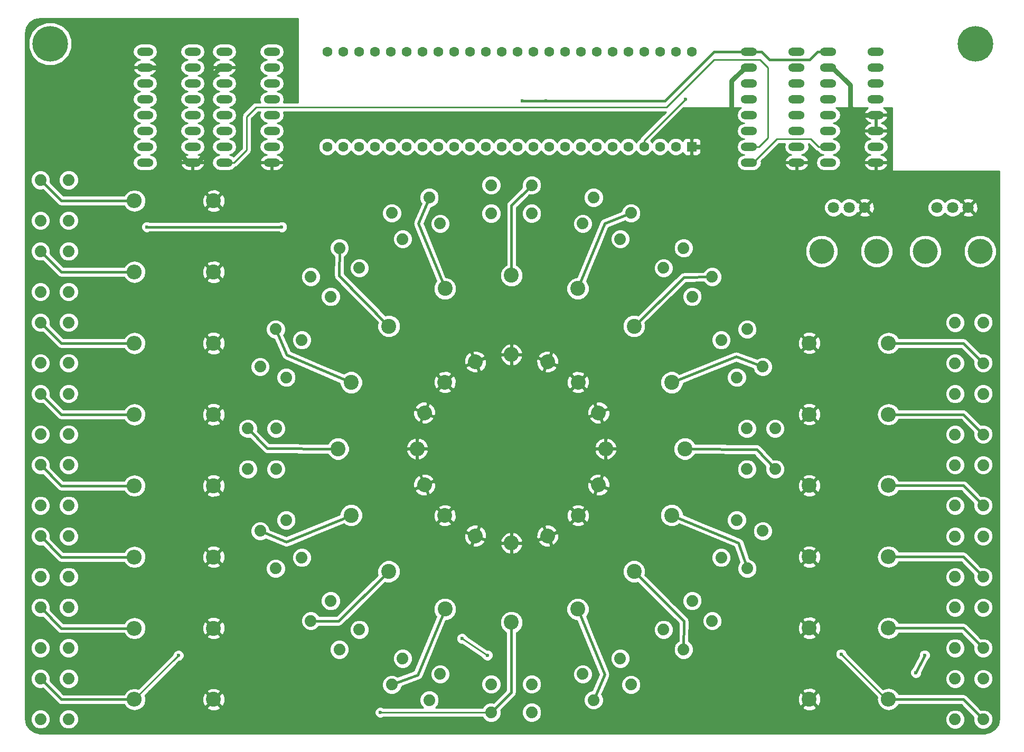
<source format=gbl>
G04 #@! TF.FileFunction,Copper,L2,Bot,Signal*
%FSLAX46Y46*%
G04 Gerber Fmt 4.6, Leading zero omitted, Abs format (unit mm)*
G04 Created by KiCad (PCBNEW 4.0.6) date Saturday, 24. November 2018 'u26' 13:26:01*
%MOMM*%
%LPD*%
G01*
G04 APERTURE LIST*
%ADD10C,0.100000*%
%ADD11C,5.700000*%
%ADD12O,2.641600X1.320800*%
%ADD13C,1.600000*%
%ADD14R,1.600000X1.600000*%
%ADD15C,1.800000*%
%ADD16C,4.000000*%
%ADD17C,1.879600*%
%ADD18C,2.400000*%
%ADD19O,2.400000X2.400000*%
%ADD20C,2.400000*%
%ADD21C,0.600000*%
%ADD22C,0.800000*%
%ADD23C,0.400000*%
%ADD24C,0.250000*%
%ADD25C,0.254000*%
G04 APERTURE END LIST*
D10*
D11*
X220167200Y-38912800D03*
D12*
X191511200Y-40182800D03*
X191511200Y-42722800D03*
X191511200Y-45262800D03*
X191511200Y-47802800D03*
X191511200Y-50342800D03*
X191511200Y-52882800D03*
X191511200Y-55422800D03*
X191511200Y-57962800D03*
X183891200Y-57962800D03*
X183891200Y-55422800D03*
X183891200Y-52882800D03*
X183891200Y-50342800D03*
X183891200Y-47802800D03*
X183891200Y-45262800D03*
X183891200Y-42722800D03*
X183891200Y-40182800D03*
D13*
X134061200Y-55422800D03*
X131521200Y-55422800D03*
X128981200Y-55422800D03*
X126441200Y-55422800D03*
X136601200Y-55422800D03*
X139141200Y-55422800D03*
X141681200Y-55422800D03*
X123901200Y-55422800D03*
X121361200Y-55422800D03*
X118821200Y-55422800D03*
X116281200Y-55422800D03*
X116281200Y-40182800D03*
X118821200Y-40182800D03*
X121361200Y-40182800D03*
X123901200Y-40182800D03*
X126441200Y-40182800D03*
X128981200Y-40182800D03*
X131521200Y-40182800D03*
X134061200Y-40182800D03*
X144221200Y-55422800D03*
X146761200Y-55422800D03*
X149301200Y-55422800D03*
X151841200Y-55422800D03*
X154381200Y-55422800D03*
X156921200Y-55422800D03*
X159461200Y-55422800D03*
X162001200Y-55422800D03*
X164541200Y-55422800D03*
X167081200Y-55422800D03*
X169621200Y-55422800D03*
X172161200Y-55422800D03*
D14*
X174701200Y-55422800D03*
D13*
X136601200Y-40182800D03*
X139141200Y-40182800D03*
X141681200Y-40182800D03*
X144221200Y-40182800D03*
X146761200Y-40182800D03*
X149301200Y-40182800D03*
X151841200Y-40182800D03*
X154381200Y-40182800D03*
X156921200Y-40182800D03*
X159461200Y-40182800D03*
X162001200Y-40182800D03*
X164541200Y-40182800D03*
X167081200Y-40182800D03*
X169621200Y-40182800D03*
X172161200Y-40182800D03*
X174701200Y-40182800D03*
D15*
X202429200Y-65186800D03*
X199929200Y-65186800D03*
X197429200Y-65186800D03*
D16*
X204329200Y-72186800D03*
X195529200Y-72186800D03*
D12*
X204211200Y-40182800D03*
X204211200Y-42722800D03*
X204211200Y-45262800D03*
X204211200Y-47802800D03*
X204211200Y-50342800D03*
X204211200Y-52882800D03*
X204211200Y-55422800D03*
X204211200Y-57962800D03*
X196591200Y-57962800D03*
X196591200Y-55422800D03*
X196591200Y-52882800D03*
X196591200Y-50342800D03*
X196591200Y-47802800D03*
X196591200Y-45262800D03*
X196591200Y-42722800D03*
X196591200Y-40182800D03*
X107391200Y-40182800D03*
X107391200Y-42722800D03*
X107391200Y-45262800D03*
X107391200Y-47802800D03*
X107391200Y-50342800D03*
X107391200Y-52882800D03*
X107391200Y-55422800D03*
X107391200Y-57962800D03*
X99771200Y-57962800D03*
X99771200Y-55422800D03*
X99771200Y-52882800D03*
X99771200Y-50342800D03*
X99771200Y-47802800D03*
X99771200Y-45262800D03*
X99771200Y-42722800D03*
X99771200Y-40182800D03*
X94691200Y-40182800D03*
X94691200Y-42722800D03*
X94691200Y-45262800D03*
X94691200Y-47802800D03*
X94691200Y-50342800D03*
X94691200Y-52882800D03*
X94691200Y-55422800D03*
X94691200Y-57962800D03*
X87071200Y-57962800D03*
X87071200Y-55422800D03*
X87071200Y-52882800D03*
X87071200Y-50342800D03*
X87071200Y-47802800D03*
X87071200Y-45262800D03*
X87071200Y-42722800D03*
X87071200Y-40182800D03*
D17*
X142544800Y-141605000D03*
X149047200Y-141605000D03*
X142544800Y-146126200D03*
X149047200Y-146126200D03*
X157234526Y-139976439D03*
X163241960Y-137488079D03*
X158964714Y-144153483D03*
X164972148Y-141665123D03*
X170182840Y-132850331D03*
X174780731Y-128252440D03*
X173379811Y-136047302D03*
X177977702Y-131449411D03*
X179418479Y-121311560D03*
X181906839Y-115304126D03*
X183595523Y-123041748D03*
X186083883Y-117034314D03*
X183535400Y-107116800D03*
X183535400Y-100614400D03*
X188056600Y-107116800D03*
X188056600Y-100614400D03*
X181906839Y-92427074D03*
X179418479Y-86419640D03*
X186083883Y-90696886D03*
X183595523Y-84689452D03*
X174780731Y-79478760D03*
X170182840Y-74880869D03*
X177977702Y-76281789D03*
X173379811Y-71683898D03*
X163241960Y-70243121D03*
X157234526Y-67754761D03*
X164972148Y-66066077D03*
X158964714Y-63577717D03*
X149047200Y-66126200D03*
X142544800Y-66126200D03*
X149047200Y-61605000D03*
X142544800Y-61605000D03*
X134357474Y-67754761D03*
X128350040Y-70243121D03*
X132627286Y-63577717D03*
X126619852Y-66066077D03*
X121409160Y-74880869D03*
X116811269Y-79478760D03*
X118212189Y-71683898D03*
X113614298Y-76281789D03*
X112173521Y-86419640D03*
X109685161Y-92427074D03*
X107996477Y-84689452D03*
X105508117Y-90696886D03*
X108056600Y-100614400D03*
X108056600Y-107116800D03*
X103535400Y-100614400D03*
X103535400Y-107116800D03*
X109685161Y-115304126D03*
X112173521Y-121311560D03*
X105508117Y-117034314D03*
X107996477Y-123041748D03*
X116811269Y-128252440D03*
X121409160Y-132850331D03*
X113614298Y-131449411D03*
X118212189Y-136047302D03*
X128350040Y-137488079D03*
X134357474Y-139976439D03*
X126619852Y-141665123D03*
X132627286Y-144153483D03*
X74808080Y-60777120D03*
X74808080Y-67279520D03*
X70286880Y-60777120D03*
X70286880Y-67279520D03*
X74808080Y-72197120D03*
X74808080Y-78699520D03*
X70286880Y-72197120D03*
X70286880Y-78699520D03*
X74808080Y-83617120D03*
X74808080Y-90119520D03*
X70286880Y-83617120D03*
X70286880Y-90119520D03*
X74808080Y-95037120D03*
X74808080Y-101539520D03*
X70286880Y-95037120D03*
X70286880Y-101539520D03*
X74808080Y-106457120D03*
X74808080Y-112959520D03*
X70286880Y-106457120D03*
X70286880Y-112959520D03*
X74808080Y-117877120D03*
X74808080Y-124379520D03*
X70286880Y-117877120D03*
X70286880Y-124379520D03*
X74808080Y-129297120D03*
X74808080Y-135799520D03*
X70286880Y-129297120D03*
X70286880Y-135799520D03*
X74808080Y-140717120D03*
X74808080Y-147219520D03*
X70286880Y-140717120D03*
X70286880Y-147219520D03*
X216910920Y-90139520D03*
X216910920Y-83637120D03*
X221432120Y-90139520D03*
X221432120Y-83637120D03*
X216910920Y-101559520D03*
X216910920Y-95057120D03*
X221432120Y-101559520D03*
X221432120Y-95057120D03*
X216910920Y-112979520D03*
X216910920Y-106477120D03*
X221432120Y-112979520D03*
X221432120Y-106477120D03*
X216910920Y-124399520D03*
X216910920Y-117897120D03*
X221432120Y-124399520D03*
X221432120Y-117897120D03*
X216910920Y-135819520D03*
X216910920Y-129317120D03*
X221432120Y-135819520D03*
X221432120Y-129317120D03*
X216910920Y-147239520D03*
X216910920Y-140737120D03*
X221432120Y-147239520D03*
X221432120Y-140737120D03*
D18*
X145796000Y-76057600D03*
D19*
X145796000Y-88757600D03*
D18*
X156437661Y-78174358D03*
D20*
X151577581Y-89907628D02*
X151577581Y-89907628D01*
D18*
X165459225Y-84202375D03*
D20*
X156478969Y-93182631D02*
X156478969Y-93182631D01*
D18*
X171487242Y-93223939D03*
D20*
X159753972Y-98084019D02*
X159753972Y-98084019D01*
D18*
X173604000Y-103865600D03*
D19*
X160904000Y-103865600D03*
D18*
X171487242Y-114507261D03*
D20*
X159753972Y-109647181D02*
X159753972Y-109647181D01*
D18*
X165459225Y-123528825D03*
D20*
X156478969Y-114548569D02*
X156478969Y-114548569D01*
D18*
X156437661Y-129556842D03*
D20*
X151577581Y-117823572D02*
X151577581Y-117823572D01*
D18*
X145796000Y-131673600D03*
D19*
X145796000Y-118973600D03*
D18*
X135154339Y-129556842D03*
D20*
X140014419Y-117823572D02*
X140014419Y-117823572D01*
D18*
X126132775Y-123528825D03*
D20*
X135113031Y-114548569D02*
X135113031Y-114548569D01*
D18*
X120104758Y-114507261D03*
D20*
X131838028Y-109647181D02*
X131838028Y-109647181D01*
D18*
X117988000Y-103865600D03*
D19*
X130688000Y-103865600D03*
D18*
X120104758Y-93223939D03*
D20*
X131838028Y-98084019D02*
X131838028Y-98084019D01*
D18*
X126132775Y-84202375D03*
D20*
X135113031Y-93182631D02*
X135113031Y-93182631D01*
D18*
X135154339Y-78174358D03*
D20*
X140014419Y-89907628D02*
X140014419Y-89907628D01*
D18*
X98044000Y-64109600D03*
D19*
X85344000Y-64109600D03*
D18*
X98044000Y-75529600D03*
D19*
X85344000Y-75529600D03*
D18*
X98044000Y-86949600D03*
D19*
X85344000Y-86949600D03*
D18*
X98044000Y-98369600D03*
D19*
X85344000Y-98369600D03*
D18*
X98044000Y-109789600D03*
D19*
X85344000Y-109789600D03*
D18*
X98044000Y-121209600D03*
D19*
X85344000Y-121209600D03*
D18*
X98044000Y-132629600D03*
D19*
X85344000Y-132629600D03*
D18*
X98044000Y-144049600D03*
D19*
X85344000Y-144049600D03*
D18*
X193548000Y-144018800D03*
D19*
X206248000Y-144018800D03*
D18*
X193548000Y-132598800D03*
D19*
X206248000Y-132598800D03*
D18*
X193548000Y-121178800D03*
D19*
X206248000Y-121178800D03*
D18*
X193548000Y-109758800D03*
D19*
X206248000Y-109758800D03*
D18*
X193548000Y-98338800D03*
D19*
X206248000Y-98338800D03*
D18*
X193548000Y-86918800D03*
D19*
X206248000Y-86918800D03*
D15*
X219029200Y-65186800D03*
X216529200Y-65186800D03*
X214029200Y-65186800D03*
D16*
X220929200Y-72186800D03*
X212129200Y-72186800D03*
D11*
X71831200Y-38912800D03*
D21*
X208102200Y-135686800D03*
X208229200Y-147116800D03*
X127561200Y-72482800D03*
X118361200Y-83482800D03*
X113361200Y-95882800D03*
X111761200Y-108682800D03*
X116961200Y-121082800D03*
X125361200Y-131482800D03*
X137561200Y-136282800D03*
X150361200Y-136682800D03*
X162761200Y-132682800D03*
X173161200Y-124482800D03*
X179761200Y-112482800D03*
X179761200Y-98682800D03*
X174761200Y-86482800D03*
X166561200Y-76482800D03*
X154361200Y-70482800D03*
X141161200Y-69882800D03*
X81761200Y-139282800D03*
X81761200Y-127882800D03*
X81761200Y-116282800D03*
X81961200Y-104682800D03*
X81761200Y-93482800D03*
X81761200Y-82082800D03*
X81761200Y-70682800D03*
X209761200Y-91482800D03*
X209761200Y-103082800D03*
X209761200Y-114282800D03*
X209761200Y-125882800D03*
X81761200Y-58682800D03*
X151333200Y-48056800D03*
X147523200Y-48056800D03*
X87361200Y-68282800D03*
X108961200Y-68282800D03*
X141935200Y-136956800D03*
X137871200Y-134289800D03*
X212039200Y-136956800D03*
X210642200Y-139750800D03*
X92405200Y-136988400D03*
X124768190Y-146126200D03*
X198663947Y-136789547D03*
X173685200Y-47802800D03*
D22*
X97231200Y-44602400D02*
X97231200Y-56083200D01*
X97231200Y-56083200D02*
X95351600Y-57962800D01*
X95351600Y-57962800D02*
X94691200Y-57962800D01*
X99110800Y-42722800D02*
X97231200Y-44602400D01*
X91135200Y-44666000D02*
X91135200Y-55067200D01*
X91135200Y-55067200D02*
X94030800Y-57962800D01*
X94030800Y-57962800D02*
X94691200Y-57962800D01*
X87071200Y-42722800D02*
X89192000Y-42722800D01*
X89192000Y-42722800D02*
X91135200Y-44666000D01*
X200101200Y-49072800D02*
X201371200Y-50342800D01*
X201371200Y-50342800D02*
X204211200Y-50342800D01*
X200101200Y-45572400D02*
X200101200Y-49072800D01*
X197251600Y-42722800D02*
X200101200Y-45572400D01*
X183230800Y-42722800D02*
X181051200Y-44902400D01*
X178511200Y-55422800D02*
X174701200Y-55422800D01*
X181051200Y-44902400D02*
X181051200Y-52882800D01*
X181051200Y-52882800D02*
X178511200Y-55422800D01*
D23*
X183891200Y-42722800D02*
X183230800Y-42722800D01*
X203550800Y-57962800D02*
X204211200Y-57962800D01*
X196591200Y-42722800D02*
X197251600Y-42722800D01*
X99771200Y-42722800D02*
X99110800Y-42722800D01*
X87071200Y-42722800D02*
X87731600Y-42722800D01*
X99110800Y-55422800D02*
X99771200Y-55422800D01*
X170383200Y-48056800D02*
X147523200Y-48056800D01*
X178257200Y-40182800D02*
X170383200Y-48056800D01*
X183891200Y-40182800D02*
X178257200Y-40182800D01*
X187147200Y-41452800D02*
X185877200Y-40182800D01*
X185877200Y-40182800D02*
X183891200Y-40182800D01*
X193600400Y-41452800D02*
X187147200Y-41452800D01*
X196591200Y-40182800D02*
X194870400Y-40182800D01*
X194870400Y-40182800D02*
X193600400Y-41452800D01*
D24*
X196591200Y-57962800D02*
X197251600Y-57962800D01*
X193750400Y-54152800D02*
X188361600Y-54152800D01*
X188361600Y-54152800D02*
X184551600Y-57962800D01*
X184551600Y-57962800D02*
X183891200Y-57962800D01*
X196591200Y-55422800D02*
X195020400Y-55422800D01*
X195020400Y-55422800D02*
X193750400Y-54152800D01*
X183891200Y-55422800D02*
X185462000Y-55422800D01*
X185462000Y-55422800D02*
X186893200Y-53991600D01*
X170637200Y-49072800D02*
X104851200Y-49072800D01*
X101342000Y-57962800D02*
X99771200Y-57962800D01*
X186893200Y-53991600D02*
X186893200Y-42722800D01*
X186893200Y-42722800D02*
X185623200Y-41452800D01*
X185623200Y-41452800D02*
X178257200Y-41452800D01*
X178257200Y-41452800D02*
X170637200Y-49072800D01*
X104851200Y-49072800D02*
X103327200Y-50596800D01*
X103327200Y-50596800D02*
X103327200Y-55977600D01*
X103327200Y-55977600D02*
X101342000Y-57962800D01*
D23*
X183230800Y-55422800D02*
X183891200Y-55422800D01*
X108961200Y-68282800D02*
X87361200Y-68282800D01*
D24*
X137871200Y-134289800D02*
X141935200Y-136956800D01*
D23*
X210642200Y-139750800D02*
X212039200Y-136956800D01*
X85344000Y-109789600D02*
X73619360Y-109789600D01*
X73619360Y-109789600D02*
X70286880Y-106457120D01*
X85344000Y-121209600D02*
X73619360Y-121209600D01*
X73619360Y-121209600D02*
X70286880Y-117877120D01*
X85344000Y-132629600D02*
X73619360Y-132629600D01*
X73619360Y-132629600D02*
X70286880Y-129297120D01*
D24*
X85344000Y-144049600D02*
X92405200Y-136988400D01*
D23*
X85344000Y-144049600D02*
X73619360Y-144049600D01*
X73619360Y-144049600D02*
X70286880Y-140717120D01*
X85344000Y-64109600D02*
X73619360Y-64109600D01*
X73619360Y-64109600D02*
X70286880Y-60777120D01*
X85344000Y-75529600D02*
X73619360Y-75529600D01*
X73619360Y-75529600D02*
X70286880Y-72197120D01*
X85344000Y-86949600D02*
X73619360Y-86949600D01*
X73619360Y-86949600D02*
X70286880Y-83617120D01*
X85344000Y-98369600D02*
X73619360Y-98369600D01*
X73619360Y-98369600D02*
X70286880Y-95037120D01*
X117988000Y-103865600D02*
X106629200Y-103809800D01*
X106629200Y-103809800D02*
X103535400Y-100614400D01*
X120104758Y-93223939D02*
X109804200Y-88823800D01*
X109804200Y-88823800D02*
X107996477Y-84689452D01*
X126132775Y-84202375D02*
X118186200Y-76123800D01*
X118186200Y-76123800D02*
X118212189Y-71683898D01*
X135154339Y-78174358D02*
X130886200Y-67741800D01*
X130886200Y-67741800D02*
X132627286Y-63577717D01*
D24*
X124768190Y-146126200D02*
X142544800Y-146126200D01*
D23*
X145796000Y-131673600D02*
X145745200Y-142925800D01*
X145745200Y-142925800D02*
X142544800Y-146126200D01*
X135154339Y-129556842D02*
X130759200Y-140131800D01*
X130759200Y-140131800D02*
X126619852Y-141665123D01*
X126132775Y-123528825D02*
X118059200Y-131495800D01*
X118059200Y-131495800D02*
X113614298Y-131449411D01*
X120104758Y-114507261D02*
X109677200Y-118795800D01*
X109677200Y-118795800D02*
X105508117Y-117034314D01*
X173604000Y-103865600D02*
X185115200Y-103936800D01*
X185115200Y-103936800D02*
X188056600Y-107116800D01*
X171487242Y-114507261D02*
X182194200Y-118922800D01*
X182194200Y-118922800D02*
X183595523Y-123041748D01*
X165459225Y-123528825D02*
X173431200Y-131495800D01*
X173431200Y-131495800D02*
X173379811Y-136047302D01*
X156437661Y-129556842D02*
X160731200Y-140004800D01*
X160731200Y-140004800D02*
X158964714Y-144153483D01*
X145796000Y-76057600D02*
X145796000Y-64856200D01*
X145796000Y-64856200D02*
X149047200Y-61605000D01*
X156437661Y-78174358D02*
X160731200Y-67741800D01*
X160731200Y-67741800D02*
X164972148Y-66066077D01*
X165459225Y-84202375D02*
X173431200Y-76377800D01*
X173431200Y-76377800D02*
X177977702Y-76281789D01*
X171487242Y-93223939D02*
X181813200Y-89077800D01*
X181813200Y-89077800D02*
X186083883Y-90696886D01*
X206248000Y-98338800D02*
X218211400Y-98338800D01*
X218211400Y-98338800D02*
X221432120Y-101559520D01*
X206248000Y-86918800D02*
X218211400Y-86918800D01*
X218211400Y-86918800D02*
X221432120Y-90139520D01*
D24*
X198663947Y-136789547D02*
X205893200Y-144018800D01*
X205893200Y-144018800D02*
X206248000Y-144018800D01*
D23*
X206248000Y-144018800D02*
X218211400Y-144018800D01*
X218211400Y-144018800D02*
X221432120Y-147239520D01*
X206248000Y-132598800D02*
X218211400Y-132598800D01*
X218211400Y-132598800D02*
X221432120Y-135819520D01*
X206248000Y-121178800D02*
X218211400Y-121178800D01*
X218211400Y-121178800D02*
X221432120Y-124399520D01*
X206248000Y-109758800D02*
X218211400Y-109758800D01*
X218211400Y-109758800D02*
X221432120Y-112979520D01*
D24*
X173685200Y-47802800D02*
X167081200Y-54406800D01*
X167081200Y-54406800D02*
X167081200Y-55422800D01*
D25*
G36*
X111582200Y-48312800D02*
X109277174Y-48312800D01*
X109286710Y-48298528D01*
X109385316Y-47802800D01*
X109286710Y-47307072D01*
X109005902Y-46886814D01*
X108585644Y-46606006D01*
X108217611Y-46532800D01*
X108585644Y-46459594D01*
X109005902Y-46178786D01*
X109286710Y-45758528D01*
X109385316Y-45262800D01*
X109286710Y-44767072D01*
X109005902Y-44346814D01*
X108585644Y-44066006D01*
X108217611Y-43992800D01*
X108585644Y-43919594D01*
X109005902Y-43638786D01*
X109286710Y-43218528D01*
X109385316Y-42722800D01*
X109286710Y-42227072D01*
X109005902Y-41806814D01*
X108585644Y-41526006D01*
X108217611Y-41452800D01*
X108585644Y-41379594D01*
X109005902Y-41098786D01*
X109286710Y-40678528D01*
X109385316Y-40182800D01*
X109286710Y-39687072D01*
X109005902Y-39266814D01*
X108585644Y-38986006D01*
X108089916Y-38887400D01*
X106692484Y-38887400D01*
X106196756Y-38986006D01*
X105776498Y-39266814D01*
X105495690Y-39687072D01*
X105397084Y-40182800D01*
X105495690Y-40678528D01*
X105776498Y-41098786D01*
X106196756Y-41379594D01*
X106564789Y-41452800D01*
X106196756Y-41526006D01*
X105776498Y-41806814D01*
X105495690Y-42227072D01*
X105397084Y-42722800D01*
X105495690Y-43218528D01*
X105776498Y-43638786D01*
X106196756Y-43919594D01*
X106564789Y-43992800D01*
X106196756Y-44066006D01*
X105776498Y-44346814D01*
X105495690Y-44767072D01*
X105397084Y-45262800D01*
X105495690Y-45758528D01*
X105776498Y-46178786D01*
X106196756Y-46459594D01*
X106564789Y-46532800D01*
X106196756Y-46606006D01*
X105776498Y-46886814D01*
X105495690Y-47307072D01*
X105397084Y-47802800D01*
X105495690Y-48298528D01*
X105505226Y-48312800D01*
X104851200Y-48312800D01*
X104608614Y-48361054D01*
X104560360Y-48370652D01*
X104313799Y-48535399D01*
X102789799Y-50059399D01*
X102625052Y-50305961D01*
X102567200Y-50596800D01*
X102567200Y-55662798D01*
X101264382Y-56965616D01*
X100965644Y-56766006D01*
X100597611Y-56692800D01*
X100965644Y-56619594D01*
X101385902Y-56338786D01*
X101666710Y-55918528D01*
X101765316Y-55422800D01*
X101666710Y-54927072D01*
X101385902Y-54506814D01*
X100965644Y-54226006D01*
X100597611Y-54152800D01*
X100965644Y-54079594D01*
X101385902Y-53798786D01*
X101666710Y-53378528D01*
X101765316Y-52882800D01*
X101666710Y-52387072D01*
X101385902Y-51966814D01*
X100965644Y-51686006D01*
X100597611Y-51612800D01*
X100965644Y-51539594D01*
X101385902Y-51258786D01*
X101666710Y-50838528D01*
X101765316Y-50342800D01*
X101666710Y-49847072D01*
X101385902Y-49426814D01*
X100965644Y-49146006D01*
X100597611Y-49072800D01*
X100965644Y-48999594D01*
X101385902Y-48718786D01*
X101666710Y-48298528D01*
X101765316Y-47802800D01*
X101666710Y-47307072D01*
X101385902Y-46886814D01*
X100965644Y-46606006D01*
X100597611Y-46532800D01*
X100965644Y-46459594D01*
X101385902Y-46178786D01*
X101666710Y-45758528D01*
X101765316Y-45262800D01*
X101666710Y-44767072D01*
X101385902Y-44346814D01*
X100965644Y-44066006D01*
X100624686Y-43998185D01*
X101044661Y-43870993D01*
X101437389Y-43548984D01*
X101676995Y-43101196D01*
X101685020Y-43049905D01*
X101561133Y-42849800D01*
X99898200Y-42849800D01*
X99898200Y-42869800D01*
X99644200Y-42869800D01*
X99644200Y-42849800D01*
X97981267Y-42849800D01*
X97857380Y-43049905D01*
X97865405Y-43101196D01*
X98105011Y-43548984D01*
X98497739Y-43870993D01*
X98917714Y-43998185D01*
X98576756Y-44066006D01*
X98156498Y-44346814D01*
X97875690Y-44767072D01*
X97777084Y-45262800D01*
X97875690Y-45758528D01*
X98156498Y-46178786D01*
X98576756Y-46459594D01*
X98944789Y-46532800D01*
X98576756Y-46606006D01*
X98156498Y-46886814D01*
X97875690Y-47307072D01*
X97777084Y-47802800D01*
X97875690Y-48298528D01*
X98156498Y-48718786D01*
X98576756Y-48999594D01*
X98944789Y-49072800D01*
X98576756Y-49146006D01*
X98156498Y-49426814D01*
X97875690Y-49847072D01*
X97777084Y-50342800D01*
X97875690Y-50838528D01*
X98156498Y-51258786D01*
X98576756Y-51539594D01*
X98944789Y-51612800D01*
X98576756Y-51686006D01*
X98156498Y-51966814D01*
X97875690Y-52387072D01*
X97777084Y-52882800D01*
X97875690Y-53378528D01*
X98156498Y-53798786D01*
X98576756Y-54079594D01*
X98944789Y-54152800D01*
X98576756Y-54226006D01*
X98156498Y-54506814D01*
X97875690Y-54927072D01*
X97777084Y-55422800D01*
X97875690Y-55918528D01*
X98156498Y-56338786D01*
X98576756Y-56619594D01*
X98944789Y-56692800D01*
X98576756Y-56766006D01*
X98156498Y-57046814D01*
X97875690Y-57467072D01*
X97777084Y-57962800D01*
X97875690Y-58458528D01*
X98156498Y-58878786D01*
X98576756Y-59159594D01*
X99072484Y-59258200D01*
X100469916Y-59258200D01*
X100965644Y-59159594D01*
X101385902Y-58878786D01*
X101512834Y-58688819D01*
X101632839Y-58664948D01*
X101879401Y-58500201D01*
X102089697Y-58289905D01*
X105477380Y-58289905D01*
X105485405Y-58341196D01*
X105725011Y-58788984D01*
X106117739Y-59110993D01*
X106603800Y-59258200D01*
X107264200Y-59258200D01*
X107264200Y-58089800D01*
X107518200Y-58089800D01*
X107518200Y-59258200D01*
X108178600Y-59258200D01*
X108664661Y-59110993D01*
X109057389Y-58788984D01*
X109296995Y-58341196D01*
X109305020Y-58289905D01*
X109181133Y-58089800D01*
X107518200Y-58089800D01*
X107264200Y-58089800D01*
X105601267Y-58089800D01*
X105477380Y-58289905D01*
X102089697Y-58289905D01*
X103864601Y-56515001D01*
X104029348Y-56268439D01*
X104087200Y-55977600D01*
X104087200Y-50911602D01*
X105166002Y-49832800D01*
X105505226Y-49832800D01*
X105495690Y-49847072D01*
X105397084Y-50342800D01*
X105495690Y-50838528D01*
X105776498Y-51258786D01*
X106196756Y-51539594D01*
X106564789Y-51612800D01*
X106196756Y-51686006D01*
X105776498Y-51966814D01*
X105495690Y-52387072D01*
X105397084Y-52882800D01*
X105495690Y-53378528D01*
X105776498Y-53798786D01*
X106196756Y-54079594D01*
X106564789Y-54152800D01*
X106196756Y-54226006D01*
X105776498Y-54506814D01*
X105495690Y-54927072D01*
X105397084Y-55422800D01*
X105495690Y-55918528D01*
X105776498Y-56338786D01*
X106196756Y-56619594D01*
X106537714Y-56687415D01*
X106117739Y-56814607D01*
X105725011Y-57136616D01*
X105485405Y-57584404D01*
X105477380Y-57635695D01*
X105601267Y-57835800D01*
X107264200Y-57835800D01*
X107264200Y-57815800D01*
X107518200Y-57815800D01*
X107518200Y-57835800D01*
X109181133Y-57835800D01*
X109305020Y-57635695D01*
X109296995Y-57584404D01*
X109057389Y-57136616D01*
X108664661Y-56814607D01*
X108244686Y-56687415D01*
X108585644Y-56619594D01*
X109005902Y-56338786D01*
X109286710Y-55918528D01*
X109385316Y-55422800D01*
X109286710Y-54927072D01*
X109005902Y-54506814D01*
X108585644Y-54226006D01*
X108217611Y-54152800D01*
X108585644Y-54079594D01*
X109005902Y-53798786D01*
X109286710Y-53378528D01*
X109385316Y-52882800D01*
X109286710Y-52387072D01*
X109005902Y-51966814D01*
X108585644Y-51686006D01*
X108217611Y-51612800D01*
X108585644Y-51539594D01*
X109005902Y-51258786D01*
X109286710Y-50838528D01*
X109385316Y-50342800D01*
X109286710Y-49847072D01*
X109277174Y-49832800D01*
X170580398Y-49832800D01*
X166543799Y-53869399D01*
X166379052Y-54115961D01*
X166369453Y-54164216D01*
X166269400Y-54205557D01*
X165865376Y-54608877D01*
X165811338Y-54739015D01*
X165758443Y-54611000D01*
X165355123Y-54206976D01*
X164827891Y-53988050D01*
X164257013Y-53987552D01*
X163729400Y-54205557D01*
X163325376Y-54608877D01*
X163271338Y-54739015D01*
X163218443Y-54611000D01*
X162815123Y-54206976D01*
X162287891Y-53988050D01*
X161717013Y-53987552D01*
X161189400Y-54205557D01*
X160785376Y-54608877D01*
X160731338Y-54739015D01*
X160678443Y-54611000D01*
X160275123Y-54206976D01*
X159747891Y-53988050D01*
X159177013Y-53987552D01*
X158649400Y-54205557D01*
X158245376Y-54608877D01*
X158191338Y-54739015D01*
X158138443Y-54611000D01*
X157735123Y-54206976D01*
X157207891Y-53988050D01*
X156637013Y-53987552D01*
X156109400Y-54205557D01*
X155705376Y-54608877D01*
X155651338Y-54739015D01*
X155598443Y-54611000D01*
X155195123Y-54206976D01*
X154667891Y-53988050D01*
X154097013Y-53987552D01*
X153569400Y-54205557D01*
X153165376Y-54608877D01*
X153111338Y-54739015D01*
X153058443Y-54611000D01*
X152655123Y-54206976D01*
X152127891Y-53988050D01*
X151557013Y-53987552D01*
X151029400Y-54205557D01*
X150625376Y-54608877D01*
X150571338Y-54739015D01*
X150518443Y-54611000D01*
X150115123Y-54206976D01*
X149587891Y-53988050D01*
X149017013Y-53987552D01*
X148489400Y-54205557D01*
X148085376Y-54608877D01*
X148031338Y-54739015D01*
X147978443Y-54611000D01*
X147575123Y-54206976D01*
X147047891Y-53988050D01*
X146477013Y-53987552D01*
X145949400Y-54205557D01*
X145545376Y-54608877D01*
X145491338Y-54739015D01*
X145438443Y-54611000D01*
X145035123Y-54206976D01*
X144507891Y-53988050D01*
X143937013Y-53987552D01*
X143409400Y-54205557D01*
X143005376Y-54608877D01*
X142951338Y-54739015D01*
X142898443Y-54611000D01*
X142495123Y-54206976D01*
X141967891Y-53988050D01*
X141397013Y-53987552D01*
X140869400Y-54205557D01*
X140465376Y-54608877D01*
X140411338Y-54739015D01*
X140358443Y-54611000D01*
X139955123Y-54206976D01*
X139427891Y-53988050D01*
X138857013Y-53987552D01*
X138329400Y-54205557D01*
X137925376Y-54608877D01*
X137871338Y-54739015D01*
X137818443Y-54611000D01*
X137415123Y-54206976D01*
X136887891Y-53988050D01*
X136317013Y-53987552D01*
X135789400Y-54205557D01*
X135385376Y-54608877D01*
X135331338Y-54739015D01*
X135278443Y-54611000D01*
X134875123Y-54206976D01*
X134347891Y-53988050D01*
X133777013Y-53987552D01*
X133249400Y-54205557D01*
X132845376Y-54608877D01*
X132791338Y-54739015D01*
X132738443Y-54611000D01*
X132335123Y-54206976D01*
X131807891Y-53988050D01*
X131237013Y-53987552D01*
X130709400Y-54205557D01*
X130305376Y-54608877D01*
X130251338Y-54739015D01*
X130198443Y-54611000D01*
X129795123Y-54206976D01*
X129267891Y-53988050D01*
X128697013Y-53987552D01*
X128169400Y-54205557D01*
X127765376Y-54608877D01*
X127711338Y-54739015D01*
X127658443Y-54611000D01*
X127255123Y-54206976D01*
X126727891Y-53988050D01*
X126157013Y-53987552D01*
X125629400Y-54205557D01*
X125225376Y-54608877D01*
X125171338Y-54739015D01*
X125118443Y-54611000D01*
X124715123Y-54206976D01*
X124187891Y-53988050D01*
X123617013Y-53987552D01*
X123089400Y-54205557D01*
X122685376Y-54608877D01*
X122631338Y-54739015D01*
X122578443Y-54611000D01*
X122175123Y-54206976D01*
X121647891Y-53988050D01*
X121077013Y-53987552D01*
X120549400Y-54205557D01*
X120145376Y-54608877D01*
X120091338Y-54739015D01*
X120038443Y-54611000D01*
X119635123Y-54206976D01*
X119107891Y-53988050D01*
X118537013Y-53987552D01*
X118009400Y-54205557D01*
X117605376Y-54608877D01*
X117551338Y-54739015D01*
X117498443Y-54611000D01*
X117095123Y-54206976D01*
X116567891Y-53988050D01*
X115997013Y-53987552D01*
X115469400Y-54205557D01*
X115065376Y-54608877D01*
X114846450Y-55136109D01*
X114845952Y-55706987D01*
X115063957Y-56234600D01*
X115467277Y-56638624D01*
X115994509Y-56857550D01*
X116565387Y-56858048D01*
X117093000Y-56640043D01*
X117497024Y-56236723D01*
X117551062Y-56106585D01*
X117603957Y-56234600D01*
X118007277Y-56638624D01*
X118534509Y-56857550D01*
X119105387Y-56858048D01*
X119633000Y-56640043D01*
X120037024Y-56236723D01*
X120091062Y-56106585D01*
X120143957Y-56234600D01*
X120547277Y-56638624D01*
X121074509Y-56857550D01*
X121645387Y-56858048D01*
X122173000Y-56640043D01*
X122577024Y-56236723D01*
X122631062Y-56106585D01*
X122683957Y-56234600D01*
X123087277Y-56638624D01*
X123614509Y-56857550D01*
X124185387Y-56858048D01*
X124713000Y-56640043D01*
X125117024Y-56236723D01*
X125171062Y-56106585D01*
X125223957Y-56234600D01*
X125627277Y-56638624D01*
X126154509Y-56857550D01*
X126725387Y-56858048D01*
X127253000Y-56640043D01*
X127657024Y-56236723D01*
X127711062Y-56106585D01*
X127763957Y-56234600D01*
X128167277Y-56638624D01*
X128694509Y-56857550D01*
X129265387Y-56858048D01*
X129793000Y-56640043D01*
X130197024Y-56236723D01*
X130251062Y-56106585D01*
X130303957Y-56234600D01*
X130707277Y-56638624D01*
X131234509Y-56857550D01*
X131805387Y-56858048D01*
X132333000Y-56640043D01*
X132737024Y-56236723D01*
X132791062Y-56106585D01*
X132843957Y-56234600D01*
X133247277Y-56638624D01*
X133774509Y-56857550D01*
X134345387Y-56858048D01*
X134873000Y-56640043D01*
X135277024Y-56236723D01*
X135331062Y-56106585D01*
X135383957Y-56234600D01*
X135787277Y-56638624D01*
X136314509Y-56857550D01*
X136885387Y-56858048D01*
X137413000Y-56640043D01*
X137817024Y-56236723D01*
X137871062Y-56106585D01*
X137923957Y-56234600D01*
X138327277Y-56638624D01*
X138854509Y-56857550D01*
X139425387Y-56858048D01*
X139953000Y-56640043D01*
X140357024Y-56236723D01*
X140411062Y-56106585D01*
X140463957Y-56234600D01*
X140867277Y-56638624D01*
X141394509Y-56857550D01*
X141965387Y-56858048D01*
X142493000Y-56640043D01*
X142897024Y-56236723D01*
X142951062Y-56106585D01*
X143003957Y-56234600D01*
X143407277Y-56638624D01*
X143934509Y-56857550D01*
X144505387Y-56858048D01*
X145033000Y-56640043D01*
X145437024Y-56236723D01*
X145491062Y-56106585D01*
X145543957Y-56234600D01*
X145947277Y-56638624D01*
X146474509Y-56857550D01*
X147045387Y-56858048D01*
X147573000Y-56640043D01*
X147977024Y-56236723D01*
X148031062Y-56106585D01*
X148083957Y-56234600D01*
X148487277Y-56638624D01*
X149014509Y-56857550D01*
X149585387Y-56858048D01*
X150113000Y-56640043D01*
X150517024Y-56236723D01*
X150571062Y-56106585D01*
X150623957Y-56234600D01*
X151027277Y-56638624D01*
X151554509Y-56857550D01*
X152125387Y-56858048D01*
X152653000Y-56640043D01*
X153057024Y-56236723D01*
X153111062Y-56106585D01*
X153163957Y-56234600D01*
X153567277Y-56638624D01*
X154094509Y-56857550D01*
X154665387Y-56858048D01*
X155193000Y-56640043D01*
X155597024Y-56236723D01*
X155651062Y-56106585D01*
X155703957Y-56234600D01*
X156107277Y-56638624D01*
X156634509Y-56857550D01*
X157205387Y-56858048D01*
X157733000Y-56640043D01*
X158137024Y-56236723D01*
X158191062Y-56106585D01*
X158243957Y-56234600D01*
X158647277Y-56638624D01*
X159174509Y-56857550D01*
X159745387Y-56858048D01*
X160273000Y-56640043D01*
X160677024Y-56236723D01*
X160731062Y-56106585D01*
X160783957Y-56234600D01*
X161187277Y-56638624D01*
X161714509Y-56857550D01*
X162285387Y-56858048D01*
X162813000Y-56640043D01*
X163217024Y-56236723D01*
X163271062Y-56106585D01*
X163323957Y-56234600D01*
X163727277Y-56638624D01*
X164254509Y-56857550D01*
X164825387Y-56858048D01*
X165353000Y-56640043D01*
X165757024Y-56236723D01*
X165811062Y-56106585D01*
X165863957Y-56234600D01*
X166267277Y-56638624D01*
X166794509Y-56857550D01*
X167365387Y-56858048D01*
X167893000Y-56640043D01*
X168297024Y-56236723D01*
X168351062Y-56106585D01*
X168403957Y-56234600D01*
X168807277Y-56638624D01*
X169334509Y-56857550D01*
X169905387Y-56858048D01*
X170433000Y-56640043D01*
X170837024Y-56236723D01*
X170891062Y-56106585D01*
X170943957Y-56234600D01*
X171347277Y-56638624D01*
X171874509Y-56857550D01*
X172445387Y-56858048D01*
X172973000Y-56640043D01*
X173266200Y-56347354D01*
X173266200Y-56349110D01*
X173362873Y-56582499D01*
X173541502Y-56761127D01*
X173774891Y-56857800D01*
X174415450Y-56857800D01*
X174574200Y-56699050D01*
X174574200Y-55549800D01*
X174828200Y-55549800D01*
X174828200Y-56699050D01*
X174986950Y-56857800D01*
X175627509Y-56857800D01*
X175860898Y-56761127D01*
X176039527Y-56582499D01*
X176136200Y-56349110D01*
X176136200Y-55708550D01*
X175977450Y-55549800D01*
X174828200Y-55549800D01*
X174574200Y-55549800D01*
X174554200Y-55549800D01*
X174554200Y-55295800D01*
X174574200Y-55295800D01*
X174574200Y-54146550D01*
X174828200Y-54146550D01*
X174828200Y-55295800D01*
X175977450Y-55295800D01*
X176136200Y-55137050D01*
X176136200Y-54496490D01*
X176039527Y-54263101D01*
X175860898Y-54084473D01*
X175627509Y-53987800D01*
X174986950Y-53987800D01*
X174828200Y-54146550D01*
X174574200Y-54146550D01*
X174415450Y-53987800D01*
X173774891Y-53987800D01*
X173541502Y-54084473D01*
X173362873Y-54263101D01*
X173266200Y-54496490D01*
X173266200Y-54498561D01*
X172975123Y-54206976D01*
X172447891Y-53988050D01*
X171877013Y-53987552D01*
X171349400Y-54205557D01*
X170945376Y-54608877D01*
X170891338Y-54739015D01*
X170838443Y-54611000D01*
X170435123Y-54206976D01*
X169907891Y-53988050D01*
X169337013Y-53987552D01*
X168809400Y-54205557D01*
X168405376Y-54608877D01*
X168351338Y-54739015D01*
X168298443Y-54611000D01*
X168125274Y-54437528D01*
X173363002Y-49199800D01*
X182616248Y-49199800D01*
X182276498Y-49426814D01*
X181995690Y-49847072D01*
X181897084Y-50342800D01*
X181995690Y-50838528D01*
X182276498Y-51258786D01*
X182696756Y-51539594D01*
X183064789Y-51612800D01*
X182696756Y-51686006D01*
X182276498Y-51966814D01*
X181995690Y-52387072D01*
X181897084Y-52882800D01*
X181995690Y-53378528D01*
X182276498Y-53798786D01*
X182696756Y-54079594D01*
X183064789Y-54152800D01*
X182696756Y-54226006D01*
X182276498Y-54506814D01*
X181995690Y-54927072D01*
X181897084Y-55422800D01*
X181995690Y-55918528D01*
X182276498Y-56338786D01*
X182696756Y-56619594D01*
X183064789Y-56692800D01*
X182696756Y-56766006D01*
X182276498Y-57046814D01*
X181995690Y-57467072D01*
X181897084Y-57962800D01*
X181995690Y-58458528D01*
X182276498Y-58878786D01*
X182696756Y-59159594D01*
X183192484Y-59258200D01*
X184589916Y-59258200D01*
X185085644Y-59159594D01*
X185505902Y-58878786D01*
X185786710Y-58458528D01*
X185820251Y-58289905D01*
X189597380Y-58289905D01*
X189605405Y-58341196D01*
X189845011Y-58788984D01*
X190237739Y-59110993D01*
X190723800Y-59258200D01*
X191384200Y-59258200D01*
X191384200Y-58089800D01*
X191638200Y-58089800D01*
X191638200Y-59258200D01*
X192298600Y-59258200D01*
X192784661Y-59110993D01*
X193177389Y-58788984D01*
X193416995Y-58341196D01*
X193425020Y-58289905D01*
X193301133Y-58089800D01*
X191638200Y-58089800D01*
X191384200Y-58089800D01*
X189721267Y-58089800D01*
X189597380Y-58289905D01*
X185820251Y-58289905D01*
X185885316Y-57962800D01*
X185842360Y-57746842D01*
X188676402Y-54912800D01*
X189625226Y-54912800D01*
X189615690Y-54927072D01*
X189517084Y-55422800D01*
X189615690Y-55918528D01*
X189896498Y-56338786D01*
X190316756Y-56619594D01*
X190657714Y-56687415D01*
X190237739Y-56814607D01*
X189845011Y-57136616D01*
X189605405Y-57584404D01*
X189597380Y-57635695D01*
X189721267Y-57835800D01*
X191384200Y-57835800D01*
X191384200Y-57815800D01*
X191638200Y-57815800D01*
X191638200Y-57835800D01*
X193301133Y-57835800D01*
X193425020Y-57635695D01*
X193416995Y-57584404D01*
X193177389Y-57136616D01*
X192784661Y-56814607D01*
X192364686Y-56687415D01*
X192705644Y-56619594D01*
X193125902Y-56338786D01*
X193406710Y-55918528D01*
X193505316Y-55422800D01*
X193406710Y-54927072D01*
X193397174Y-54912800D01*
X193435598Y-54912800D01*
X194482999Y-55960201D01*
X194729560Y-56124948D01*
X194849566Y-56148819D01*
X194976498Y-56338786D01*
X195396756Y-56619594D01*
X195764789Y-56692800D01*
X195396756Y-56766006D01*
X194976498Y-57046814D01*
X194695690Y-57467072D01*
X194597084Y-57962800D01*
X194695690Y-58458528D01*
X194976498Y-58878786D01*
X195396756Y-59159594D01*
X195892484Y-59258200D01*
X197289916Y-59258200D01*
X197785644Y-59159594D01*
X198205902Y-58878786D01*
X198486710Y-58458528D01*
X198520251Y-58289905D01*
X202297380Y-58289905D01*
X202305405Y-58341196D01*
X202545011Y-58788984D01*
X202937739Y-59110993D01*
X203423800Y-59258200D01*
X204084200Y-59258200D01*
X204084200Y-58089800D01*
X204338200Y-58089800D01*
X204338200Y-59258200D01*
X204998600Y-59258200D01*
X205484661Y-59110993D01*
X205877389Y-58788984D01*
X206116995Y-58341196D01*
X206125020Y-58289905D01*
X206001133Y-58089800D01*
X204338200Y-58089800D01*
X204084200Y-58089800D01*
X202421267Y-58089800D01*
X202297380Y-58289905D01*
X198520251Y-58289905D01*
X198585316Y-57962800D01*
X198486710Y-57467072D01*
X198205902Y-57046814D01*
X197785644Y-56766006D01*
X197417611Y-56692800D01*
X197785644Y-56619594D01*
X198205902Y-56338786D01*
X198486710Y-55918528D01*
X198585316Y-55422800D01*
X202217084Y-55422800D01*
X202315690Y-55918528D01*
X202596498Y-56338786D01*
X203016756Y-56619594D01*
X203357714Y-56687415D01*
X202937739Y-56814607D01*
X202545011Y-57136616D01*
X202305405Y-57584404D01*
X202297380Y-57635695D01*
X202421267Y-57835800D01*
X204084200Y-57835800D01*
X204084200Y-57815800D01*
X204338200Y-57815800D01*
X204338200Y-57835800D01*
X206001133Y-57835800D01*
X206125020Y-57635695D01*
X206116995Y-57584404D01*
X205877389Y-57136616D01*
X205484661Y-56814607D01*
X205064686Y-56687415D01*
X205405644Y-56619594D01*
X205825902Y-56338786D01*
X206106710Y-55918528D01*
X206205316Y-55422800D01*
X206106710Y-54927072D01*
X205825902Y-54506814D01*
X205405644Y-54226006D01*
X205064686Y-54158185D01*
X205484661Y-54030993D01*
X205877389Y-53708984D01*
X206116995Y-53261196D01*
X206125020Y-53209905D01*
X206001133Y-53009800D01*
X204338200Y-53009800D01*
X204338200Y-53029800D01*
X204084200Y-53029800D01*
X204084200Y-53009800D01*
X202421267Y-53009800D01*
X202297380Y-53209905D01*
X202305405Y-53261196D01*
X202545011Y-53708984D01*
X202937739Y-54030993D01*
X203357714Y-54158185D01*
X203016756Y-54226006D01*
X202596498Y-54506814D01*
X202315690Y-54927072D01*
X202217084Y-55422800D01*
X198585316Y-55422800D01*
X198486710Y-54927072D01*
X198205902Y-54506814D01*
X197785644Y-54226006D01*
X197417611Y-54152800D01*
X197785644Y-54079594D01*
X198205902Y-53798786D01*
X198486710Y-53378528D01*
X198585316Y-52882800D01*
X198486710Y-52387072D01*
X198205902Y-51966814D01*
X197785644Y-51686006D01*
X197417611Y-51612800D01*
X197785644Y-51539594D01*
X198205902Y-51258786D01*
X198486710Y-50838528D01*
X198520251Y-50669905D01*
X202297380Y-50669905D01*
X202305405Y-50721196D01*
X202545011Y-51168984D01*
X202937739Y-51490993D01*
X203339932Y-51612800D01*
X202937739Y-51734607D01*
X202545011Y-52056616D01*
X202305405Y-52504404D01*
X202297380Y-52555695D01*
X202421267Y-52755800D01*
X204084200Y-52755800D01*
X204084200Y-50469800D01*
X204338200Y-50469800D01*
X204338200Y-52755800D01*
X206001133Y-52755800D01*
X206125020Y-52555695D01*
X206116995Y-52504404D01*
X205877389Y-52056616D01*
X205484661Y-51734607D01*
X205082468Y-51612800D01*
X205484661Y-51490993D01*
X205877389Y-51168984D01*
X206116995Y-50721196D01*
X206125020Y-50669905D01*
X206001133Y-50469800D01*
X204338200Y-50469800D01*
X204084200Y-50469800D01*
X202421267Y-50469800D01*
X202297380Y-50669905D01*
X198520251Y-50669905D01*
X198585316Y-50342800D01*
X198486710Y-49847072D01*
X198205902Y-49426814D01*
X197866152Y-49199800D01*
X202931406Y-49199800D01*
X202545011Y-49516616D01*
X202305405Y-49964404D01*
X202297380Y-50015695D01*
X202421267Y-50215800D01*
X204084200Y-50215800D01*
X204084200Y-50195800D01*
X204338200Y-50195800D01*
X204338200Y-50215800D01*
X206001133Y-50215800D01*
X206125020Y-50015695D01*
X206116995Y-49964404D01*
X205877389Y-49516616D01*
X205490994Y-49199800D01*
X206832200Y-49199800D01*
X206832200Y-59232800D01*
X206842206Y-59282210D01*
X206870647Y-59323835D01*
X206913041Y-59351115D01*
X206959200Y-59359800D01*
X223990700Y-59359800D01*
X223990700Y-147047562D01*
X223792183Y-148045575D01*
X223293263Y-148792263D01*
X222546577Y-149291183D01*
X221598333Y-149479800D01*
X70210990Y-149479800D01*
X69276825Y-149293983D01*
X68530137Y-148795063D01*
X68031217Y-148048377D01*
X67928383Y-147531393D01*
X68711807Y-147531393D01*
X68951051Y-148110407D01*
X69393663Y-148553792D01*
X69972259Y-148794046D01*
X70598753Y-148794593D01*
X71177767Y-148555349D01*
X71621152Y-148112737D01*
X71861406Y-147534141D01*
X71861408Y-147531393D01*
X73233007Y-147531393D01*
X73472251Y-148110407D01*
X73914863Y-148553792D01*
X74493459Y-148794046D01*
X75119953Y-148794593D01*
X75698967Y-148555349D01*
X76142352Y-148112737D01*
X76382606Y-147534141D01*
X76383153Y-146907647D01*
X76143909Y-146328633D01*
X76126674Y-146311367D01*
X123833028Y-146311367D01*
X123975073Y-146655143D01*
X124237863Y-146918392D01*
X124581391Y-147061038D01*
X124953357Y-147061362D01*
X125297133Y-146919317D01*
X125330308Y-146886200D01*
X141154890Y-146886200D01*
X141208971Y-147017087D01*
X141651583Y-147460472D01*
X142230179Y-147700726D01*
X142856673Y-147701273D01*
X143435687Y-147462029D01*
X143879072Y-147019417D01*
X144119326Y-146440821D01*
X144119328Y-146438073D01*
X147472127Y-146438073D01*
X147711371Y-147017087D01*
X148153983Y-147460472D01*
X148732579Y-147700726D01*
X149359073Y-147701273D01*
X149721809Y-147551393D01*
X215335847Y-147551393D01*
X215575091Y-148130407D01*
X216017703Y-148573792D01*
X216596299Y-148814046D01*
X217222793Y-148814593D01*
X217801807Y-148575349D01*
X218245192Y-148132737D01*
X218485446Y-147554141D01*
X218485993Y-146927647D01*
X218246749Y-146348633D01*
X217804137Y-145905248D01*
X217225541Y-145664994D01*
X216599047Y-145664447D01*
X216020033Y-145903691D01*
X215576648Y-146346303D01*
X215336394Y-146924899D01*
X215335847Y-147551393D01*
X149721809Y-147551393D01*
X149938087Y-147462029D01*
X150381472Y-147019417D01*
X150621726Y-146440821D01*
X150622273Y-145814327D01*
X150383029Y-145235313D01*
X149940417Y-144791928D01*
X149361821Y-144551674D01*
X148735327Y-144551127D01*
X148156313Y-144790371D01*
X147712928Y-145232983D01*
X147472674Y-145811579D01*
X147472127Y-146438073D01*
X144119328Y-146438073D01*
X144119873Y-145814327D01*
X144095801Y-145756067D01*
X146335634Y-143516234D01*
X146425039Y-143382429D01*
X146515189Y-143248821D01*
X146515573Y-143246936D01*
X146516639Y-143245340D01*
X146548052Y-143087419D01*
X146580191Y-142929570D01*
X146584762Y-141916873D01*
X147472127Y-141916873D01*
X147711371Y-142495887D01*
X148153983Y-142939272D01*
X148732579Y-143179526D01*
X149359073Y-143180073D01*
X149938087Y-142940829D01*
X150381472Y-142498217D01*
X150621726Y-141919621D01*
X150622273Y-141293127D01*
X150383029Y-140714113D01*
X149957971Y-140288312D01*
X155659453Y-140288312D01*
X155898697Y-140867326D01*
X156341309Y-141310711D01*
X156919905Y-141550965D01*
X157546399Y-141551512D01*
X158125413Y-141312268D01*
X158568798Y-140869656D01*
X158809052Y-140291060D01*
X158809599Y-139664566D01*
X158570355Y-139085552D01*
X158127743Y-138642167D01*
X157549147Y-138401913D01*
X156922653Y-138401366D01*
X156343639Y-138640610D01*
X155900254Y-139083222D01*
X155660000Y-139661818D01*
X155659453Y-140288312D01*
X149957971Y-140288312D01*
X149940417Y-140270728D01*
X149361821Y-140030474D01*
X148735327Y-140029927D01*
X148156313Y-140269171D01*
X147712928Y-140711783D01*
X147472674Y-141290379D01*
X147472127Y-141916873D01*
X146584762Y-141916873D01*
X146623588Y-133317121D01*
X146834086Y-133230145D01*
X147350730Y-132714401D01*
X147630681Y-132040205D01*
X147631318Y-131310197D01*
X147352545Y-130635514D01*
X146836801Y-130118870D01*
X146358460Y-129920245D01*
X154602343Y-129920245D01*
X154881116Y-130594928D01*
X155396860Y-131111572D01*
X156071056Y-131391523D01*
X156288936Y-131391713D01*
X159826093Y-139999081D01*
X158727802Y-142578475D01*
X158652841Y-142578410D01*
X158073827Y-142817654D01*
X157630442Y-143260266D01*
X157390188Y-143838862D01*
X157389641Y-144465356D01*
X157628885Y-145044370D01*
X158071497Y-145487755D01*
X158650093Y-145728009D01*
X159276587Y-145728556D01*
X159855601Y-145489312D01*
X160029240Y-145315975D01*
X192430430Y-145315975D01*
X192553565Y-145603588D01*
X193235734Y-145863507D01*
X193965443Y-145842586D01*
X194542435Y-145603588D01*
X194665570Y-145315975D01*
X193548000Y-144198405D01*
X192430430Y-145315975D01*
X160029240Y-145315975D01*
X160298986Y-145046700D01*
X160539240Y-144468104D01*
X160539787Y-143841610D01*
X160483975Y-143706534D01*
X191703293Y-143706534D01*
X191724214Y-144436243D01*
X191963212Y-145013235D01*
X192250825Y-145136370D01*
X193368395Y-144018800D01*
X193727605Y-144018800D01*
X194845175Y-145136370D01*
X195132788Y-145013235D01*
X195392707Y-144331066D01*
X195371786Y-143601357D01*
X195132788Y-143024365D01*
X194845175Y-142901230D01*
X193727605Y-144018800D01*
X193368395Y-144018800D01*
X192250825Y-142901230D01*
X191963212Y-143024365D01*
X191703293Y-143706534D01*
X160483975Y-143706534D01*
X160300543Y-143262596D01*
X160266227Y-143228220D01*
X160798991Y-141976996D01*
X163397075Y-141976996D01*
X163636319Y-142556010D01*
X164078931Y-142999395D01*
X164657527Y-143239649D01*
X165284021Y-143240196D01*
X165863035Y-143000952D01*
X166142849Y-142721625D01*
X192430430Y-142721625D01*
X193548000Y-143839195D01*
X194665570Y-142721625D01*
X194542435Y-142434012D01*
X193860266Y-142174093D01*
X193130557Y-142195014D01*
X192553565Y-142434012D01*
X192430430Y-142721625D01*
X166142849Y-142721625D01*
X166306420Y-142558340D01*
X166546674Y-141979744D01*
X166547221Y-141353250D01*
X166307977Y-140774236D01*
X165865365Y-140330851D01*
X165286769Y-140090597D01*
X164660275Y-140090050D01*
X164081261Y-140329294D01*
X163637876Y-140771906D01*
X163397622Y-141350502D01*
X163397075Y-141976996D01*
X160798991Y-141976996D01*
X161499457Y-140331919D01*
X161500071Y-140328982D01*
X161501744Y-140326494D01*
X161533409Y-140169594D01*
X161566159Y-140013019D01*
X161565603Y-140010074D01*
X161566197Y-140007133D01*
X161535415Y-139850090D01*
X161505748Y-139692869D01*
X161504106Y-139690358D01*
X161503529Y-139687415D01*
X160727886Y-137799952D01*
X161666887Y-137799952D01*
X161906131Y-138378966D01*
X162348743Y-138822351D01*
X162927339Y-139062605D01*
X163553833Y-139063152D01*
X164132847Y-138823908D01*
X164576232Y-138381296D01*
X164816486Y-137802700D01*
X164817033Y-137176206D01*
X164577789Y-136597192D01*
X164135177Y-136153807D01*
X163556581Y-135913553D01*
X162930087Y-135913006D01*
X162351073Y-136152250D01*
X161907688Y-136594862D01*
X161667434Y-137173458D01*
X161666887Y-137799952D01*
X160727886Y-137799952D01*
X158822026Y-133162204D01*
X168607767Y-133162204D01*
X168847011Y-133741218D01*
X169289623Y-134184603D01*
X169868219Y-134424857D01*
X170494713Y-134425404D01*
X171073727Y-134186160D01*
X171517112Y-133743548D01*
X171757366Y-133164952D01*
X171757913Y-132538458D01*
X171518669Y-131959444D01*
X171076057Y-131516059D01*
X170497461Y-131275805D01*
X169870967Y-131275258D01*
X169291953Y-131514502D01*
X168848568Y-131957114D01*
X168608314Y-132535710D01*
X168607767Y-133162204D01*
X158822026Y-133162204D01*
X157833367Y-130756390D01*
X157992391Y-130597643D01*
X158272342Y-129923447D01*
X158272979Y-129193439D01*
X157994206Y-128518756D01*
X157478462Y-128002112D01*
X156804266Y-127722161D01*
X156074258Y-127721524D01*
X155399575Y-128000297D01*
X154882931Y-128516041D01*
X154602980Y-129190237D01*
X154602343Y-129920245D01*
X146358460Y-129920245D01*
X146162605Y-129838919D01*
X145432597Y-129838282D01*
X144757914Y-130117055D01*
X144241270Y-130632799D01*
X143961319Y-131306995D01*
X143960682Y-132037003D01*
X144239455Y-132711686D01*
X144755199Y-133228330D01*
X144953601Y-133310714D01*
X144911761Y-142578371D01*
X142915268Y-144574864D01*
X142859421Y-144551674D01*
X142232927Y-144551127D01*
X141653913Y-144790371D01*
X141210528Y-145232983D01*
X141155211Y-145366200D01*
X133641500Y-145366200D01*
X133961558Y-145046700D01*
X134201812Y-144468104D01*
X134202359Y-143841610D01*
X133963115Y-143262596D01*
X133520503Y-142819211D01*
X132941907Y-142578957D01*
X132315413Y-142578410D01*
X131736399Y-142817654D01*
X131293014Y-143260266D01*
X131052760Y-143838862D01*
X131052213Y-144465356D01*
X131291457Y-145044370D01*
X131612726Y-145366200D01*
X125330653Y-145366200D01*
X125298517Y-145334008D01*
X124954989Y-145191362D01*
X124583023Y-145191038D01*
X124239247Y-145333083D01*
X123975998Y-145595873D01*
X123833352Y-145939401D01*
X123833028Y-146311367D01*
X76126674Y-146311367D01*
X75701297Y-145885248D01*
X75122701Y-145644994D01*
X74496207Y-145644447D01*
X73917193Y-145883691D01*
X73473808Y-146326303D01*
X73233554Y-146904899D01*
X73233007Y-147531393D01*
X71861408Y-147531393D01*
X71861953Y-146907647D01*
X71622709Y-146328633D01*
X71180097Y-145885248D01*
X70601501Y-145644994D01*
X69975007Y-145644447D01*
X69395993Y-145883691D01*
X68952608Y-146326303D01*
X68712354Y-146904899D01*
X68711807Y-147531393D01*
X67928383Y-147531393D01*
X67842600Y-147100133D01*
X67842600Y-141028993D01*
X68711807Y-141028993D01*
X68951051Y-141608007D01*
X69393663Y-142051392D01*
X69972259Y-142291646D01*
X70598753Y-142292193D01*
X70657013Y-142268121D01*
X73028926Y-144640034D01*
X73299819Y-144821039D01*
X73619360Y-144884600D01*
X83701449Y-144884600D01*
X84010509Y-145347141D01*
X84605826Y-145744919D01*
X85308050Y-145884600D01*
X85379950Y-145884600D01*
X86082174Y-145744919D01*
X86677491Y-145347141D01*
X86677735Y-145346775D01*
X96926430Y-145346775D01*
X97049565Y-145634388D01*
X97731734Y-145894307D01*
X98461443Y-145873386D01*
X99038435Y-145634388D01*
X99161570Y-145346775D01*
X98044000Y-144229205D01*
X96926430Y-145346775D01*
X86677735Y-145346775D01*
X87075269Y-144751824D01*
X87214950Y-144049600D01*
X87152837Y-143737334D01*
X96199293Y-143737334D01*
X96220214Y-144467043D01*
X96459212Y-145044035D01*
X96746825Y-145167170D01*
X97864395Y-144049600D01*
X98223605Y-144049600D01*
X99341175Y-145167170D01*
X99628788Y-145044035D01*
X99888707Y-144361866D01*
X99867786Y-143632157D01*
X99628788Y-143055165D01*
X99341175Y-142932030D01*
X98223605Y-144049600D01*
X97864395Y-144049600D01*
X96746825Y-142932030D01*
X96459212Y-143055165D01*
X96199293Y-143737334D01*
X87152837Y-143737334D01*
X87082861Y-143385541D01*
X87715977Y-142752425D01*
X96926430Y-142752425D01*
X98044000Y-143869995D01*
X99161570Y-142752425D01*
X99038435Y-142464812D01*
X98356266Y-142204893D01*
X97626557Y-142225814D01*
X97049565Y-142464812D01*
X96926430Y-142752425D01*
X87715977Y-142752425D01*
X88491406Y-141976996D01*
X125044779Y-141976996D01*
X125284023Y-142556010D01*
X125726635Y-142999395D01*
X126305231Y-143239649D01*
X126931725Y-143240196D01*
X127510739Y-143000952D01*
X127954124Y-142558340D01*
X128194378Y-141979744D01*
X128194384Y-141972322D01*
X128344073Y-141916873D01*
X140969727Y-141916873D01*
X141208971Y-142495887D01*
X141651583Y-142939272D01*
X142230179Y-143179526D01*
X142856673Y-143180073D01*
X143435687Y-142940829D01*
X143879072Y-142498217D01*
X144119326Y-141919621D01*
X144119873Y-141293127D01*
X143880629Y-140714113D01*
X143438017Y-140270728D01*
X142859421Y-140030474D01*
X142232927Y-140029927D01*
X141653913Y-140269171D01*
X141210528Y-140711783D01*
X140970274Y-141290379D01*
X140969727Y-141916873D01*
X128344073Y-141916873D01*
X131049246Y-140914806D01*
X131062527Y-140906643D01*
X131077816Y-140903621D01*
X131200834Y-140821636D01*
X131326812Y-140744207D01*
X131335958Y-140731584D01*
X131348926Y-140722941D01*
X131431213Y-140600109D01*
X131517962Y-140480375D01*
X131521580Y-140465216D01*
X131530256Y-140452265D01*
X131598397Y-140288312D01*
X132782401Y-140288312D01*
X133021645Y-140867326D01*
X133464257Y-141310711D01*
X134042853Y-141550965D01*
X134669347Y-141551512D01*
X135248361Y-141312268D01*
X135691746Y-140869656D01*
X135932000Y-140291060D01*
X135932547Y-139664566D01*
X135693303Y-139085552D01*
X135250691Y-138642167D01*
X134672095Y-138401913D01*
X134045601Y-138401366D01*
X133466587Y-138640610D01*
X133023202Y-139083222D01*
X132782948Y-139661818D01*
X132782401Y-140288312D01*
X131598397Y-140288312D01*
X134014526Y-134474967D01*
X136936038Y-134474967D01*
X137078083Y-134818743D01*
X137340873Y-135081992D01*
X137684401Y-135224638D01*
X137910814Y-135224835D01*
X141062496Y-137293126D01*
X141142083Y-137485743D01*
X141404873Y-137748992D01*
X141748401Y-137891638D01*
X142120367Y-137891962D01*
X142464143Y-137749917D01*
X142727392Y-137487127D01*
X142870038Y-137143599D01*
X142870362Y-136771633D01*
X142728317Y-136427857D01*
X142465527Y-136164608D01*
X142121999Y-136021962D01*
X141895587Y-136021765D01*
X138743904Y-133953474D01*
X138664317Y-133760857D01*
X138401527Y-133497608D01*
X138057999Y-133354962D01*
X137686033Y-133354638D01*
X137342257Y-133496683D01*
X137079008Y-133759473D01*
X136936362Y-134103001D01*
X136936038Y-134474967D01*
X134014526Y-134474967D01*
X135295876Y-131391966D01*
X135517742Y-131392160D01*
X136192425Y-131113387D01*
X136709069Y-130597643D01*
X136989020Y-129923447D01*
X136989657Y-129193439D01*
X136710884Y-128518756D01*
X136195140Y-128002112D01*
X135520944Y-127722161D01*
X134790936Y-127721524D01*
X134116253Y-128000297D01*
X133599609Y-128516041D01*
X133319658Y-129190237D01*
X133319021Y-129920245D01*
X133597794Y-130594928D01*
X133753725Y-130751131D01*
X130127836Y-139475227D01*
X127595387Y-140413313D01*
X127513069Y-140330851D01*
X126934473Y-140090597D01*
X126307979Y-140090050D01*
X125728965Y-140329294D01*
X125285580Y-140771906D01*
X125045326Y-141350502D01*
X125044779Y-141976996D01*
X88491406Y-141976996D01*
X92544880Y-137923522D01*
X92590367Y-137923562D01*
X92889526Y-137799952D01*
X126774967Y-137799952D01*
X127014211Y-138378966D01*
X127456823Y-138822351D01*
X128035419Y-139062605D01*
X128661913Y-139063152D01*
X129240927Y-138823908D01*
X129684312Y-138381296D01*
X129924566Y-137802700D01*
X129925113Y-137176206D01*
X129685869Y-136597192D01*
X129243257Y-136153807D01*
X128664661Y-135913553D01*
X128038167Y-135913006D01*
X127459153Y-136152250D01*
X127015768Y-136594862D01*
X126775514Y-137173458D01*
X126774967Y-137799952D01*
X92889526Y-137799952D01*
X92934143Y-137781517D01*
X93197392Y-137518727D01*
X93340038Y-137175199D01*
X93340362Y-136803233D01*
X93198317Y-136459457D01*
X93098210Y-136359175D01*
X116637116Y-136359175D01*
X116876360Y-136938189D01*
X117318972Y-137381574D01*
X117897568Y-137621828D01*
X118524062Y-137622375D01*
X119103076Y-137383131D01*
X119546461Y-136940519D01*
X119786715Y-136361923D01*
X119787262Y-135735429D01*
X119548018Y-135156415D01*
X119105406Y-134713030D01*
X118526810Y-134472776D01*
X117900316Y-134472229D01*
X117321302Y-134711473D01*
X116877917Y-135154085D01*
X116637663Y-135732681D01*
X116637116Y-136359175D01*
X93098210Y-136359175D01*
X92935527Y-136196208D01*
X92591999Y-136053562D01*
X92220033Y-136053238D01*
X91876257Y-136195283D01*
X91613008Y-136458073D01*
X91470362Y-136801601D01*
X91470321Y-136848477D01*
X85984038Y-142334760D01*
X85379950Y-142214600D01*
X85308050Y-142214600D01*
X84605826Y-142354281D01*
X84010509Y-142752059D01*
X83701449Y-143214600D01*
X73965228Y-143214600D01*
X71838216Y-141087588D01*
X71861406Y-141031741D01*
X71861408Y-141028993D01*
X73233007Y-141028993D01*
X73472251Y-141608007D01*
X73914863Y-142051392D01*
X74493459Y-142291646D01*
X75119953Y-142292193D01*
X75698967Y-142052949D01*
X76142352Y-141610337D01*
X76382606Y-141031741D01*
X76383153Y-140405247D01*
X76143909Y-139826233D01*
X75701297Y-139382848D01*
X75122701Y-139142594D01*
X74496207Y-139142047D01*
X73917193Y-139381291D01*
X73473808Y-139823903D01*
X73233554Y-140402499D01*
X73233007Y-141028993D01*
X71861408Y-141028993D01*
X71861953Y-140405247D01*
X71622709Y-139826233D01*
X71180097Y-139382848D01*
X70601501Y-139142594D01*
X69975007Y-139142047D01*
X69395993Y-139381291D01*
X68952608Y-139823903D01*
X68712354Y-140402499D01*
X68711807Y-141028993D01*
X67842600Y-141028993D01*
X67842600Y-136111393D01*
X68711807Y-136111393D01*
X68951051Y-136690407D01*
X69393663Y-137133792D01*
X69972259Y-137374046D01*
X70598753Y-137374593D01*
X71177767Y-137135349D01*
X71621152Y-136692737D01*
X71861406Y-136114141D01*
X71861408Y-136111393D01*
X73233007Y-136111393D01*
X73472251Y-136690407D01*
X73914863Y-137133792D01*
X74493459Y-137374046D01*
X75119953Y-137374593D01*
X75698967Y-137135349D01*
X76142352Y-136692737D01*
X76382606Y-136114141D01*
X76383153Y-135487647D01*
X76143909Y-134908633D01*
X75701297Y-134465248D01*
X75122701Y-134224994D01*
X74496207Y-134224447D01*
X73917193Y-134463691D01*
X73473808Y-134906303D01*
X73233554Y-135484899D01*
X73233007Y-136111393D01*
X71861408Y-136111393D01*
X71861953Y-135487647D01*
X71622709Y-134908633D01*
X71180097Y-134465248D01*
X70601501Y-134224994D01*
X69975007Y-134224447D01*
X69395993Y-134463691D01*
X68952608Y-134906303D01*
X68712354Y-135484899D01*
X68711807Y-136111393D01*
X67842600Y-136111393D01*
X67842600Y-129608993D01*
X68711807Y-129608993D01*
X68951051Y-130188007D01*
X69393663Y-130631392D01*
X69972259Y-130871646D01*
X70598753Y-130872193D01*
X70657013Y-130848121D01*
X73028926Y-133220034D01*
X73299819Y-133401039D01*
X73619360Y-133464600D01*
X83701449Y-133464600D01*
X84010509Y-133927141D01*
X84605826Y-134324919D01*
X85308050Y-134464600D01*
X85379950Y-134464600D01*
X86082174Y-134324919D01*
X86677491Y-133927141D01*
X86677735Y-133926775D01*
X96926430Y-133926775D01*
X97049565Y-134214388D01*
X97731734Y-134474307D01*
X98461443Y-134453386D01*
X99038435Y-134214388D01*
X99161570Y-133926775D01*
X98044000Y-132809205D01*
X96926430Y-133926775D01*
X86677735Y-133926775D01*
X87075269Y-133331824D01*
X87214950Y-132629600D01*
X87152837Y-132317334D01*
X96199293Y-132317334D01*
X96220214Y-133047043D01*
X96459212Y-133624035D01*
X96746825Y-133747170D01*
X97864395Y-132629600D01*
X98223605Y-132629600D01*
X99341175Y-133747170D01*
X99628788Y-133624035D01*
X99804754Y-133162204D01*
X119834087Y-133162204D01*
X120073331Y-133741218D01*
X120515943Y-134184603D01*
X121094539Y-134424857D01*
X121721033Y-134425404D01*
X122300047Y-134186160D01*
X122743432Y-133743548D01*
X122983686Y-133164952D01*
X122984233Y-132538458D01*
X122744989Y-131959444D01*
X122302377Y-131516059D01*
X121723781Y-131275805D01*
X121097287Y-131275258D01*
X120518273Y-131514502D01*
X120074888Y-131957114D01*
X119834634Y-132535710D01*
X119834087Y-133162204D01*
X99804754Y-133162204D01*
X99888707Y-132941866D01*
X99867786Y-132212157D01*
X99681029Y-131761284D01*
X112039225Y-131761284D01*
X112278469Y-132340298D01*
X112721081Y-132783683D01*
X113299677Y-133023937D01*
X113926171Y-133024484D01*
X114505185Y-132785240D01*
X114948570Y-132342628D01*
X114966863Y-132298573D01*
X118050486Y-132330755D01*
X118052074Y-132330456D01*
X118053651Y-132330781D01*
X118211966Y-132300383D01*
X118370673Y-132270532D01*
X118372024Y-132269650D01*
X118373606Y-132269346D01*
X118508272Y-132180654D01*
X118643440Y-132092364D01*
X118644350Y-132091032D01*
X118645697Y-132090145D01*
X125552325Y-125274710D01*
X125766170Y-125363506D01*
X126496178Y-125364143D01*
X127170861Y-125085370D01*
X127687505Y-124569626D01*
X127967456Y-123895430D01*
X127967458Y-123892228D01*
X163623907Y-123892228D01*
X163902680Y-124566911D01*
X164418424Y-125083555D01*
X165092620Y-125363506D01*
X165822628Y-125364143D01*
X166029093Y-125278833D01*
X172592284Y-131837908D01*
X172560172Y-134682034D01*
X172488924Y-134711473D01*
X172045539Y-135154085D01*
X171805285Y-135732681D01*
X171804738Y-136359175D01*
X172043982Y-136938189D01*
X172486594Y-137381574D01*
X173065190Y-137621828D01*
X173691684Y-137622375D01*
X174270698Y-137383131D01*
X174679828Y-136974714D01*
X197728785Y-136974714D01*
X197870830Y-137318490D01*
X198133620Y-137581739D01*
X198477148Y-137724385D01*
X198524024Y-137724426D01*
X204450274Y-143650676D01*
X204377050Y-144018800D01*
X204516731Y-144721024D01*
X204914509Y-145316341D01*
X205509826Y-145714119D01*
X206212050Y-145853800D01*
X206283950Y-145853800D01*
X206986174Y-145714119D01*
X207581491Y-145316341D01*
X207890551Y-144853800D01*
X217865532Y-144853800D01*
X219880784Y-146869052D01*
X219857594Y-146924899D01*
X219857047Y-147551393D01*
X220096291Y-148130407D01*
X220538903Y-148573792D01*
X221117499Y-148814046D01*
X221743993Y-148814593D01*
X222323007Y-148575349D01*
X222766392Y-148132737D01*
X223006646Y-147554141D01*
X223007193Y-146927647D01*
X222767949Y-146348633D01*
X222325337Y-145905248D01*
X221746741Y-145664994D01*
X221120247Y-145664447D01*
X221061987Y-145688519D01*
X218801834Y-143428366D01*
X218634642Y-143316652D01*
X218530941Y-143247361D01*
X218211400Y-143183800D01*
X207890551Y-143183800D01*
X207581491Y-142721259D01*
X206986174Y-142323481D01*
X206283950Y-142183800D01*
X206212050Y-142183800D01*
X205509826Y-142323481D01*
X205367669Y-142418467D01*
X203998195Y-141048993D01*
X215335847Y-141048993D01*
X215575091Y-141628007D01*
X216017703Y-142071392D01*
X216596299Y-142311646D01*
X217222793Y-142312193D01*
X217801807Y-142072949D01*
X218245192Y-141630337D01*
X218485446Y-141051741D01*
X218485448Y-141048993D01*
X219857047Y-141048993D01*
X220096291Y-141628007D01*
X220538903Y-142071392D01*
X221117499Y-142311646D01*
X221743993Y-142312193D01*
X222323007Y-142072949D01*
X222766392Y-141630337D01*
X223006646Y-141051741D01*
X223007193Y-140425247D01*
X222767949Y-139846233D01*
X222325337Y-139402848D01*
X221746741Y-139162594D01*
X221120247Y-139162047D01*
X220541233Y-139401291D01*
X220097848Y-139843903D01*
X219857594Y-140422499D01*
X219857047Y-141048993D01*
X218485448Y-141048993D01*
X218485993Y-140425247D01*
X218246749Y-139846233D01*
X217804137Y-139402848D01*
X217225541Y-139162594D01*
X216599047Y-139162047D01*
X216020033Y-139401291D01*
X215576648Y-139843903D01*
X215336394Y-140422499D01*
X215335847Y-141048993D01*
X203998195Y-141048993D01*
X202885169Y-139935967D01*
X209707038Y-139935967D01*
X209849083Y-140279743D01*
X210111873Y-140542992D01*
X210455401Y-140685638D01*
X210827367Y-140685962D01*
X211171143Y-140543917D01*
X211434392Y-140281127D01*
X211577038Y-139937599D01*
X211577203Y-139747911D01*
X212584229Y-137733859D01*
X212831392Y-137487127D01*
X212974038Y-137143599D01*
X212974362Y-136771633D01*
X212832317Y-136427857D01*
X212569527Y-136164608D01*
X212489537Y-136131393D01*
X215335847Y-136131393D01*
X215575091Y-136710407D01*
X216017703Y-137153792D01*
X216596299Y-137394046D01*
X217222793Y-137394593D01*
X217801807Y-137155349D01*
X218245192Y-136712737D01*
X218485446Y-136134141D01*
X218485993Y-135507647D01*
X218246749Y-134928633D01*
X217804137Y-134485248D01*
X217225541Y-134244994D01*
X216599047Y-134244447D01*
X216020033Y-134483691D01*
X215576648Y-134926303D01*
X215336394Y-135504899D01*
X215335847Y-136131393D01*
X212489537Y-136131393D01*
X212225999Y-136021962D01*
X211854033Y-136021638D01*
X211510257Y-136163683D01*
X211247008Y-136426473D01*
X211104362Y-136770001D01*
X211104197Y-136959689D01*
X210097171Y-138973741D01*
X209850008Y-139220473D01*
X209707362Y-139564001D01*
X209707038Y-139935967D01*
X202885169Y-139935967D01*
X199599069Y-136649867D01*
X199599109Y-136604380D01*
X199457064Y-136260604D01*
X199194274Y-135997355D01*
X198850746Y-135854709D01*
X198478780Y-135854385D01*
X198135004Y-135996430D01*
X197871755Y-136259220D01*
X197729109Y-136602748D01*
X197728785Y-136974714D01*
X174679828Y-136974714D01*
X174714083Y-136940519D01*
X174954337Y-136361923D01*
X174954884Y-135735429D01*
X174715640Y-135156415D01*
X174273028Y-134713030D01*
X174230130Y-134695217D01*
X174239153Y-133895975D01*
X192430430Y-133895975D01*
X192553565Y-134183588D01*
X193235734Y-134443507D01*
X193965443Y-134422586D01*
X194542435Y-134183588D01*
X194665570Y-133895975D01*
X193548000Y-132778405D01*
X192430430Y-133895975D01*
X174239153Y-133895975D01*
X174263255Y-131761284D01*
X176402629Y-131761284D01*
X176641873Y-132340298D01*
X177084485Y-132783683D01*
X177663081Y-133023937D01*
X178289575Y-133024484D01*
X178868589Y-132785240D01*
X179311974Y-132342628D01*
X179335266Y-132286534D01*
X191703293Y-132286534D01*
X191724214Y-133016243D01*
X191963212Y-133593235D01*
X192250825Y-133716370D01*
X193368395Y-132598800D01*
X193727605Y-132598800D01*
X194845175Y-133716370D01*
X195132788Y-133593235D01*
X195392707Y-132911066D01*
X195383755Y-132598800D01*
X204377050Y-132598800D01*
X204516731Y-133301024D01*
X204914509Y-133896341D01*
X205509826Y-134294119D01*
X206212050Y-134433800D01*
X206283950Y-134433800D01*
X206986174Y-134294119D01*
X207581491Y-133896341D01*
X207890551Y-133433800D01*
X217865532Y-133433800D01*
X219880784Y-135449052D01*
X219857594Y-135504899D01*
X219857047Y-136131393D01*
X220096291Y-136710407D01*
X220538903Y-137153792D01*
X221117499Y-137394046D01*
X221743993Y-137394593D01*
X222323007Y-137155349D01*
X222766392Y-136712737D01*
X223006646Y-136134141D01*
X223007193Y-135507647D01*
X222767949Y-134928633D01*
X222325337Y-134485248D01*
X221746741Y-134244994D01*
X221120247Y-134244447D01*
X221061987Y-134268519D01*
X218801834Y-132008366D01*
X218680624Y-131927376D01*
X218530941Y-131827361D01*
X218211400Y-131763800D01*
X207890551Y-131763800D01*
X207581491Y-131301259D01*
X206986174Y-130903481D01*
X206283950Y-130763800D01*
X206212050Y-130763800D01*
X205509826Y-130903481D01*
X204914509Y-131301259D01*
X204516731Y-131896576D01*
X204377050Y-132598800D01*
X195383755Y-132598800D01*
X195371786Y-132181357D01*
X195132788Y-131604365D01*
X194845175Y-131481230D01*
X193727605Y-132598800D01*
X193368395Y-132598800D01*
X192250825Y-131481230D01*
X191963212Y-131604365D01*
X191703293Y-132286534D01*
X179335266Y-132286534D01*
X179552228Y-131764032D01*
X179552631Y-131301625D01*
X192430430Y-131301625D01*
X193548000Y-132419195D01*
X194665570Y-131301625D01*
X194542435Y-131014012D01*
X193860266Y-130754093D01*
X193130557Y-130775014D01*
X192553565Y-131014012D01*
X192430430Y-131301625D01*
X179552631Y-131301625D01*
X179552775Y-131137538D01*
X179313531Y-130558524D01*
X178870919Y-130115139D01*
X178292323Y-129874885D01*
X177665829Y-129874338D01*
X177086815Y-130113582D01*
X176643430Y-130556194D01*
X176403176Y-131134790D01*
X176402629Y-131761284D01*
X174263255Y-131761284D01*
X174266147Y-131505227D01*
X174265239Y-131500377D01*
X174266200Y-131495538D01*
X174235295Y-131340421D01*
X174206197Y-131184989D01*
X174203503Y-131180857D01*
X174202539Y-131176018D01*
X174114618Y-131044524D01*
X174028262Y-130912070D01*
X174024192Y-130909284D01*
X174021449Y-130905181D01*
X171679112Y-128564313D01*
X173205658Y-128564313D01*
X173444902Y-129143327D01*
X173887514Y-129586712D01*
X174466110Y-129826966D01*
X175092604Y-129827513D01*
X175573058Y-129628993D01*
X215335847Y-129628993D01*
X215575091Y-130208007D01*
X216017703Y-130651392D01*
X216596299Y-130891646D01*
X217222793Y-130892193D01*
X217801807Y-130652949D01*
X218245192Y-130210337D01*
X218485446Y-129631741D01*
X218485448Y-129628993D01*
X219857047Y-129628993D01*
X220096291Y-130208007D01*
X220538903Y-130651392D01*
X221117499Y-130891646D01*
X221743993Y-130892193D01*
X222323007Y-130652949D01*
X222766392Y-130210337D01*
X223006646Y-129631741D01*
X223007193Y-129005247D01*
X222767949Y-128426233D01*
X222325337Y-127982848D01*
X221746741Y-127742594D01*
X221120247Y-127742047D01*
X220541233Y-127981291D01*
X220097848Y-128423903D01*
X219857594Y-129002499D01*
X219857047Y-129628993D01*
X218485448Y-129628993D01*
X218485993Y-129005247D01*
X218246749Y-128426233D01*
X217804137Y-127982848D01*
X217225541Y-127742594D01*
X216599047Y-127742047D01*
X216020033Y-127981291D01*
X215576648Y-128423903D01*
X215336394Y-129002499D01*
X215335847Y-129628993D01*
X175573058Y-129628993D01*
X175671618Y-129588269D01*
X176115003Y-129145657D01*
X176355257Y-128567061D01*
X176355804Y-127940567D01*
X176116560Y-127361553D01*
X175673948Y-126918168D01*
X175095352Y-126677914D01*
X174468858Y-126677367D01*
X173889844Y-126916611D01*
X173446459Y-127359223D01*
X173206205Y-127937819D01*
X173205658Y-128564313D01*
X171679112Y-128564313D01*
X167823774Y-124711393D01*
X215335847Y-124711393D01*
X215575091Y-125290407D01*
X216017703Y-125733792D01*
X216596299Y-125974046D01*
X217222793Y-125974593D01*
X217801807Y-125735349D01*
X218245192Y-125292737D01*
X218485446Y-124714141D01*
X218485993Y-124087647D01*
X218246749Y-123508633D01*
X217804137Y-123065248D01*
X217225541Y-122824994D01*
X216599047Y-122824447D01*
X216020033Y-123063691D01*
X215576648Y-123506303D01*
X215336394Y-124084899D01*
X215335847Y-124711393D01*
X167823774Y-124711393D01*
X167209851Y-124097856D01*
X167293906Y-123895430D01*
X167294543Y-123165422D01*
X167015770Y-122490739D01*
X166500026Y-121974095D01*
X165825830Y-121694144D01*
X165095822Y-121693507D01*
X164421139Y-121972280D01*
X163904495Y-122488024D01*
X163624544Y-123162220D01*
X163623907Y-123892228D01*
X127967458Y-123892228D01*
X127968093Y-123165422D01*
X127689320Y-122490739D01*
X127173576Y-121974095D01*
X126499380Y-121694144D01*
X125769372Y-121693507D01*
X125094689Y-121972280D01*
X124578045Y-122488024D01*
X124298094Y-123162220D01*
X124297457Y-123892228D01*
X124378051Y-124087282D01*
X117720210Y-130657216D01*
X114979085Y-130628609D01*
X114950127Y-130558524D01*
X114507515Y-130115139D01*
X113928919Y-129874885D01*
X113302425Y-129874338D01*
X112723411Y-130113582D01*
X112280026Y-130556194D01*
X112039772Y-131134790D01*
X112039225Y-131761284D01*
X99681029Y-131761284D01*
X99628788Y-131635165D01*
X99341175Y-131512030D01*
X98223605Y-132629600D01*
X97864395Y-132629600D01*
X96746825Y-131512030D01*
X96459212Y-131635165D01*
X96199293Y-132317334D01*
X87152837Y-132317334D01*
X87075269Y-131927376D01*
X86677736Y-131332425D01*
X96926430Y-131332425D01*
X98044000Y-132449995D01*
X99161570Y-131332425D01*
X99038435Y-131044812D01*
X98356266Y-130784893D01*
X97626557Y-130805814D01*
X97049565Y-131044812D01*
X96926430Y-131332425D01*
X86677736Y-131332425D01*
X86677491Y-131332059D01*
X86082174Y-130934281D01*
X85379950Y-130794600D01*
X85308050Y-130794600D01*
X84605826Y-130934281D01*
X84010509Y-131332059D01*
X83701449Y-131794600D01*
X73965228Y-131794600D01*
X71838216Y-129667588D01*
X71861406Y-129611741D01*
X71861408Y-129608993D01*
X73233007Y-129608993D01*
X73472251Y-130188007D01*
X73914863Y-130631392D01*
X74493459Y-130871646D01*
X75119953Y-130872193D01*
X75698967Y-130632949D01*
X76142352Y-130190337D01*
X76382606Y-129611741D01*
X76383153Y-128985247D01*
X76209227Y-128564313D01*
X115236196Y-128564313D01*
X115475440Y-129143327D01*
X115918052Y-129586712D01*
X116496648Y-129826966D01*
X117123142Y-129827513D01*
X117702156Y-129588269D01*
X118145541Y-129145657D01*
X118385795Y-128567061D01*
X118386342Y-127940567D01*
X118147098Y-127361553D01*
X117704486Y-126918168D01*
X117125890Y-126677914D01*
X116499396Y-126677367D01*
X115920382Y-126916611D01*
X115476997Y-127359223D01*
X115236743Y-127937819D01*
X115236196Y-128564313D01*
X76209227Y-128564313D01*
X76143909Y-128406233D01*
X75701297Y-127962848D01*
X75122701Y-127722594D01*
X74496207Y-127722047D01*
X73917193Y-127961291D01*
X73473808Y-128403903D01*
X73233554Y-128982499D01*
X73233007Y-129608993D01*
X71861408Y-129608993D01*
X71861953Y-128985247D01*
X71622709Y-128406233D01*
X71180097Y-127962848D01*
X70601501Y-127722594D01*
X69975007Y-127722047D01*
X69395993Y-127961291D01*
X68952608Y-128403903D01*
X68712354Y-128982499D01*
X68711807Y-129608993D01*
X67842600Y-129608993D01*
X67842600Y-124691393D01*
X68711807Y-124691393D01*
X68951051Y-125270407D01*
X69393663Y-125713792D01*
X69972259Y-125954046D01*
X70598753Y-125954593D01*
X71177767Y-125715349D01*
X71621152Y-125272737D01*
X71861406Y-124694141D01*
X71861408Y-124691393D01*
X73233007Y-124691393D01*
X73472251Y-125270407D01*
X73914863Y-125713792D01*
X74493459Y-125954046D01*
X75119953Y-125954593D01*
X75698967Y-125715349D01*
X76142352Y-125272737D01*
X76382606Y-124694141D01*
X76383153Y-124067647D01*
X76143909Y-123488633D01*
X76009133Y-123353621D01*
X106421404Y-123353621D01*
X106660648Y-123932635D01*
X107103260Y-124376020D01*
X107681856Y-124616274D01*
X108308350Y-124616821D01*
X108887364Y-124377577D01*
X109330749Y-123934965D01*
X109571003Y-123356369D01*
X109571550Y-122729875D01*
X109332306Y-122150861D01*
X108889694Y-121707476D01*
X108687296Y-121623433D01*
X110598448Y-121623433D01*
X110837692Y-122202447D01*
X111280304Y-122645832D01*
X111858900Y-122886086D01*
X112485394Y-122886633D01*
X113064408Y-122647389D01*
X113507793Y-122204777D01*
X113748047Y-121626181D01*
X113748049Y-121623433D01*
X177843406Y-121623433D01*
X178082650Y-122202447D01*
X178525262Y-122645832D01*
X179103858Y-122886086D01*
X179730352Y-122886633D01*
X180309366Y-122647389D01*
X180752751Y-122204777D01*
X180993005Y-121626181D01*
X180993552Y-120999687D01*
X180754308Y-120420673D01*
X180311696Y-119977288D01*
X179733100Y-119737034D01*
X179106606Y-119736487D01*
X178527592Y-119975731D01*
X178084207Y-120418343D01*
X177843953Y-120996939D01*
X177843406Y-121623433D01*
X113748049Y-121623433D01*
X113748594Y-120999687D01*
X113509350Y-120420673D01*
X113066738Y-119977288D01*
X112488142Y-119737034D01*
X111861648Y-119736487D01*
X111282634Y-119975731D01*
X110839249Y-120418343D01*
X110598995Y-120996939D01*
X110598448Y-121623433D01*
X108687296Y-121623433D01*
X108311098Y-121467222D01*
X107684604Y-121466675D01*
X107105590Y-121705919D01*
X106662205Y-122148531D01*
X106421951Y-122727127D01*
X106421404Y-123353621D01*
X76009133Y-123353621D01*
X75701297Y-123045248D01*
X75122701Y-122804994D01*
X74496207Y-122804447D01*
X73917193Y-123043691D01*
X73473808Y-123486303D01*
X73233554Y-124064899D01*
X73233007Y-124691393D01*
X71861408Y-124691393D01*
X71861953Y-124067647D01*
X71622709Y-123488633D01*
X71180097Y-123045248D01*
X70601501Y-122804994D01*
X69975007Y-122804447D01*
X69395993Y-123043691D01*
X68952608Y-123486303D01*
X68712354Y-124064899D01*
X68711807Y-124691393D01*
X67842600Y-124691393D01*
X67842600Y-118188993D01*
X68711807Y-118188993D01*
X68951051Y-118768007D01*
X69393663Y-119211392D01*
X69972259Y-119451646D01*
X70598753Y-119452193D01*
X70657013Y-119428121D01*
X73028926Y-121800034D01*
X73299819Y-121981039D01*
X73619360Y-122044600D01*
X83701449Y-122044600D01*
X84010509Y-122507141D01*
X84605826Y-122904919D01*
X85308050Y-123044600D01*
X85379950Y-123044600D01*
X86082174Y-122904919D01*
X86677491Y-122507141D01*
X86677735Y-122506775D01*
X96926430Y-122506775D01*
X97049565Y-122794388D01*
X97731734Y-123054307D01*
X98461443Y-123033386D01*
X99038435Y-122794388D01*
X99161570Y-122506775D01*
X98044000Y-121389205D01*
X96926430Y-122506775D01*
X86677735Y-122506775D01*
X87075269Y-121911824D01*
X87214950Y-121209600D01*
X87152837Y-120897334D01*
X96199293Y-120897334D01*
X96220214Y-121627043D01*
X96459212Y-122204035D01*
X96746825Y-122327170D01*
X97864395Y-121209600D01*
X98223605Y-121209600D01*
X99341175Y-122327170D01*
X99628788Y-122204035D01*
X99888707Y-121521866D01*
X99867786Y-120792157D01*
X99628788Y-120215165D01*
X99341175Y-120092030D01*
X98223605Y-121209600D01*
X97864395Y-121209600D01*
X96746825Y-120092030D01*
X96459212Y-120215165D01*
X96199293Y-120897334D01*
X87152837Y-120897334D01*
X87075269Y-120507376D01*
X86677736Y-119912425D01*
X96926430Y-119912425D01*
X98044000Y-121029995D01*
X99161570Y-119912425D01*
X99038435Y-119624812D01*
X98356266Y-119364893D01*
X97626557Y-119385814D01*
X97049565Y-119624812D01*
X96926430Y-119912425D01*
X86677736Y-119912425D01*
X86677491Y-119912059D01*
X86082174Y-119514281D01*
X85379950Y-119374600D01*
X85308050Y-119374600D01*
X84605826Y-119514281D01*
X84010509Y-119912059D01*
X83701449Y-120374600D01*
X73965228Y-120374600D01*
X71838216Y-118247588D01*
X71861406Y-118191741D01*
X71861408Y-118188993D01*
X73233007Y-118188993D01*
X73472251Y-118768007D01*
X73914863Y-119211392D01*
X74493459Y-119451646D01*
X75119953Y-119452193D01*
X75698967Y-119212949D01*
X76142352Y-118770337D01*
X76382606Y-118191741D01*
X76383153Y-117565247D01*
X76292640Y-117346187D01*
X103933044Y-117346187D01*
X104172288Y-117925201D01*
X104614900Y-118368586D01*
X105193496Y-118608840D01*
X105819990Y-118609387D01*
X106399004Y-118370143D01*
X106436270Y-118332942D01*
X109352220Y-119564964D01*
X109354115Y-119565355D01*
X109355720Y-119566433D01*
X109513542Y-119598239D01*
X109671304Y-119630779D01*
X109673204Y-119630415D01*
X109675099Y-119630797D01*
X109833068Y-119599788D01*
X109991285Y-119569477D01*
X109992901Y-119568414D01*
X109994799Y-119568041D01*
X110363574Y-119416375D01*
X139492122Y-119416375D01*
X139710565Y-119633240D01*
X140318274Y-119633248D01*
X140971357Y-119385407D01*
X144007797Y-119385407D01*
X144301508Y-120038376D01*
X144822742Y-120529242D01*
X145384195Y-120761795D01*
X145669000Y-120645032D01*
X145669000Y-119100600D01*
X145923000Y-119100600D01*
X145923000Y-120645032D01*
X146207805Y-120761795D01*
X146769258Y-120529242D01*
X147290492Y-120038376D01*
X147584203Y-119385407D01*
X147467858Y-119100600D01*
X145923000Y-119100600D01*
X145669000Y-119100600D01*
X144124142Y-119100600D01*
X144007797Y-119385407D01*
X140971357Y-119385407D01*
X140987677Y-119379214D01*
X141508911Y-118888348D01*
X141510414Y-118580697D01*
X141464776Y-118561793D01*
X144007797Y-118561793D01*
X144124142Y-118846600D01*
X145669000Y-118846600D01*
X145669000Y-117302168D01*
X145923000Y-117302168D01*
X145923000Y-118846600D01*
X147467858Y-118846600D01*
X147576480Y-118580697D01*
X150081586Y-118580697D01*
X150083089Y-118888348D01*
X150604323Y-119379214D01*
X151273726Y-119633248D01*
X151881435Y-119633240D01*
X152099878Y-119416375D01*
X151508849Y-117989505D01*
X150081586Y-118580697D01*
X147576480Y-118580697D01*
X147584203Y-118561793D01*
X147388822Y-118127428D01*
X149767905Y-118127428D01*
X149984385Y-118346032D01*
X151079780Y-117892304D01*
X151743514Y-117892304D01*
X152334543Y-119319173D01*
X152642352Y-119318058D01*
X153072073Y-118888348D01*
X153365784Y-118235379D01*
X153387257Y-117519716D01*
X153170777Y-117301112D01*
X151743514Y-117892304D01*
X151079780Y-117892304D01*
X151411648Y-117754840D01*
X150820619Y-116327971D01*
X150512810Y-116329086D01*
X150083089Y-116758796D01*
X149789378Y-117411765D01*
X149767905Y-118127428D01*
X147388822Y-118127428D01*
X147290492Y-117908824D01*
X146769258Y-117417958D01*
X146207805Y-117185405D01*
X145923000Y-117302168D01*
X145669000Y-117302168D01*
X145384195Y-117185405D01*
X144822742Y-117417958D01*
X144301508Y-117908824D01*
X144007797Y-118561793D01*
X141464776Y-118561793D01*
X140083151Y-117989505D01*
X139492122Y-119416375D01*
X110363574Y-119416375D01*
X114975290Y-117519716D01*
X138204743Y-117519716D01*
X138226216Y-118235379D01*
X138519927Y-118888348D01*
X138949648Y-119318058D01*
X139257457Y-119319173D01*
X139848486Y-117892304D01*
X139516619Y-117754840D01*
X140180352Y-117754840D01*
X141607615Y-118346032D01*
X141824095Y-118127428D01*
X141802622Y-117411765D01*
X141508911Y-116758796D01*
X141079190Y-116329086D01*
X140771381Y-116327971D01*
X140180352Y-117754840D01*
X139516619Y-117754840D01*
X138421223Y-117301112D01*
X138204743Y-117519716D01*
X114975290Y-117519716D01*
X116077411Y-117066447D01*
X138518424Y-117066447D01*
X139945687Y-117657639D01*
X140536716Y-116230769D01*
X151055284Y-116230769D01*
X151646313Y-117657639D01*
X153073576Y-117066447D01*
X153072073Y-116758796D01*
X152550839Y-116267930D01*
X151881436Y-116013896D01*
X151273727Y-116013904D01*
X151055284Y-116230769D01*
X140536716Y-116230769D01*
X140318273Y-116013904D01*
X139710564Y-116013896D01*
X139041161Y-116267930D01*
X138519927Y-116758796D01*
X138518424Y-117066447D01*
X116077411Y-117066447D01*
X118905558Y-115903316D01*
X119063957Y-116061991D01*
X119738153Y-116341942D01*
X120468161Y-116342579D01*
X121142844Y-116063806D01*
X121386823Y-115820252D01*
X134020953Y-115820252D01*
X134139776Y-116104204D01*
X134701223Y-116336771D01*
X135416886Y-116358245D01*
X136086290Y-116104211D01*
X136205411Y-115820554D01*
X155386589Y-115820554D01*
X155505710Y-116104211D01*
X156175114Y-116358245D01*
X156890777Y-116336771D01*
X157452224Y-116104204D01*
X157571047Y-115820252D01*
X156478969Y-114728174D01*
X155386589Y-115820554D01*
X136205411Y-115820554D01*
X135113031Y-114728174D01*
X134020953Y-115820252D01*
X121386823Y-115820252D01*
X121659488Y-115548062D01*
X121939439Y-114873866D01*
X121939987Y-114244714D01*
X133303355Y-114244714D01*
X133324829Y-114960377D01*
X133557396Y-115521824D01*
X133841348Y-115640647D01*
X134933426Y-114548569D01*
X135292636Y-114548569D01*
X136385016Y-115640949D01*
X136668673Y-115521828D01*
X136922707Y-114852424D01*
X154669293Y-114852424D01*
X154923327Y-115521828D01*
X155206984Y-115640949D01*
X156299364Y-114548569D01*
X156658574Y-114548569D01*
X157750652Y-115640647D01*
X158034604Y-115521824D01*
X158267171Y-114960377D01*
X158269862Y-114870664D01*
X169651924Y-114870664D01*
X169930697Y-115545347D01*
X170446441Y-116061991D01*
X171120637Y-116341942D01*
X171850645Y-116342579D01*
X172525328Y-116063806D01*
X172684984Y-115904428D01*
X181525692Y-119550327D01*
X182372018Y-122037957D01*
X182261251Y-122148531D01*
X182020997Y-122727127D01*
X182020450Y-123353621D01*
X182259694Y-123932635D01*
X182702306Y-124376020D01*
X183280902Y-124616274D01*
X183907396Y-124616821D01*
X184486410Y-124377577D01*
X184929795Y-123934965D01*
X185170049Y-123356369D01*
X185170596Y-122729875D01*
X185065687Y-122475975D01*
X192430430Y-122475975D01*
X192553565Y-122763588D01*
X193235734Y-123023507D01*
X193965443Y-123002586D01*
X194542435Y-122763588D01*
X194665570Y-122475975D01*
X193548000Y-121358405D01*
X192430430Y-122475975D01*
X185065687Y-122475975D01*
X184931352Y-122150861D01*
X184488740Y-121707476D01*
X183947065Y-121482553D01*
X183737487Y-120866534D01*
X191703293Y-120866534D01*
X191724214Y-121596243D01*
X191963212Y-122173235D01*
X192250825Y-122296370D01*
X193368395Y-121178800D01*
X193727605Y-121178800D01*
X194845175Y-122296370D01*
X195132788Y-122173235D01*
X195392707Y-121491066D01*
X195383755Y-121178800D01*
X204377050Y-121178800D01*
X204516731Y-121881024D01*
X204914509Y-122476341D01*
X205509826Y-122874119D01*
X206212050Y-123013800D01*
X206283950Y-123013800D01*
X206986174Y-122874119D01*
X207581491Y-122476341D01*
X207890551Y-122013800D01*
X217865532Y-122013800D01*
X219880784Y-124029052D01*
X219857594Y-124084899D01*
X219857047Y-124711393D01*
X220096291Y-125290407D01*
X220538903Y-125733792D01*
X221117499Y-125974046D01*
X221743993Y-125974593D01*
X222323007Y-125735349D01*
X222766392Y-125292737D01*
X223006646Y-124714141D01*
X223007193Y-124087647D01*
X222767949Y-123508633D01*
X222325337Y-123065248D01*
X221746741Y-122824994D01*
X221120247Y-122824447D01*
X221061987Y-122848519D01*
X218801834Y-120588366D01*
X218530941Y-120407361D01*
X218211400Y-120343800D01*
X207890551Y-120343800D01*
X207581491Y-119881259D01*
X206986174Y-119483481D01*
X206283950Y-119343800D01*
X206212050Y-119343800D01*
X205509826Y-119483481D01*
X204914509Y-119881259D01*
X204516731Y-120476576D01*
X204377050Y-121178800D01*
X195383755Y-121178800D01*
X195371786Y-120761357D01*
X195132788Y-120184365D01*
X194845175Y-120061230D01*
X193727605Y-121178800D01*
X193368395Y-121178800D01*
X192250825Y-120061230D01*
X191963212Y-120184365D01*
X191703293Y-120866534D01*
X183737487Y-120866534D01*
X183402408Y-119881625D01*
X192430430Y-119881625D01*
X193548000Y-120999195D01*
X194665570Y-119881625D01*
X194542435Y-119594012D01*
X193860266Y-119334093D01*
X193130557Y-119355014D01*
X192553565Y-119594012D01*
X192430430Y-119881625D01*
X183402408Y-119881625D01*
X182984704Y-118653860D01*
X182970659Y-118629572D01*
X182965143Y-118602064D01*
X182889558Y-118489321D01*
X182821611Y-118371819D01*
X182799342Y-118354756D01*
X182783719Y-118331452D01*
X182670740Y-118256214D01*
X182563001Y-118173660D01*
X182535898Y-118166417D01*
X182512545Y-118150866D01*
X180561331Y-117346187D01*
X184508810Y-117346187D01*
X184748054Y-117925201D01*
X185190666Y-118368586D01*
X185769262Y-118608840D01*
X186395756Y-118609387D01*
X186974770Y-118370143D01*
X187136201Y-118208993D01*
X215335847Y-118208993D01*
X215575091Y-118788007D01*
X216017703Y-119231392D01*
X216596299Y-119471646D01*
X217222793Y-119472193D01*
X217801807Y-119232949D01*
X218245192Y-118790337D01*
X218485446Y-118211741D01*
X218485448Y-118208993D01*
X219857047Y-118208993D01*
X220096291Y-118788007D01*
X220538903Y-119231392D01*
X221117499Y-119471646D01*
X221743993Y-119472193D01*
X222323007Y-119232949D01*
X222766392Y-118790337D01*
X223006646Y-118211741D01*
X223007193Y-117585247D01*
X222767949Y-117006233D01*
X222325337Y-116562848D01*
X221746741Y-116322594D01*
X221120247Y-116322047D01*
X220541233Y-116561291D01*
X220097848Y-117003903D01*
X219857594Y-117582499D01*
X219857047Y-118208993D01*
X218485448Y-118208993D01*
X218485993Y-117585247D01*
X218246749Y-117006233D01*
X217804137Y-116562848D01*
X217225541Y-116322594D01*
X216599047Y-116322047D01*
X216020033Y-116561291D01*
X215576648Y-117003903D01*
X215336394Y-117582499D01*
X215335847Y-118208993D01*
X187136201Y-118208993D01*
X187418155Y-117927531D01*
X187658409Y-117348935D01*
X187658956Y-116722441D01*
X187419712Y-116143427D01*
X186977100Y-115700042D01*
X186398504Y-115459788D01*
X185772010Y-115459241D01*
X185192996Y-115698485D01*
X184749611Y-116141097D01*
X184509357Y-116719693D01*
X184508810Y-117346187D01*
X180561331Y-117346187D01*
X176365909Y-115615999D01*
X180331766Y-115615999D01*
X180571010Y-116195013D01*
X181013622Y-116638398D01*
X181592218Y-116878652D01*
X182218712Y-116879199D01*
X182797726Y-116639955D01*
X183241111Y-116197343D01*
X183481365Y-115618747D01*
X183481912Y-114992253D01*
X183242668Y-114413239D01*
X182800056Y-113969854D01*
X182221460Y-113729600D01*
X181594966Y-113729053D01*
X181015952Y-113968297D01*
X180572567Y-114410909D01*
X180332313Y-114989505D01*
X180331766Y-115615999D01*
X176365909Y-115615999D01*
X173322371Y-114360847D01*
X173322560Y-114143858D01*
X173043787Y-113469175D01*
X172866315Y-113291393D01*
X215335847Y-113291393D01*
X215575091Y-113870407D01*
X216017703Y-114313792D01*
X216596299Y-114554046D01*
X217222793Y-114554593D01*
X217801807Y-114315349D01*
X218245192Y-113872737D01*
X218485446Y-113294141D01*
X218485993Y-112667647D01*
X218246749Y-112088633D01*
X217804137Y-111645248D01*
X217225541Y-111404994D01*
X216599047Y-111404447D01*
X216020033Y-111643691D01*
X215576648Y-112086303D01*
X215336394Y-112664899D01*
X215335847Y-113291393D01*
X172866315Y-113291393D01*
X172528043Y-112952531D01*
X171853847Y-112672580D01*
X171123839Y-112671943D01*
X170449156Y-112950716D01*
X169932512Y-113466460D01*
X169652561Y-114140656D01*
X169651924Y-114870664D01*
X158269862Y-114870664D01*
X158288645Y-114244714D01*
X158034611Y-113575310D01*
X157750954Y-113456189D01*
X156658574Y-114548569D01*
X156299364Y-114548569D01*
X155207286Y-113456491D01*
X154923334Y-113575314D01*
X154690767Y-114136761D01*
X154669293Y-114852424D01*
X136922707Y-114852424D01*
X136901233Y-114136761D01*
X136668666Y-113575314D01*
X136384714Y-113456491D01*
X135292636Y-114548569D01*
X134933426Y-114548569D01*
X133841046Y-113456189D01*
X133557389Y-113575310D01*
X133303355Y-114244714D01*
X121939987Y-114244714D01*
X121940076Y-114143858D01*
X121661303Y-113469175D01*
X121469048Y-113276584D01*
X134020651Y-113276584D01*
X135113031Y-114368964D01*
X136205109Y-113276886D01*
X155386891Y-113276886D01*
X156478969Y-114368964D01*
X157571349Y-113276584D01*
X157452228Y-112992927D01*
X156782824Y-112738893D01*
X156067161Y-112760367D01*
X155505714Y-112992934D01*
X155386891Y-113276886D01*
X136205109Y-113276886D01*
X136086286Y-112992934D01*
X135524839Y-112760367D01*
X134809176Y-112738893D01*
X134139772Y-112992927D01*
X134020651Y-113276584D01*
X121469048Y-113276584D01*
X121145559Y-112952531D01*
X120471363Y-112672580D01*
X119741355Y-112671943D01*
X119066672Y-112950716D01*
X118550028Y-113466460D01*
X118270077Y-114140656D01*
X118269886Y-114359028D01*
X109681533Y-117891158D01*
X107083128Y-116793302D01*
X107083190Y-116722441D01*
X106843946Y-116143427D01*
X106401334Y-115700042D01*
X106198936Y-115615999D01*
X108110088Y-115615999D01*
X108349332Y-116195013D01*
X108791944Y-116638398D01*
X109370540Y-116878652D01*
X109997034Y-116879199D01*
X110576048Y-116639955D01*
X111019433Y-116197343D01*
X111259687Y-115618747D01*
X111260234Y-114992253D01*
X111020990Y-114413239D01*
X110578378Y-113969854D01*
X109999782Y-113729600D01*
X109373288Y-113729053D01*
X108794274Y-113968297D01*
X108350889Y-114410909D01*
X108110635Y-114989505D01*
X108110088Y-115615999D01*
X106198936Y-115615999D01*
X105822738Y-115459788D01*
X105196244Y-115459241D01*
X104617230Y-115698485D01*
X104173845Y-116141097D01*
X103933591Y-116719693D01*
X103933044Y-117346187D01*
X76292640Y-117346187D01*
X76143909Y-116986233D01*
X75701297Y-116542848D01*
X75122701Y-116302594D01*
X74496207Y-116302047D01*
X73917193Y-116541291D01*
X73473808Y-116983903D01*
X73233554Y-117562499D01*
X73233007Y-118188993D01*
X71861408Y-118188993D01*
X71861953Y-117565247D01*
X71622709Y-116986233D01*
X71180097Y-116542848D01*
X70601501Y-116302594D01*
X69975007Y-116302047D01*
X69395993Y-116541291D01*
X68952608Y-116983903D01*
X68712354Y-117562499D01*
X68711807Y-118188993D01*
X67842600Y-118188993D01*
X67842600Y-113271393D01*
X68711807Y-113271393D01*
X68951051Y-113850407D01*
X69393663Y-114293792D01*
X69972259Y-114534046D01*
X70598753Y-114534593D01*
X71177767Y-114295349D01*
X71621152Y-113852737D01*
X71861406Y-113274141D01*
X71861408Y-113271393D01*
X73233007Y-113271393D01*
X73472251Y-113850407D01*
X73914863Y-114293792D01*
X74493459Y-114534046D01*
X75119953Y-114534593D01*
X75698967Y-114295349D01*
X76142352Y-113852737D01*
X76382606Y-113274141D01*
X76383153Y-112647647D01*
X76143909Y-112068633D01*
X75701297Y-111625248D01*
X75122701Y-111384994D01*
X74496207Y-111384447D01*
X73917193Y-111623691D01*
X73473808Y-112066303D01*
X73233554Y-112644899D01*
X73233007Y-113271393D01*
X71861408Y-113271393D01*
X71861953Y-112647647D01*
X71622709Y-112068633D01*
X71180097Y-111625248D01*
X70601501Y-111384994D01*
X69975007Y-111384447D01*
X69395993Y-111623691D01*
X68952608Y-112066303D01*
X68712354Y-112644899D01*
X68711807Y-113271393D01*
X67842600Y-113271393D01*
X67842600Y-106768993D01*
X68711807Y-106768993D01*
X68951051Y-107348007D01*
X69393663Y-107791392D01*
X69972259Y-108031646D01*
X70598753Y-108032193D01*
X70657013Y-108008121D01*
X73028926Y-110380034D01*
X73299819Y-110561039D01*
X73619360Y-110624600D01*
X83701449Y-110624600D01*
X84010509Y-111087141D01*
X84605826Y-111484919D01*
X85308050Y-111624600D01*
X85379950Y-111624600D01*
X86082174Y-111484919D01*
X86677491Y-111087141D01*
X86677735Y-111086775D01*
X96926430Y-111086775D01*
X97049565Y-111374388D01*
X97731734Y-111634307D01*
X98461443Y-111613386D01*
X99038435Y-111374388D01*
X99161570Y-111086775D01*
X98044000Y-109969205D01*
X96926430Y-111086775D01*
X86677735Y-111086775D01*
X87075269Y-110491824D01*
X87214950Y-109789600D01*
X87152837Y-109477334D01*
X96199293Y-109477334D01*
X96220214Y-110207043D01*
X96459212Y-110784035D01*
X96746825Y-110907170D01*
X97864395Y-109789600D01*
X98223605Y-109789600D01*
X99341175Y-110907170D01*
X99628788Y-110784035D01*
X99773533Y-110404143D01*
X130342427Y-110404143D01*
X130343542Y-110711952D01*
X130773252Y-111141673D01*
X131426221Y-111435384D01*
X132141884Y-111456857D01*
X132360488Y-111240377D01*
X159231512Y-111240377D01*
X159450116Y-111456857D01*
X160165779Y-111435384D01*
X160818748Y-111141673D01*
X160904443Y-111055975D01*
X192430430Y-111055975D01*
X192553565Y-111343588D01*
X193235734Y-111603507D01*
X193965443Y-111582586D01*
X194542435Y-111343588D01*
X194665570Y-111055975D01*
X193548000Y-109938405D01*
X192430430Y-111055975D01*
X160904443Y-111055975D01*
X161248458Y-110711952D01*
X161249573Y-110404143D01*
X159822704Y-109813114D01*
X159231512Y-111240377D01*
X132360488Y-111240377D01*
X131769296Y-109813114D01*
X130342427Y-110404143D01*
X99773533Y-110404143D01*
X99888707Y-110101866D01*
X99867786Y-109372157D01*
X99855844Y-109343326D01*
X130028352Y-109343326D01*
X130028360Y-109951035D01*
X130245225Y-110169478D01*
X131340227Y-109715913D01*
X132003961Y-109715913D01*
X132595153Y-111143176D01*
X132902804Y-111141673D01*
X133393670Y-110620439D01*
X133647704Y-109951036D01*
X157944296Y-109951036D01*
X158198330Y-110620439D01*
X158689196Y-111141673D01*
X158996847Y-111143176D01*
X159588039Y-109715913D01*
X159256172Y-109578449D01*
X159919905Y-109578449D01*
X161346775Y-110169478D01*
X161563640Y-109951035D01*
X161563646Y-109446534D01*
X191703293Y-109446534D01*
X191724214Y-110176243D01*
X191963212Y-110753235D01*
X192250825Y-110876370D01*
X193368395Y-109758800D01*
X193727605Y-109758800D01*
X194845175Y-110876370D01*
X195132788Y-110753235D01*
X195392707Y-110071066D01*
X195383755Y-109758800D01*
X204377050Y-109758800D01*
X204516731Y-110461024D01*
X204914509Y-111056341D01*
X205509826Y-111454119D01*
X206212050Y-111593800D01*
X206283950Y-111593800D01*
X206986174Y-111454119D01*
X207581491Y-111056341D01*
X207890551Y-110593800D01*
X217865532Y-110593800D01*
X219880784Y-112609052D01*
X219857594Y-112664899D01*
X219857047Y-113291393D01*
X220096291Y-113870407D01*
X220538903Y-114313792D01*
X221117499Y-114554046D01*
X221743993Y-114554593D01*
X222323007Y-114315349D01*
X222766392Y-113872737D01*
X223006646Y-113294141D01*
X223007193Y-112667647D01*
X222767949Y-112088633D01*
X222325337Y-111645248D01*
X221746741Y-111404994D01*
X221120247Y-111404447D01*
X221061987Y-111428519D01*
X218801834Y-109168366D01*
X218530941Y-108987361D01*
X218211400Y-108923800D01*
X207890551Y-108923800D01*
X207581491Y-108461259D01*
X206986174Y-108063481D01*
X206283950Y-107923800D01*
X206212050Y-107923800D01*
X205509826Y-108063481D01*
X204914509Y-108461259D01*
X204516731Y-109056576D01*
X204377050Y-109758800D01*
X195383755Y-109758800D01*
X195371786Y-109341357D01*
X195132788Y-108764365D01*
X194845175Y-108641230D01*
X193727605Y-109758800D01*
X193368395Y-109758800D01*
X192250825Y-108641230D01*
X191963212Y-108764365D01*
X191703293Y-109446534D01*
X161563646Y-109446534D01*
X161563648Y-109343326D01*
X161309614Y-108673923D01*
X160818748Y-108152689D01*
X160511097Y-108151186D01*
X159919905Y-109578449D01*
X159256172Y-109578449D01*
X158161169Y-109124884D01*
X157944304Y-109343327D01*
X157944296Y-109951036D01*
X133647704Y-109951036D01*
X133647696Y-109343327D01*
X133430831Y-109124884D01*
X132003961Y-109715913D01*
X131340227Y-109715913D01*
X131672095Y-109578449D01*
X131080903Y-108151186D01*
X130773252Y-108152689D01*
X130282386Y-108673923D01*
X130028352Y-109343326D01*
X99855844Y-109343326D01*
X99628788Y-108795165D01*
X99341175Y-108672030D01*
X98223605Y-109789600D01*
X97864395Y-109789600D01*
X96746825Y-108672030D01*
X96459212Y-108795165D01*
X96199293Y-109477334D01*
X87152837Y-109477334D01*
X87075269Y-109087376D01*
X86677736Y-108492425D01*
X96926430Y-108492425D01*
X98044000Y-109609995D01*
X99161570Y-108492425D01*
X99038435Y-108204812D01*
X98356266Y-107944893D01*
X97626557Y-107965814D01*
X97049565Y-108204812D01*
X96926430Y-108492425D01*
X86677736Y-108492425D01*
X86677491Y-108492059D01*
X86082174Y-108094281D01*
X85379950Y-107954600D01*
X85308050Y-107954600D01*
X84605826Y-108094281D01*
X84010509Y-108492059D01*
X83701449Y-108954600D01*
X73965228Y-108954600D01*
X71838216Y-106827588D01*
X71861406Y-106771741D01*
X71861408Y-106768993D01*
X73233007Y-106768993D01*
X73472251Y-107348007D01*
X73914863Y-107791392D01*
X74493459Y-108031646D01*
X75119953Y-108032193D01*
X75698967Y-107792949D01*
X76063879Y-107428673D01*
X101960327Y-107428673D01*
X102199571Y-108007687D01*
X102642183Y-108451072D01*
X103220779Y-108691326D01*
X103847273Y-108691873D01*
X104426287Y-108452629D01*
X104869672Y-108010017D01*
X105109926Y-107431421D01*
X105109928Y-107428673D01*
X106481527Y-107428673D01*
X106720771Y-108007687D01*
X107163383Y-108451072D01*
X107741979Y-108691326D01*
X108368473Y-108691873D01*
X108947487Y-108452629D01*
X109346827Y-108053985D01*
X131315568Y-108053985D01*
X131906760Y-109481248D01*
X133333629Y-108890219D01*
X158258371Y-108890219D01*
X159685240Y-109481248D01*
X160276432Y-108053985D01*
X160057828Y-107837505D01*
X159342165Y-107858978D01*
X158689196Y-108152689D01*
X158259486Y-108582410D01*
X158258371Y-108890219D01*
X133333629Y-108890219D01*
X133332514Y-108582410D01*
X132902804Y-108152689D01*
X132249835Y-107858978D01*
X131534172Y-107837505D01*
X131315568Y-108053985D01*
X109346827Y-108053985D01*
X109390872Y-108010017D01*
X109631126Y-107431421D01*
X109631128Y-107428673D01*
X181960327Y-107428673D01*
X182199571Y-108007687D01*
X182642183Y-108451072D01*
X183220779Y-108691326D01*
X183847273Y-108691873D01*
X184426287Y-108452629D01*
X184869672Y-108010017D01*
X185109926Y-107431421D01*
X185110473Y-106804927D01*
X184871229Y-106225913D01*
X184428617Y-105782528D01*
X183850021Y-105542274D01*
X183223527Y-105541727D01*
X182644513Y-105780971D01*
X182201128Y-106223583D01*
X181960874Y-106802179D01*
X181960327Y-107428673D01*
X109631128Y-107428673D01*
X109631673Y-106804927D01*
X109392429Y-106225913D01*
X108949817Y-105782528D01*
X108371221Y-105542274D01*
X107744727Y-105541727D01*
X107165713Y-105780971D01*
X106722328Y-106223583D01*
X106482074Y-106802179D01*
X106481527Y-107428673D01*
X105109928Y-107428673D01*
X105110473Y-106804927D01*
X104871229Y-106225913D01*
X104428617Y-105782528D01*
X103850021Y-105542274D01*
X103223527Y-105541727D01*
X102644513Y-105780971D01*
X102201128Y-106223583D01*
X101960874Y-106802179D01*
X101960327Y-107428673D01*
X76063879Y-107428673D01*
X76142352Y-107350337D01*
X76382606Y-106771741D01*
X76383153Y-106145247D01*
X76143909Y-105566233D01*
X75701297Y-105122848D01*
X75122701Y-104882594D01*
X74496207Y-104882047D01*
X73917193Y-105121291D01*
X73473808Y-105563903D01*
X73233554Y-106142499D01*
X73233007Y-106768993D01*
X71861408Y-106768993D01*
X71861953Y-106145247D01*
X71622709Y-105566233D01*
X71180097Y-105122848D01*
X70601501Y-104882594D01*
X69975007Y-104882047D01*
X69395993Y-105121291D01*
X68952608Y-105563903D01*
X68712354Y-106142499D01*
X68711807Y-106768993D01*
X67842600Y-106768993D01*
X67842600Y-101851393D01*
X68711807Y-101851393D01*
X68951051Y-102430407D01*
X69393663Y-102873792D01*
X69972259Y-103114046D01*
X70598753Y-103114593D01*
X71177767Y-102875349D01*
X71621152Y-102432737D01*
X71861406Y-101854141D01*
X71861408Y-101851393D01*
X73233007Y-101851393D01*
X73472251Y-102430407D01*
X73914863Y-102873792D01*
X74493459Y-103114046D01*
X75119953Y-103114593D01*
X75698967Y-102875349D01*
X76142352Y-102432737D01*
X76382606Y-101854141D01*
X76383153Y-101227647D01*
X76258628Y-100926273D01*
X101960327Y-100926273D01*
X102199571Y-101505287D01*
X102642183Y-101948672D01*
X103220779Y-102188926D01*
X103847273Y-102189473D01*
X103883609Y-102174459D01*
X106029306Y-104390620D01*
X106033238Y-104393340D01*
X106035873Y-104397326D01*
X106167063Y-104485920D01*
X106297241Y-104575977D01*
X106301911Y-104576985D01*
X106305873Y-104579660D01*
X106460987Y-104611307D01*
X106615712Y-104644691D01*
X106620414Y-104643834D01*
X106625098Y-104644790D01*
X116344209Y-104692535D01*
X116431455Y-104903686D01*
X116947199Y-105420330D01*
X117621395Y-105700281D01*
X118351403Y-105700918D01*
X119026086Y-105422145D01*
X119542730Y-104906401D01*
X119803912Y-104277405D01*
X128899805Y-104277405D01*
X129132358Y-104838858D01*
X129623224Y-105360092D01*
X130276193Y-105653803D01*
X130561000Y-105537458D01*
X130561000Y-103992600D01*
X130815000Y-103992600D01*
X130815000Y-105537458D01*
X131099807Y-105653803D01*
X131752776Y-105360092D01*
X132243642Y-104838858D01*
X132476195Y-104277405D01*
X159115805Y-104277405D01*
X159348358Y-104838858D01*
X159839224Y-105360092D01*
X160492193Y-105653803D01*
X160777000Y-105537458D01*
X160777000Y-103992600D01*
X161031000Y-103992600D01*
X161031000Y-105537458D01*
X161315807Y-105653803D01*
X161968776Y-105360092D01*
X162459642Y-104838858D01*
X162692195Y-104277405D01*
X162672352Y-104229003D01*
X171768682Y-104229003D01*
X172047455Y-104903686D01*
X172563199Y-105420330D01*
X173237395Y-105700281D01*
X173967403Y-105700918D01*
X174642086Y-105422145D01*
X175158730Y-104906401D01*
X175239978Y-104710735D01*
X184748032Y-104769545D01*
X186527334Y-106693180D01*
X186482074Y-106802179D01*
X186481527Y-107428673D01*
X186720771Y-108007687D01*
X187163383Y-108451072D01*
X187741979Y-108691326D01*
X188368473Y-108691873D01*
X188925715Y-108461625D01*
X192430430Y-108461625D01*
X193548000Y-109579195D01*
X194665570Y-108461625D01*
X194542435Y-108174012D01*
X193860266Y-107914093D01*
X193130557Y-107935014D01*
X192553565Y-108174012D01*
X192430430Y-108461625D01*
X188925715Y-108461625D01*
X188947487Y-108452629D01*
X189390872Y-108010017D01*
X189631126Y-107431421D01*
X189631673Y-106804927D01*
X189625090Y-106788993D01*
X215335847Y-106788993D01*
X215575091Y-107368007D01*
X216017703Y-107811392D01*
X216596299Y-108051646D01*
X217222793Y-108052193D01*
X217801807Y-107812949D01*
X218245192Y-107370337D01*
X218485446Y-106791741D01*
X218485448Y-106788993D01*
X219857047Y-106788993D01*
X220096291Y-107368007D01*
X220538903Y-107811392D01*
X221117499Y-108051646D01*
X221743993Y-108052193D01*
X222323007Y-107812949D01*
X222766392Y-107370337D01*
X223006646Y-106791741D01*
X223007193Y-106165247D01*
X222767949Y-105586233D01*
X222325337Y-105142848D01*
X221746741Y-104902594D01*
X221120247Y-104902047D01*
X220541233Y-105141291D01*
X220097848Y-105583903D01*
X219857594Y-106162499D01*
X219857047Y-106788993D01*
X218485448Y-106788993D01*
X218485993Y-106165247D01*
X218246749Y-105586233D01*
X217804137Y-105142848D01*
X217225541Y-104902594D01*
X216599047Y-104902047D01*
X216020033Y-105141291D01*
X215576648Y-105583903D01*
X215336394Y-106162499D01*
X215335847Y-106788993D01*
X189625090Y-106788993D01*
X189392429Y-106225913D01*
X188949817Y-105782528D01*
X188371221Y-105542274D01*
X187744727Y-105541727D01*
X187739236Y-105543996D01*
X185728183Y-103369810D01*
X185716927Y-103361638D01*
X185709274Y-103350029D01*
X185585507Y-103266219D01*
X185464544Y-103178392D01*
X185451022Y-103175150D01*
X185439506Y-103167352D01*
X185293074Y-103137282D01*
X185147722Y-103102434D01*
X185133988Y-103104614D01*
X185120364Y-103101816D01*
X175248655Y-103040757D01*
X175160545Y-102827514D01*
X174644801Y-102310870D01*
X173970605Y-102030919D01*
X173240597Y-102030282D01*
X172565914Y-102309055D01*
X172049270Y-102824799D01*
X171769319Y-103498995D01*
X171768682Y-104229003D01*
X162672352Y-104229003D01*
X162575432Y-103992600D01*
X161031000Y-103992600D01*
X160777000Y-103992600D01*
X159232568Y-103992600D01*
X159115805Y-104277405D01*
X132476195Y-104277405D01*
X132359432Y-103992600D01*
X130815000Y-103992600D01*
X130561000Y-103992600D01*
X129016568Y-103992600D01*
X128899805Y-104277405D01*
X119803912Y-104277405D01*
X119822681Y-104232205D01*
X119823318Y-103502197D01*
X119803319Y-103453795D01*
X128899805Y-103453795D01*
X129016568Y-103738600D01*
X130561000Y-103738600D01*
X130561000Y-102193742D01*
X130815000Y-102193742D01*
X130815000Y-103738600D01*
X132359432Y-103738600D01*
X132476195Y-103453795D01*
X159115805Y-103453795D01*
X159232568Y-103738600D01*
X160777000Y-103738600D01*
X160777000Y-102193742D01*
X161031000Y-102193742D01*
X161031000Y-103738600D01*
X162575432Y-103738600D01*
X162692195Y-103453795D01*
X162459642Y-102892342D01*
X161968776Y-102371108D01*
X161315807Y-102077397D01*
X161031000Y-102193742D01*
X160777000Y-102193742D01*
X160492193Y-102077397D01*
X159839224Y-102371108D01*
X159348358Y-102892342D01*
X159115805Y-103453795D01*
X132476195Y-103453795D01*
X132243642Y-102892342D01*
X131752776Y-102371108D01*
X131099807Y-102077397D01*
X130815000Y-102193742D01*
X130561000Y-102193742D01*
X130276193Y-102077397D01*
X129623224Y-102371108D01*
X129132358Y-102892342D01*
X128899805Y-103453795D01*
X119803319Y-103453795D01*
X119544545Y-102827514D01*
X119028801Y-102310870D01*
X118354605Y-102030919D01*
X117624597Y-102030282D01*
X116949914Y-102309055D01*
X116433270Y-102824799D01*
X116351157Y-103022549D01*
X106984677Y-102976536D01*
X105077611Y-101006843D01*
X105109926Y-100929021D01*
X105109928Y-100926273D01*
X106481527Y-100926273D01*
X106720771Y-101505287D01*
X107163383Y-101948672D01*
X107741979Y-102188926D01*
X108368473Y-102189473D01*
X108947487Y-101950229D01*
X109390872Y-101507617D01*
X109631126Y-100929021D01*
X109631128Y-100926273D01*
X181960327Y-100926273D01*
X182199571Y-101505287D01*
X182642183Y-101948672D01*
X183220779Y-102188926D01*
X183847273Y-102189473D01*
X184426287Y-101950229D01*
X184869672Y-101507617D01*
X185109926Y-100929021D01*
X185109928Y-100926273D01*
X186481527Y-100926273D01*
X186720771Y-101505287D01*
X187163383Y-101948672D01*
X187741979Y-102188926D01*
X188368473Y-102189473D01*
X188947487Y-101950229D01*
X189026460Y-101871393D01*
X215335847Y-101871393D01*
X215575091Y-102450407D01*
X216017703Y-102893792D01*
X216596299Y-103134046D01*
X217222793Y-103134593D01*
X217801807Y-102895349D01*
X218245192Y-102452737D01*
X218485446Y-101874141D01*
X218485993Y-101247647D01*
X218246749Y-100668633D01*
X217804137Y-100225248D01*
X217225541Y-99984994D01*
X216599047Y-99984447D01*
X216020033Y-100223691D01*
X215576648Y-100666303D01*
X215336394Y-101244899D01*
X215335847Y-101871393D01*
X189026460Y-101871393D01*
X189390872Y-101507617D01*
X189631126Y-100929021D01*
X189631673Y-100302527D01*
X189392429Y-99723513D01*
X189305044Y-99635975D01*
X192430430Y-99635975D01*
X192553565Y-99923588D01*
X193235734Y-100183507D01*
X193965443Y-100162586D01*
X194542435Y-99923588D01*
X194665570Y-99635975D01*
X193548000Y-98518405D01*
X192430430Y-99635975D01*
X189305044Y-99635975D01*
X188949817Y-99280128D01*
X188371221Y-99039874D01*
X187744727Y-99039327D01*
X187165713Y-99278571D01*
X186722328Y-99721183D01*
X186482074Y-100299779D01*
X186481527Y-100926273D01*
X185109928Y-100926273D01*
X185110473Y-100302527D01*
X184871229Y-99723513D01*
X184428617Y-99280128D01*
X183850021Y-99039874D01*
X183223527Y-99039327D01*
X182644513Y-99278571D01*
X182201128Y-99721183D01*
X181960874Y-100299779D01*
X181960327Y-100926273D01*
X109631128Y-100926273D01*
X109631673Y-100302527D01*
X109392429Y-99723513D01*
X109346212Y-99677215D01*
X131315568Y-99677215D01*
X131534172Y-99893695D01*
X132249835Y-99872222D01*
X132902804Y-99578511D01*
X133332514Y-99148790D01*
X133333629Y-98840981D01*
X158258371Y-98840981D01*
X158259486Y-99148790D01*
X158689196Y-99578511D01*
X159342165Y-99872222D01*
X160057828Y-99893695D01*
X160276432Y-99677215D01*
X159685240Y-98249952D01*
X158258371Y-98840981D01*
X133333629Y-98840981D01*
X131906760Y-98249952D01*
X131315568Y-99677215D01*
X109346212Y-99677215D01*
X108949817Y-99280128D01*
X108371221Y-99039874D01*
X107744727Y-99039327D01*
X107165713Y-99278571D01*
X106722328Y-99721183D01*
X106482074Y-100299779D01*
X106481527Y-100926273D01*
X105109928Y-100926273D01*
X105110473Y-100302527D01*
X104871229Y-99723513D01*
X104428617Y-99280128D01*
X103850021Y-99039874D01*
X103223527Y-99039327D01*
X102644513Y-99278571D01*
X102201128Y-99721183D01*
X101960874Y-100299779D01*
X101960327Y-100926273D01*
X76258628Y-100926273D01*
X76143909Y-100648633D01*
X75701297Y-100205248D01*
X75122701Y-99964994D01*
X74496207Y-99964447D01*
X73917193Y-100203691D01*
X73473808Y-100646303D01*
X73233554Y-101224899D01*
X73233007Y-101851393D01*
X71861408Y-101851393D01*
X71861953Y-101227647D01*
X71622709Y-100648633D01*
X71180097Y-100205248D01*
X70601501Y-99964994D01*
X69975007Y-99964447D01*
X69395993Y-100203691D01*
X68952608Y-100646303D01*
X68712354Y-101224899D01*
X68711807Y-101851393D01*
X67842600Y-101851393D01*
X67842600Y-95348993D01*
X68711807Y-95348993D01*
X68951051Y-95928007D01*
X69393663Y-96371392D01*
X69972259Y-96611646D01*
X70598753Y-96612193D01*
X70657013Y-96588121D01*
X73028926Y-98960034D01*
X73299819Y-99141039D01*
X73619360Y-99204600D01*
X83701449Y-99204600D01*
X84010509Y-99667141D01*
X84605826Y-100064919D01*
X85308050Y-100204600D01*
X85379950Y-100204600D01*
X86082174Y-100064919D01*
X86677491Y-99667141D01*
X86677735Y-99666775D01*
X96926430Y-99666775D01*
X97049565Y-99954388D01*
X97731734Y-100214307D01*
X98461443Y-100193386D01*
X99038435Y-99954388D01*
X99161570Y-99666775D01*
X98044000Y-98549205D01*
X96926430Y-99666775D01*
X86677735Y-99666775D01*
X87075269Y-99071824D01*
X87214950Y-98369600D01*
X87152837Y-98057334D01*
X96199293Y-98057334D01*
X96220214Y-98787043D01*
X96459212Y-99364035D01*
X96746825Y-99487170D01*
X97864395Y-98369600D01*
X98223605Y-98369600D01*
X99341175Y-99487170D01*
X99628788Y-99364035D01*
X99888707Y-98681866D01*
X99880279Y-98387874D01*
X130028352Y-98387874D01*
X130282386Y-99057277D01*
X130773252Y-99578511D01*
X131080903Y-99580014D01*
X131672095Y-98152751D01*
X131340228Y-98015287D01*
X132003961Y-98015287D01*
X133430831Y-98606316D01*
X133647696Y-98387873D01*
X133647704Y-97780164D01*
X157944296Y-97780164D01*
X157944304Y-98387873D01*
X158161169Y-98606316D01*
X159256171Y-98152751D01*
X159919905Y-98152751D01*
X160511097Y-99580014D01*
X160818748Y-99578511D01*
X161309614Y-99057277D01*
X161563648Y-98387874D01*
X161563644Y-98026534D01*
X191703293Y-98026534D01*
X191724214Y-98756243D01*
X191963212Y-99333235D01*
X192250825Y-99456370D01*
X193368395Y-98338800D01*
X193727605Y-98338800D01*
X194845175Y-99456370D01*
X195132788Y-99333235D01*
X195392707Y-98651066D01*
X195383755Y-98338800D01*
X204377050Y-98338800D01*
X204516731Y-99041024D01*
X204914509Y-99636341D01*
X205509826Y-100034119D01*
X206212050Y-100173800D01*
X206283950Y-100173800D01*
X206986174Y-100034119D01*
X207581491Y-99636341D01*
X207890551Y-99173800D01*
X217865532Y-99173800D01*
X219880784Y-101189052D01*
X219857594Y-101244899D01*
X219857047Y-101871393D01*
X220096291Y-102450407D01*
X220538903Y-102893792D01*
X221117499Y-103134046D01*
X221743993Y-103134593D01*
X222323007Y-102895349D01*
X222766392Y-102452737D01*
X223006646Y-101874141D01*
X223007193Y-101247647D01*
X222767949Y-100668633D01*
X222325337Y-100225248D01*
X221746741Y-99984994D01*
X221120247Y-99984447D01*
X221061987Y-100008519D01*
X218801834Y-97748366D01*
X218680624Y-97667376D01*
X218530941Y-97567361D01*
X218211400Y-97503800D01*
X207890551Y-97503800D01*
X207581491Y-97041259D01*
X206986174Y-96643481D01*
X206283950Y-96503800D01*
X206212050Y-96503800D01*
X205509826Y-96643481D01*
X204914509Y-97041259D01*
X204516731Y-97636576D01*
X204377050Y-98338800D01*
X195383755Y-98338800D01*
X195371786Y-97921357D01*
X195132788Y-97344365D01*
X194845175Y-97221230D01*
X193727605Y-98338800D01*
X193368395Y-98338800D01*
X192250825Y-97221230D01*
X191963212Y-97344365D01*
X191703293Y-98026534D01*
X161563644Y-98026534D01*
X161563640Y-97780165D01*
X161346775Y-97561722D01*
X159919905Y-98152751D01*
X159256171Y-98152751D01*
X159588039Y-98015287D01*
X158996847Y-96588024D01*
X158689196Y-96589527D01*
X158198330Y-97110761D01*
X157944296Y-97780164D01*
X133647704Y-97780164D01*
X133393670Y-97110761D01*
X132902804Y-96589527D01*
X132595153Y-96588024D01*
X132003961Y-98015287D01*
X131340228Y-98015287D01*
X130245225Y-97561722D01*
X130028360Y-97780165D01*
X130028352Y-98387874D01*
X99880279Y-98387874D01*
X99867786Y-97952157D01*
X99628788Y-97375165D01*
X99516420Y-97327057D01*
X130342427Y-97327057D01*
X131769296Y-97918086D01*
X132360488Y-96490823D01*
X159231512Y-96490823D01*
X159822704Y-97918086D01*
X161249573Y-97327057D01*
X161248540Y-97041625D01*
X192430430Y-97041625D01*
X193548000Y-98159195D01*
X194665570Y-97041625D01*
X194542435Y-96754012D01*
X193860266Y-96494093D01*
X193130557Y-96515014D01*
X192553565Y-96754012D01*
X192430430Y-97041625D01*
X161248540Y-97041625D01*
X161248458Y-97019248D01*
X160818748Y-96589527D01*
X160165779Y-96295816D01*
X159450116Y-96274343D01*
X159231512Y-96490823D01*
X132360488Y-96490823D01*
X132141884Y-96274343D01*
X131426221Y-96295816D01*
X130773252Y-96589527D01*
X130343542Y-97019248D01*
X130342427Y-97327057D01*
X99516420Y-97327057D01*
X99341175Y-97252030D01*
X98223605Y-98369600D01*
X97864395Y-98369600D01*
X96746825Y-97252030D01*
X96459212Y-97375165D01*
X96199293Y-98057334D01*
X87152837Y-98057334D01*
X87075269Y-97667376D01*
X86677736Y-97072425D01*
X96926430Y-97072425D01*
X98044000Y-98189995D01*
X99161570Y-97072425D01*
X99038435Y-96784812D01*
X98356266Y-96524893D01*
X97626557Y-96545814D01*
X97049565Y-96784812D01*
X96926430Y-97072425D01*
X86677736Y-97072425D01*
X86677491Y-97072059D01*
X86082174Y-96674281D01*
X85379950Y-96534600D01*
X85308050Y-96534600D01*
X84605826Y-96674281D01*
X84010509Y-97072059D01*
X83701449Y-97534600D01*
X73965228Y-97534600D01*
X71838216Y-95407588D01*
X71861406Y-95351741D01*
X71861408Y-95348993D01*
X73233007Y-95348993D01*
X73472251Y-95928007D01*
X73914863Y-96371392D01*
X74493459Y-96611646D01*
X75119953Y-96612193D01*
X75698967Y-96372949D01*
X76142352Y-95930337D01*
X76375442Y-95368993D01*
X215335847Y-95368993D01*
X215575091Y-95948007D01*
X216017703Y-96391392D01*
X216596299Y-96631646D01*
X217222793Y-96632193D01*
X217801807Y-96392949D01*
X218245192Y-95950337D01*
X218485446Y-95371741D01*
X218485448Y-95368993D01*
X219857047Y-95368993D01*
X220096291Y-95948007D01*
X220538903Y-96391392D01*
X221117499Y-96631646D01*
X221743993Y-96632193D01*
X222323007Y-96392949D01*
X222766392Y-95950337D01*
X223006646Y-95371741D01*
X223007193Y-94745247D01*
X222767949Y-94166233D01*
X222325337Y-93722848D01*
X221746741Y-93482594D01*
X221120247Y-93482047D01*
X220541233Y-93721291D01*
X220097848Y-94163903D01*
X219857594Y-94742499D01*
X219857047Y-95368993D01*
X218485448Y-95368993D01*
X218485993Y-94745247D01*
X218246749Y-94166233D01*
X217804137Y-93722848D01*
X217225541Y-93482594D01*
X216599047Y-93482047D01*
X216020033Y-93721291D01*
X215576648Y-94163903D01*
X215336394Y-94742499D01*
X215335847Y-95368993D01*
X76375442Y-95368993D01*
X76382606Y-95351741D01*
X76383153Y-94725247D01*
X76143909Y-94146233D01*
X75701297Y-93702848D01*
X75122701Y-93462594D01*
X74496207Y-93462047D01*
X73917193Y-93701291D01*
X73473808Y-94143903D01*
X73233554Y-94722499D01*
X73233007Y-95348993D01*
X71861408Y-95348993D01*
X71861953Y-94725247D01*
X71622709Y-94146233D01*
X71180097Y-93702848D01*
X70601501Y-93462594D01*
X69975007Y-93462047D01*
X69395993Y-93701291D01*
X68952608Y-94143903D01*
X68712354Y-94722499D01*
X68711807Y-95348993D01*
X67842600Y-95348993D01*
X67842600Y-92738947D01*
X108110088Y-92738947D01*
X108349332Y-93317961D01*
X108791944Y-93761346D01*
X109370540Y-94001600D01*
X109997034Y-94002147D01*
X110576048Y-93762903D01*
X111019433Y-93320291D01*
X111259687Y-92741695D01*
X111260234Y-92115201D01*
X111020990Y-91536187D01*
X110578378Y-91092802D01*
X109999782Y-90852548D01*
X109373288Y-90852001D01*
X108794274Y-91091245D01*
X108350889Y-91533857D01*
X108110635Y-92112453D01*
X108110088Y-92738947D01*
X67842600Y-92738947D01*
X67842600Y-90431393D01*
X68711807Y-90431393D01*
X68951051Y-91010407D01*
X69393663Y-91453792D01*
X69972259Y-91694046D01*
X70598753Y-91694593D01*
X71177767Y-91455349D01*
X71621152Y-91012737D01*
X71861406Y-90434141D01*
X71861408Y-90431393D01*
X73233007Y-90431393D01*
X73472251Y-91010407D01*
X73914863Y-91453792D01*
X74493459Y-91694046D01*
X75119953Y-91694593D01*
X75698967Y-91455349D01*
X76142352Y-91012737D01*
X76144003Y-91008759D01*
X103933044Y-91008759D01*
X104172288Y-91587773D01*
X104614900Y-92031158D01*
X105193496Y-92271412D01*
X105819990Y-92271959D01*
X106399004Y-92032715D01*
X106842389Y-91590103D01*
X107082643Y-91011507D01*
X107083190Y-90385013D01*
X106843946Y-89805999D01*
X106401334Y-89362614D01*
X105822738Y-89122360D01*
X105196244Y-89121813D01*
X104617230Y-89361057D01*
X104173845Y-89803669D01*
X103933591Y-90382265D01*
X103933044Y-91008759D01*
X76144003Y-91008759D01*
X76382606Y-90434141D01*
X76383153Y-89807647D01*
X76143909Y-89228633D01*
X75701297Y-88785248D01*
X75122701Y-88544994D01*
X74496207Y-88544447D01*
X73917193Y-88783691D01*
X73473808Y-89226303D01*
X73233554Y-89804899D01*
X73233007Y-90431393D01*
X71861408Y-90431393D01*
X71861953Y-89807647D01*
X71622709Y-89228633D01*
X71180097Y-88785248D01*
X70601501Y-88544994D01*
X69975007Y-88544447D01*
X69395993Y-88783691D01*
X68952608Y-89226303D01*
X68712354Y-89804899D01*
X68711807Y-90431393D01*
X67842600Y-90431393D01*
X67842600Y-83928993D01*
X68711807Y-83928993D01*
X68951051Y-84508007D01*
X69393663Y-84951392D01*
X69972259Y-85191646D01*
X70598753Y-85192193D01*
X70657013Y-85168121D01*
X73028926Y-87540034D01*
X73299819Y-87721039D01*
X73619360Y-87784600D01*
X83701449Y-87784600D01*
X84010509Y-88247141D01*
X84605826Y-88644919D01*
X85308050Y-88784600D01*
X85379950Y-88784600D01*
X86082174Y-88644919D01*
X86677491Y-88247141D01*
X86677735Y-88246775D01*
X96926430Y-88246775D01*
X97049565Y-88534388D01*
X97731734Y-88794307D01*
X98461443Y-88773386D01*
X99038435Y-88534388D01*
X99161570Y-88246775D01*
X98044000Y-87129205D01*
X96926430Y-88246775D01*
X86677735Y-88246775D01*
X87075269Y-87651824D01*
X87214950Y-86949600D01*
X87152837Y-86637334D01*
X96199293Y-86637334D01*
X96220214Y-87367043D01*
X96459212Y-87944035D01*
X96746825Y-88067170D01*
X97864395Y-86949600D01*
X98223605Y-86949600D01*
X99341175Y-88067170D01*
X99628788Y-87944035D01*
X99888707Y-87261866D01*
X99867786Y-86532157D01*
X99628788Y-85955165D01*
X99341175Y-85832030D01*
X98223605Y-86949600D01*
X97864395Y-86949600D01*
X96746825Y-85832030D01*
X96459212Y-85955165D01*
X96199293Y-86637334D01*
X87152837Y-86637334D01*
X87075269Y-86247376D01*
X86677736Y-85652425D01*
X96926430Y-85652425D01*
X98044000Y-86769995D01*
X99161570Y-85652425D01*
X99038435Y-85364812D01*
X98356266Y-85104893D01*
X97626557Y-85125814D01*
X97049565Y-85364812D01*
X96926430Y-85652425D01*
X86677736Y-85652425D01*
X86677491Y-85652059D01*
X86082174Y-85254281D01*
X85379950Y-85114600D01*
X85308050Y-85114600D01*
X84605826Y-85254281D01*
X84010509Y-85652059D01*
X83701449Y-86114600D01*
X73965228Y-86114600D01*
X71838216Y-83987588D01*
X71861406Y-83931741D01*
X71861408Y-83928993D01*
X73233007Y-83928993D01*
X73472251Y-84508007D01*
X73914863Y-84951392D01*
X74493459Y-85191646D01*
X75119953Y-85192193D01*
X75581888Y-85001325D01*
X106421404Y-85001325D01*
X106660648Y-85580339D01*
X107103260Y-86023724D01*
X107681856Y-86263978D01*
X107773635Y-86264058D01*
X109039137Y-89158320D01*
X109125124Y-89281729D01*
X109207300Y-89407696D01*
X109217987Y-89415009D01*
X109225390Y-89425633D01*
X109352059Y-89506744D01*
X109476184Y-89591674D01*
X118269649Y-93348021D01*
X118269440Y-93587342D01*
X118548213Y-94262025D01*
X119063957Y-94778669D01*
X119738153Y-95058620D01*
X120468161Y-95059257D01*
X121142844Y-94780484D01*
X121469280Y-94454616D01*
X134020651Y-94454616D01*
X134139772Y-94738273D01*
X134809176Y-94992307D01*
X135524839Y-94970833D01*
X136086286Y-94738266D01*
X136205109Y-94454314D01*
X155386891Y-94454314D01*
X155505714Y-94738266D01*
X156067161Y-94970833D01*
X156782824Y-94992307D01*
X157452228Y-94738273D01*
X157571349Y-94454616D01*
X156478969Y-93362236D01*
X155386891Y-94454314D01*
X136205109Y-94454314D01*
X135113031Y-93362236D01*
X134020651Y-94454616D01*
X121469280Y-94454616D01*
X121659488Y-94264740D01*
X121939439Y-93590544D01*
X121939529Y-93486486D01*
X133303355Y-93486486D01*
X133557389Y-94155890D01*
X133841046Y-94275011D01*
X134933426Y-93182631D01*
X135292636Y-93182631D01*
X136384714Y-94274709D01*
X136668666Y-94155886D01*
X136901233Y-93594439D01*
X136922707Y-92878776D01*
X154669293Y-92878776D01*
X154690767Y-93594439D01*
X154923334Y-94155886D01*
X155207286Y-94274709D01*
X156299364Y-93182631D01*
X156658574Y-93182631D01*
X157750954Y-94275011D01*
X158034611Y-94155890D01*
X158250370Y-93587342D01*
X169651924Y-93587342D01*
X169930697Y-94262025D01*
X170446441Y-94778669D01*
X171120637Y-95058620D01*
X171850645Y-95059257D01*
X172525328Y-94780484D01*
X173041972Y-94264740D01*
X173321923Y-93590544D01*
X173322101Y-93386993D01*
X174936059Y-92738947D01*
X180331766Y-92738947D01*
X180571010Y-93317961D01*
X181013622Y-93761346D01*
X181592218Y-94001600D01*
X182218712Y-94002147D01*
X182797726Y-93762903D01*
X183241111Y-93320291D01*
X183481365Y-92741695D01*
X183481912Y-92115201D01*
X183242668Y-91536187D01*
X182800056Y-91092802D01*
X182221460Y-90852548D01*
X181594966Y-90852001D01*
X181015952Y-91091245D01*
X180572567Y-91533857D01*
X180332313Y-92112453D01*
X180331766Y-92738947D01*
X174936059Y-92738947D01*
X181821916Y-89974097D01*
X184508824Y-90992748D01*
X184508810Y-91008759D01*
X184748054Y-91587773D01*
X185190666Y-92031158D01*
X185769262Y-92271412D01*
X186395756Y-92271959D01*
X186974770Y-92032715D01*
X187418155Y-91590103D01*
X187658409Y-91011507D01*
X187658898Y-90451393D01*
X215335847Y-90451393D01*
X215575091Y-91030407D01*
X216017703Y-91473792D01*
X216596299Y-91714046D01*
X217222793Y-91714593D01*
X217801807Y-91475349D01*
X218245192Y-91032737D01*
X218485446Y-90454141D01*
X218485993Y-89827647D01*
X218246749Y-89248633D01*
X217804137Y-88805248D01*
X217225541Y-88564994D01*
X216599047Y-88564447D01*
X216020033Y-88803691D01*
X215576648Y-89246303D01*
X215336394Y-89824899D01*
X215335847Y-90451393D01*
X187658898Y-90451393D01*
X187658956Y-90385013D01*
X187419712Y-89805999D01*
X186977100Y-89362614D01*
X186398504Y-89122360D01*
X185772010Y-89121813D01*
X185192996Y-89361057D01*
X185116701Y-89437219D01*
X182109204Y-88297027D01*
X181965181Y-88272893D01*
X181822283Y-88242850D01*
X181805114Y-88246071D01*
X181787883Y-88243184D01*
X181645593Y-88276001D01*
X181502070Y-88302930D01*
X172696952Y-91838413D01*
X172528043Y-91669209D01*
X171853847Y-91389258D01*
X171123839Y-91388621D01*
X170449156Y-91667394D01*
X169932512Y-92183138D01*
X169652561Y-92857334D01*
X169651924Y-93587342D01*
X158250370Y-93587342D01*
X158288645Y-93486486D01*
X158267171Y-92770823D01*
X158034604Y-92209376D01*
X157750652Y-92090553D01*
X156658574Y-93182631D01*
X156299364Y-93182631D01*
X155206984Y-92090251D01*
X154923327Y-92209372D01*
X154669293Y-92878776D01*
X136922707Y-92878776D01*
X136668673Y-92209372D01*
X136385016Y-92090251D01*
X135292636Y-93182631D01*
X134933426Y-93182631D01*
X133841348Y-92090553D01*
X133557396Y-92209376D01*
X133324829Y-92770823D01*
X133303355Y-93486486D01*
X121939529Y-93486486D01*
X121940076Y-92860536D01*
X121661303Y-92185853D01*
X121386877Y-91910948D01*
X134020953Y-91910948D01*
X135113031Y-93003026D01*
X136205411Y-91910646D01*
X155386589Y-91910646D01*
X156478969Y-93003026D01*
X157571047Y-91910948D01*
X157452224Y-91626996D01*
X156890777Y-91394429D01*
X156175114Y-91372955D01*
X155505710Y-91626989D01*
X155386589Y-91910646D01*
X136205411Y-91910646D01*
X136086290Y-91626989D01*
X135416886Y-91372955D01*
X134701223Y-91394429D01*
X134139776Y-91626996D01*
X134020953Y-91910948D01*
X121386877Y-91910948D01*
X121145559Y-91669209D01*
X120471363Y-91389258D01*
X119741355Y-91388621D01*
X119066672Y-91667394D01*
X118922781Y-91811034D01*
X116239382Y-90664753D01*
X138518424Y-90664753D01*
X138519927Y-90972404D01*
X139041161Y-91463270D01*
X139710564Y-91717304D01*
X140318273Y-91717296D01*
X140536716Y-91500431D01*
X151055284Y-91500431D01*
X151273727Y-91717296D01*
X151881436Y-91717304D01*
X152550839Y-91463270D01*
X153072073Y-90972404D01*
X153073576Y-90664753D01*
X151646313Y-90073561D01*
X151055284Y-91500431D01*
X140536716Y-91500431D01*
X139945687Y-90073561D01*
X138518424Y-90664753D01*
X116239382Y-90664753D01*
X115178296Y-90211484D01*
X138204743Y-90211484D01*
X138421223Y-90430088D01*
X139516618Y-89976360D01*
X140180352Y-89976360D01*
X140771381Y-91403229D01*
X141079190Y-91402114D01*
X141508911Y-90972404D01*
X141802622Y-90319435D01*
X141824095Y-89603772D01*
X141607615Y-89385168D01*
X140180352Y-89976360D01*
X139516618Y-89976360D01*
X139848486Y-89838896D01*
X139257457Y-88412027D01*
X138949648Y-88413142D01*
X138519927Y-88842852D01*
X138226216Y-89495821D01*
X138204743Y-90211484D01*
X115178296Y-90211484D01*
X110738290Y-88314825D01*
X139492122Y-88314825D01*
X140083151Y-89741695D01*
X141464775Y-89169407D01*
X144007797Y-89169407D01*
X144301508Y-89822376D01*
X144822742Y-90313242D01*
X145384195Y-90545795D01*
X145669000Y-90429032D01*
X145669000Y-88884600D01*
X145923000Y-88884600D01*
X145923000Y-90429032D01*
X146207805Y-90545795D01*
X146769258Y-90313242D01*
X147290492Y-89822376D01*
X147388821Y-89603772D01*
X149767905Y-89603772D01*
X149789378Y-90319435D01*
X150083089Y-90972404D01*
X150512810Y-91402114D01*
X150820619Y-91403229D01*
X151411648Y-89976360D01*
X151079781Y-89838896D01*
X151743514Y-89838896D01*
X153170777Y-90430088D01*
X153387257Y-90211484D01*
X153365784Y-89495821D01*
X153072073Y-88842852D01*
X152642352Y-88413142D01*
X152334543Y-88412027D01*
X151743514Y-89838896D01*
X151079781Y-89838896D01*
X149984385Y-89385168D01*
X149767905Y-89603772D01*
X147388821Y-89603772D01*
X147584203Y-89169407D01*
X147576481Y-89150503D01*
X150081586Y-89150503D01*
X151508849Y-89741695D01*
X152099878Y-88314825D01*
X152000309Y-88215975D01*
X192430430Y-88215975D01*
X192553565Y-88503588D01*
X193235734Y-88763507D01*
X193965443Y-88742586D01*
X194542435Y-88503588D01*
X194665570Y-88215975D01*
X193548000Y-87098405D01*
X192430430Y-88215975D01*
X152000309Y-88215975D01*
X151881435Y-88097960D01*
X151273726Y-88097952D01*
X150604323Y-88351986D01*
X150083089Y-88842852D01*
X150081586Y-89150503D01*
X147576481Y-89150503D01*
X147467858Y-88884600D01*
X145923000Y-88884600D01*
X145669000Y-88884600D01*
X144124142Y-88884600D01*
X144007797Y-89169407D01*
X141464775Y-89169407D01*
X141510414Y-89150503D01*
X141508911Y-88842852D01*
X140987677Y-88351986D01*
X140971358Y-88345793D01*
X144007797Y-88345793D01*
X144124142Y-88630600D01*
X145669000Y-88630600D01*
X145669000Y-87086168D01*
X145923000Y-87086168D01*
X145923000Y-88630600D01*
X147467858Y-88630600D01*
X147584203Y-88345793D01*
X147290492Y-87692824D01*
X146769258Y-87201958D01*
X146207805Y-86969405D01*
X145923000Y-87086168D01*
X145669000Y-87086168D01*
X145384195Y-86969405D01*
X144822742Y-87201958D01*
X144301508Y-87692824D01*
X144007797Y-88345793D01*
X140971358Y-88345793D01*
X140318274Y-88097952D01*
X139710565Y-88097960D01*
X139492122Y-88314825D01*
X110738290Y-88314825D01*
X110436642Y-88185969D01*
X109800689Y-86731513D01*
X110598448Y-86731513D01*
X110837692Y-87310527D01*
X111280304Y-87753912D01*
X111858900Y-87994166D01*
X112485394Y-87994713D01*
X113064408Y-87755469D01*
X113507793Y-87312857D01*
X113748047Y-86734261D01*
X113748049Y-86731513D01*
X177843406Y-86731513D01*
X178082650Y-87310527D01*
X178525262Y-87753912D01*
X179103858Y-87994166D01*
X179730352Y-87994713D01*
X180309366Y-87755469D01*
X180752751Y-87312857D01*
X180993005Y-86734261D01*
X180993116Y-86606534D01*
X191703293Y-86606534D01*
X191724214Y-87336243D01*
X191963212Y-87913235D01*
X192250825Y-88036370D01*
X193368395Y-86918800D01*
X193727605Y-86918800D01*
X194845175Y-88036370D01*
X195132788Y-87913235D01*
X195392707Y-87231066D01*
X195383755Y-86918800D01*
X204377050Y-86918800D01*
X204516731Y-87621024D01*
X204914509Y-88216341D01*
X205509826Y-88614119D01*
X206212050Y-88753800D01*
X206283950Y-88753800D01*
X206986174Y-88614119D01*
X207581491Y-88216341D01*
X207890551Y-87753800D01*
X217865532Y-87753800D01*
X219880784Y-89769052D01*
X219857594Y-89824899D01*
X219857047Y-90451393D01*
X220096291Y-91030407D01*
X220538903Y-91473792D01*
X221117499Y-91714046D01*
X221743993Y-91714593D01*
X222323007Y-91475349D01*
X222766392Y-91032737D01*
X223006646Y-90454141D01*
X223007193Y-89827647D01*
X222767949Y-89248633D01*
X222325337Y-88805248D01*
X221746741Y-88564994D01*
X221120247Y-88564447D01*
X221061987Y-88588519D01*
X218801834Y-86328366D01*
X218706289Y-86264525D01*
X218530941Y-86147361D01*
X218211400Y-86083800D01*
X207890551Y-86083800D01*
X207581491Y-85621259D01*
X206986174Y-85223481D01*
X206283950Y-85083800D01*
X206212050Y-85083800D01*
X205509826Y-85223481D01*
X204914509Y-85621259D01*
X204516731Y-86216576D01*
X204377050Y-86918800D01*
X195383755Y-86918800D01*
X195371786Y-86501357D01*
X195132788Y-85924365D01*
X194845175Y-85801230D01*
X193727605Y-86918800D01*
X193368395Y-86918800D01*
X192250825Y-85801230D01*
X191963212Y-85924365D01*
X191703293Y-86606534D01*
X180993116Y-86606534D01*
X180993552Y-86107767D01*
X180754308Y-85528753D01*
X180311696Y-85085368D01*
X180109298Y-85001325D01*
X182020450Y-85001325D01*
X182259694Y-85580339D01*
X182702306Y-86023724D01*
X183280902Y-86263978D01*
X183907396Y-86264525D01*
X184486410Y-86025281D01*
X184890770Y-85621625D01*
X192430430Y-85621625D01*
X193548000Y-86739195D01*
X194665570Y-85621625D01*
X194542435Y-85334012D01*
X193860266Y-85074093D01*
X193130557Y-85095014D01*
X192553565Y-85334012D01*
X192430430Y-85621625D01*
X184890770Y-85621625D01*
X184929795Y-85582669D01*
X185170049Y-85004073D01*
X185170596Y-84377579D01*
X184993508Y-83948993D01*
X215335847Y-83948993D01*
X215575091Y-84528007D01*
X216017703Y-84971392D01*
X216596299Y-85211646D01*
X217222793Y-85212193D01*
X217801807Y-84972949D01*
X218245192Y-84530337D01*
X218485446Y-83951741D01*
X218485448Y-83948993D01*
X219857047Y-83948993D01*
X220096291Y-84528007D01*
X220538903Y-84971392D01*
X221117499Y-85211646D01*
X221743993Y-85212193D01*
X222323007Y-84972949D01*
X222766392Y-84530337D01*
X223006646Y-83951741D01*
X223007193Y-83325247D01*
X222767949Y-82746233D01*
X222325337Y-82302848D01*
X221746741Y-82062594D01*
X221120247Y-82062047D01*
X220541233Y-82301291D01*
X220097848Y-82743903D01*
X219857594Y-83322499D01*
X219857047Y-83948993D01*
X218485448Y-83948993D01*
X218485993Y-83325247D01*
X218246749Y-82746233D01*
X217804137Y-82302848D01*
X217225541Y-82062594D01*
X216599047Y-82062047D01*
X216020033Y-82301291D01*
X215576648Y-82743903D01*
X215336394Y-83322499D01*
X215335847Y-83948993D01*
X184993508Y-83948993D01*
X184931352Y-83798565D01*
X184488740Y-83355180D01*
X183910144Y-83114926D01*
X183283650Y-83114379D01*
X182704636Y-83353623D01*
X182261251Y-83796235D01*
X182020997Y-84374831D01*
X182020450Y-85001325D01*
X180109298Y-85001325D01*
X179733100Y-84845114D01*
X179106606Y-84844567D01*
X178527592Y-85083811D01*
X178084207Y-85526423D01*
X177843953Y-86105019D01*
X177843406Y-86731513D01*
X113748049Y-86731513D01*
X113748594Y-86107767D01*
X113509350Y-85528753D01*
X113066738Y-85085368D01*
X112488142Y-84845114D01*
X111861648Y-84844567D01*
X111282634Y-85083811D01*
X110839249Y-85526423D01*
X110598995Y-86105019D01*
X110598448Y-86731513D01*
X109800689Y-86731513D01*
X109308203Y-85605176D01*
X109330749Y-85582669D01*
X109571003Y-85004073D01*
X109571550Y-84377579D01*
X109332306Y-83798565D01*
X108889694Y-83355180D01*
X108311098Y-83114926D01*
X107684604Y-83114379D01*
X107105590Y-83353623D01*
X106662205Y-83796235D01*
X106421951Y-84374831D01*
X106421404Y-85001325D01*
X75581888Y-85001325D01*
X75698967Y-84952949D01*
X76142352Y-84510337D01*
X76382606Y-83931741D01*
X76383153Y-83305247D01*
X76143909Y-82726233D01*
X75701297Y-82282848D01*
X75122701Y-82042594D01*
X74496207Y-82042047D01*
X73917193Y-82281291D01*
X73473808Y-82723903D01*
X73233554Y-83302499D01*
X73233007Y-83928993D01*
X71861408Y-83928993D01*
X71861953Y-83305247D01*
X71622709Y-82726233D01*
X71180097Y-82282848D01*
X70601501Y-82042594D01*
X69975007Y-82042047D01*
X69395993Y-82281291D01*
X68952608Y-82723903D01*
X68712354Y-83302499D01*
X68711807Y-83928993D01*
X67842600Y-83928993D01*
X67842600Y-79011393D01*
X68711807Y-79011393D01*
X68951051Y-79590407D01*
X69393663Y-80033792D01*
X69972259Y-80274046D01*
X70598753Y-80274593D01*
X71177767Y-80035349D01*
X71621152Y-79592737D01*
X71861406Y-79014141D01*
X71861408Y-79011393D01*
X73233007Y-79011393D01*
X73472251Y-79590407D01*
X73914863Y-80033792D01*
X74493459Y-80274046D01*
X75119953Y-80274593D01*
X75698967Y-80035349D01*
X75944110Y-79790633D01*
X115236196Y-79790633D01*
X115475440Y-80369647D01*
X115918052Y-80813032D01*
X116496648Y-81053286D01*
X117123142Y-81053833D01*
X117702156Y-80814589D01*
X118145541Y-80371977D01*
X118385795Y-79793381D01*
X118386342Y-79166887D01*
X118147098Y-78587873D01*
X117704486Y-78144488D01*
X117125890Y-77904234D01*
X116499396Y-77903687D01*
X115920382Y-78142931D01*
X115476997Y-78585543D01*
X115236743Y-79164139D01*
X115236196Y-79790633D01*
X75944110Y-79790633D01*
X76142352Y-79592737D01*
X76382606Y-79014141D01*
X76383153Y-78387647D01*
X76143909Y-77808633D01*
X75701297Y-77365248D01*
X75122701Y-77124994D01*
X74496207Y-77124447D01*
X73917193Y-77363691D01*
X73473808Y-77806303D01*
X73233554Y-78384899D01*
X73233007Y-79011393D01*
X71861408Y-79011393D01*
X71861953Y-78387647D01*
X71622709Y-77808633D01*
X71180097Y-77365248D01*
X70601501Y-77124994D01*
X69975007Y-77124447D01*
X69395993Y-77363691D01*
X68952608Y-77806303D01*
X68712354Y-78384899D01*
X68711807Y-79011393D01*
X67842600Y-79011393D01*
X67842600Y-72508993D01*
X68711807Y-72508993D01*
X68951051Y-73088007D01*
X69393663Y-73531392D01*
X69972259Y-73771646D01*
X70598753Y-73772193D01*
X70657013Y-73748121D01*
X73028926Y-76120034D01*
X73299819Y-76301039D01*
X73619360Y-76364600D01*
X83701449Y-76364600D01*
X84010509Y-76827141D01*
X84605826Y-77224919D01*
X85308050Y-77364600D01*
X85379950Y-77364600D01*
X86082174Y-77224919D01*
X86677491Y-76827141D01*
X86677735Y-76826775D01*
X96926430Y-76826775D01*
X97049565Y-77114388D01*
X97731734Y-77374307D01*
X98461443Y-77353386D01*
X99038435Y-77114388D01*
X99161570Y-76826775D01*
X98044000Y-75709205D01*
X96926430Y-76826775D01*
X86677735Y-76826775D01*
X87075269Y-76231824D01*
X87214950Y-75529600D01*
X87152837Y-75217334D01*
X96199293Y-75217334D01*
X96220214Y-75947043D01*
X96459212Y-76524035D01*
X96746825Y-76647170D01*
X97864395Y-75529600D01*
X98223605Y-75529600D01*
X99341175Y-76647170D01*
X99466156Y-76593662D01*
X112039225Y-76593662D01*
X112278469Y-77172676D01*
X112721081Y-77616061D01*
X113299677Y-77856315D01*
X113926171Y-77856862D01*
X114505185Y-77617618D01*
X114948570Y-77175006D01*
X115188824Y-76596410D01*
X115189371Y-75969916D01*
X114950127Y-75390902D01*
X114507515Y-74947517D01*
X113928919Y-74707263D01*
X113302425Y-74706716D01*
X112723411Y-74945960D01*
X112280026Y-75388572D01*
X112039772Y-75967168D01*
X112039225Y-76593662D01*
X99466156Y-76593662D01*
X99628788Y-76524035D01*
X99888707Y-75841866D01*
X99867786Y-75112157D01*
X99628788Y-74535165D01*
X99341175Y-74412030D01*
X98223605Y-75529600D01*
X97864395Y-75529600D01*
X96746825Y-74412030D01*
X96459212Y-74535165D01*
X96199293Y-75217334D01*
X87152837Y-75217334D01*
X87075269Y-74827376D01*
X86677736Y-74232425D01*
X96926430Y-74232425D01*
X98044000Y-75349995D01*
X99161570Y-74232425D01*
X99038435Y-73944812D01*
X98356266Y-73684893D01*
X97626557Y-73705814D01*
X97049565Y-73944812D01*
X96926430Y-74232425D01*
X86677736Y-74232425D01*
X86677491Y-74232059D01*
X86082174Y-73834281D01*
X85379950Y-73694600D01*
X85308050Y-73694600D01*
X84605826Y-73834281D01*
X84010509Y-74232059D01*
X83701449Y-74694600D01*
X73965228Y-74694600D01*
X71838216Y-72567588D01*
X71861406Y-72511741D01*
X71861408Y-72508993D01*
X73233007Y-72508993D01*
X73472251Y-73088007D01*
X73914863Y-73531392D01*
X74493459Y-73771646D01*
X75119953Y-73772193D01*
X75698967Y-73532949D01*
X76142352Y-73090337D01*
X76382606Y-72511741D01*
X76383056Y-71995771D01*
X116637116Y-71995771D01*
X116876360Y-72574785D01*
X117318972Y-73018170D01*
X117369242Y-73039044D01*
X117351214Y-76118912D01*
X117381905Y-76278066D01*
X117412155Y-76436975D01*
X117412712Y-76437823D01*
X117412904Y-76438820D01*
X117502124Y-76574054D01*
X117590923Y-76709351D01*
X124387976Y-83619310D01*
X124298094Y-83835770D01*
X124297457Y-84565778D01*
X124576230Y-85240461D01*
X125091974Y-85757105D01*
X125766170Y-86037056D01*
X126496178Y-86037693D01*
X127170861Y-85758920D01*
X127687505Y-85243176D01*
X127967456Y-84568980D01*
X127967458Y-84565778D01*
X163623907Y-84565778D01*
X163902680Y-85240461D01*
X164418424Y-85757105D01*
X165092620Y-86037056D01*
X165822628Y-86037693D01*
X166497311Y-85758920D01*
X167013955Y-85243176D01*
X167293906Y-84568980D01*
X167294543Y-83838972D01*
X167215765Y-83648315D01*
X171146118Y-79790633D01*
X173205658Y-79790633D01*
X173444902Y-80369647D01*
X173887514Y-80813032D01*
X174466110Y-81053286D01*
X175092604Y-81053833D01*
X175671618Y-80814589D01*
X176115003Y-80371977D01*
X176355257Y-79793381D01*
X176355804Y-79166887D01*
X176116560Y-78587873D01*
X175673948Y-78144488D01*
X175095352Y-77904234D01*
X174468858Y-77903687D01*
X173889844Y-78142931D01*
X173446459Y-78585543D01*
X173206205Y-79164139D01*
X173205658Y-79790633D01*
X171146118Y-79790633D01*
X173779824Y-77205624D01*
X176630612Y-77145423D01*
X176641873Y-77172676D01*
X177084485Y-77616061D01*
X177663081Y-77856315D01*
X178289575Y-77856862D01*
X178868589Y-77617618D01*
X179311974Y-77175006D01*
X179552228Y-76596410D01*
X179552775Y-75969916D01*
X179313531Y-75390902D01*
X178870919Y-74947517D01*
X178292323Y-74707263D01*
X177665829Y-74706716D01*
X177086815Y-74945960D01*
X176643430Y-75388572D01*
X176607317Y-75475542D01*
X173413571Y-75542986D01*
X173266662Y-75575447D01*
X173118872Y-75603413D01*
X173108063Y-75610491D01*
X173095443Y-75613279D01*
X172972147Y-75699483D01*
X172846301Y-75781882D01*
X166044089Y-82458323D01*
X165825830Y-82367694D01*
X165095822Y-82367057D01*
X164421139Y-82645830D01*
X163904495Y-83161574D01*
X163624544Y-83835770D01*
X163623907Y-84565778D01*
X127967458Y-84565778D01*
X127968093Y-83838972D01*
X127689320Y-83164289D01*
X127173576Y-82647645D01*
X126499380Y-82367694D01*
X125769372Y-82367057D01*
X125576925Y-82446575D01*
X119023204Y-75783991D01*
X119026664Y-75192742D01*
X119834087Y-75192742D01*
X120073331Y-75771756D01*
X120515943Y-76215141D01*
X121094539Y-76455395D01*
X121721033Y-76455942D01*
X122300047Y-76216698D01*
X122743432Y-75774086D01*
X122983686Y-75195490D01*
X122984233Y-74568996D01*
X122744989Y-73989982D01*
X122302377Y-73546597D01*
X121723781Y-73306343D01*
X121097287Y-73305796D01*
X120518273Y-73545040D01*
X120074888Y-73987652D01*
X119834634Y-74566248D01*
X119834087Y-75192742D01*
X119026664Y-75192742D01*
X119039230Y-73046108D01*
X119103076Y-73019727D01*
X119546461Y-72577115D01*
X119786715Y-71998519D01*
X119787262Y-71372025D01*
X119548018Y-70793011D01*
X119310416Y-70554994D01*
X126774967Y-70554994D01*
X127014211Y-71134008D01*
X127456823Y-71577393D01*
X128035419Y-71817647D01*
X128661913Y-71818194D01*
X129240927Y-71578950D01*
X129684312Y-71136338D01*
X129924566Y-70557742D01*
X129925113Y-69931248D01*
X129685869Y-69352234D01*
X129243257Y-68908849D01*
X128664661Y-68668595D01*
X128038167Y-68668048D01*
X127459153Y-68907292D01*
X127015768Y-69349904D01*
X126775514Y-69928500D01*
X126774967Y-70554994D01*
X119310416Y-70554994D01*
X119105406Y-70349626D01*
X118526810Y-70109372D01*
X117900316Y-70108825D01*
X117321302Y-70348069D01*
X116877917Y-70790681D01*
X116637663Y-71369277D01*
X116637116Y-71995771D01*
X76383056Y-71995771D01*
X76383153Y-71885247D01*
X76143909Y-71306233D01*
X75701297Y-70862848D01*
X75122701Y-70622594D01*
X74496207Y-70622047D01*
X73917193Y-70861291D01*
X73473808Y-71303903D01*
X73233554Y-71882499D01*
X73233007Y-72508993D01*
X71861408Y-72508993D01*
X71861953Y-71885247D01*
X71622709Y-71306233D01*
X71180097Y-70862848D01*
X70601501Y-70622594D01*
X69975007Y-70622047D01*
X69395993Y-70861291D01*
X68952608Y-71303903D01*
X68712354Y-71882499D01*
X68711807Y-72508993D01*
X67842600Y-72508993D01*
X67842600Y-67591393D01*
X68711807Y-67591393D01*
X68951051Y-68170407D01*
X69393663Y-68613792D01*
X69972259Y-68854046D01*
X70598753Y-68854593D01*
X71177767Y-68615349D01*
X71621152Y-68172737D01*
X71861406Y-67594141D01*
X71861408Y-67591393D01*
X73233007Y-67591393D01*
X73472251Y-68170407D01*
X73914863Y-68613792D01*
X74493459Y-68854046D01*
X75119953Y-68854593D01*
X75698967Y-68615349D01*
X75846606Y-68467967D01*
X86426038Y-68467967D01*
X86568083Y-68811743D01*
X86830873Y-69074992D01*
X87174401Y-69217638D01*
X87546367Y-69217962D01*
X87788778Y-69117800D01*
X108533966Y-69117800D01*
X108774401Y-69217638D01*
X109146367Y-69217962D01*
X109490143Y-69075917D01*
X109753392Y-68813127D01*
X109896038Y-68469599D01*
X109896362Y-68097633D01*
X109754317Y-67753857D01*
X109739506Y-67739020D01*
X130051205Y-67739020D01*
X130082299Y-67898107D01*
X130113375Y-68057976D01*
X133760601Y-76972845D01*
X133599609Y-77133557D01*
X133319658Y-77807753D01*
X133319021Y-78537761D01*
X133597794Y-79212444D01*
X134113538Y-79729088D01*
X134787734Y-80009039D01*
X135517742Y-80009676D01*
X136192425Y-79730903D01*
X136709069Y-79215159D01*
X136989020Y-78540963D01*
X136989022Y-78537761D01*
X154602343Y-78537761D01*
X154881116Y-79212444D01*
X155396860Y-79729088D01*
X156071056Y-80009039D01*
X156801064Y-80009676D01*
X157475747Y-79730903D01*
X157992391Y-79215159D01*
X158272342Y-78540963D01*
X158272979Y-77810955D01*
X157994206Y-77136272D01*
X157833918Y-76975705D01*
X158567699Y-75192742D01*
X168607767Y-75192742D01*
X168847011Y-75771756D01*
X169289623Y-76215141D01*
X169868219Y-76455395D01*
X170494713Y-76455942D01*
X171073727Y-76216698D01*
X171517112Y-75774086D01*
X171757366Y-75195490D01*
X171757913Y-74568996D01*
X171518669Y-73989982D01*
X171076057Y-73546597D01*
X170497461Y-73306343D01*
X169870967Y-73305796D01*
X169291953Y-73545040D01*
X168848568Y-73987652D01*
X168608314Y-74566248D01*
X168607767Y-75192742D01*
X158567699Y-75192742D01*
X159883419Y-71995771D01*
X171804738Y-71995771D01*
X172043982Y-72574785D01*
X172486594Y-73018170D01*
X173065190Y-73258424D01*
X173691684Y-73258971D01*
X174270698Y-73019727D01*
X174582334Y-72708634D01*
X192893743Y-72708634D01*
X193294053Y-73677458D01*
X194034643Y-74419342D01*
X195002767Y-74821342D01*
X196051034Y-74822257D01*
X197019858Y-74421947D01*
X197761742Y-73681357D01*
X198163742Y-72713233D01*
X198163746Y-72708634D01*
X201693743Y-72708634D01*
X202094053Y-73677458D01*
X202834643Y-74419342D01*
X203802767Y-74821342D01*
X204851034Y-74822257D01*
X205819858Y-74421947D01*
X206561742Y-73681357D01*
X206963742Y-72713233D01*
X206963746Y-72708634D01*
X209493743Y-72708634D01*
X209894053Y-73677458D01*
X210634643Y-74419342D01*
X211602767Y-74821342D01*
X212651034Y-74822257D01*
X213619858Y-74421947D01*
X214361742Y-73681357D01*
X214763742Y-72713233D01*
X214763746Y-72708634D01*
X218293743Y-72708634D01*
X218694053Y-73677458D01*
X219434643Y-74419342D01*
X220402767Y-74821342D01*
X221451034Y-74822257D01*
X222419858Y-74421947D01*
X223161742Y-73681357D01*
X223563742Y-72713233D01*
X223564657Y-71664966D01*
X223164347Y-70696142D01*
X222423757Y-69954258D01*
X221455633Y-69552258D01*
X220407366Y-69551343D01*
X219438542Y-69951653D01*
X218696658Y-70692243D01*
X218294658Y-71660367D01*
X218293743Y-72708634D01*
X214763746Y-72708634D01*
X214764657Y-71664966D01*
X214364347Y-70696142D01*
X213623757Y-69954258D01*
X212655633Y-69552258D01*
X211607366Y-69551343D01*
X210638542Y-69951653D01*
X209896658Y-70692243D01*
X209494658Y-71660367D01*
X209493743Y-72708634D01*
X206963746Y-72708634D01*
X206964657Y-71664966D01*
X206564347Y-70696142D01*
X205823757Y-69954258D01*
X204855633Y-69552258D01*
X203807366Y-69551343D01*
X202838542Y-69951653D01*
X202096658Y-70692243D01*
X201694658Y-71660367D01*
X201693743Y-72708634D01*
X198163746Y-72708634D01*
X198164657Y-71664966D01*
X197764347Y-70696142D01*
X197023757Y-69954258D01*
X196055633Y-69552258D01*
X195007366Y-69551343D01*
X194038542Y-69951653D01*
X193296658Y-70692243D01*
X192894658Y-71660367D01*
X192893743Y-72708634D01*
X174582334Y-72708634D01*
X174714083Y-72577115D01*
X174954337Y-71998519D01*
X174954884Y-71372025D01*
X174715640Y-70793011D01*
X174273028Y-70349626D01*
X173694432Y-70109372D01*
X173067938Y-70108825D01*
X172488924Y-70348069D01*
X172045539Y-70790681D01*
X171805285Y-71369277D01*
X171804738Y-71995771D01*
X159883419Y-71995771D01*
X160476374Y-70554994D01*
X161666887Y-70554994D01*
X161906131Y-71134008D01*
X162348743Y-71577393D01*
X162927339Y-71817647D01*
X163553833Y-71818194D01*
X164132847Y-71578950D01*
X164576232Y-71136338D01*
X164816486Y-70557742D01*
X164817033Y-69931248D01*
X164577789Y-69352234D01*
X164135177Y-68908849D01*
X163556581Y-68668595D01*
X162930087Y-68668048D01*
X162351073Y-68907292D01*
X161907688Y-69349904D01*
X161667434Y-69928500D01*
X161666887Y-70554994D01*
X160476374Y-70554994D01*
X161368244Y-68387905D01*
X164019143Y-67340457D01*
X164078931Y-67400349D01*
X164657527Y-67640603D01*
X165284021Y-67641150D01*
X165863035Y-67401906D01*
X166306420Y-66959294D01*
X166546674Y-66380698D01*
X166547221Y-65754204D01*
X166438381Y-65490791D01*
X195893935Y-65490791D01*
X196127132Y-66055171D01*
X196558557Y-66487351D01*
X197122530Y-66721533D01*
X197733191Y-66722065D01*
X198297571Y-66488868D01*
X198679488Y-66107618D01*
X199058557Y-66487351D01*
X199622530Y-66721533D01*
X200233191Y-66722065D01*
X200797571Y-66488868D01*
X201019868Y-66266959D01*
X201528646Y-66266959D01*
X201615052Y-66523443D01*
X202188536Y-66733258D01*
X202798660Y-66707639D01*
X203243348Y-66523443D01*
X203329754Y-66266959D01*
X202429200Y-65366405D01*
X201528646Y-66266959D01*
X201019868Y-66266959D01*
X201229751Y-66057443D01*
X201233494Y-66048428D01*
X201349041Y-66087354D01*
X202249595Y-65186800D01*
X202608805Y-65186800D01*
X203509359Y-66087354D01*
X203765843Y-66000948D01*
X203952489Y-65490791D01*
X212493935Y-65490791D01*
X212727132Y-66055171D01*
X213158557Y-66487351D01*
X213722530Y-66721533D01*
X214333191Y-66722065D01*
X214897571Y-66488868D01*
X215279488Y-66107618D01*
X215658557Y-66487351D01*
X216222530Y-66721533D01*
X216833191Y-66722065D01*
X217397571Y-66488868D01*
X217619868Y-66266959D01*
X218128646Y-66266959D01*
X218215052Y-66523443D01*
X218788536Y-66733258D01*
X219398660Y-66707639D01*
X219843348Y-66523443D01*
X219929754Y-66266959D01*
X219029200Y-65366405D01*
X218128646Y-66266959D01*
X217619868Y-66266959D01*
X217829751Y-66057443D01*
X217833494Y-66048428D01*
X217949041Y-66087354D01*
X218849595Y-65186800D01*
X219208805Y-65186800D01*
X220109359Y-66087354D01*
X220365843Y-66000948D01*
X220575658Y-65427464D01*
X220550039Y-64817340D01*
X220365843Y-64372652D01*
X220109359Y-64286246D01*
X219208805Y-65186800D01*
X218849595Y-65186800D01*
X217949041Y-64286246D01*
X217833986Y-64325007D01*
X217831268Y-64318429D01*
X217619850Y-64106641D01*
X218128646Y-64106641D01*
X219029200Y-65007195D01*
X219929754Y-64106641D01*
X219843348Y-63850157D01*
X219269864Y-63640342D01*
X218659740Y-63665961D01*
X218215052Y-63850157D01*
X218128646Y-64106641D01*
X217619850Y-64106641D01*
X217399843Y-63886249D01*
X216835870Y-63652067D01*
X216225209Y-63651535D01*
X215660829Y-63884732D01*
X215278912Y-64265982D01*
X214899843Y-63886249D01*
X214335870Y-63652067D01*
X213725209Y-63651535D01*
X213160829Y-63884732D01*
X212728649Y-64316157D01*
X212494467Y-64880130D01*
X212493935Y-65490791D01*
X203952489Y-65490791D01*
X203975658Y-65427464D01*
X203950039Y-64817340D01*
X203765843Y-64372652D01*
X203509359Y-64286246D01*
X202608805Y-65186800D01*
X202249595Y-65186800D01*
X201349041Y-64286246D01*
X201233986Y-64325007D01*
X201231268Y-64318429D01*
X201019850Y-64106641D01*
X201528646Y-64106641D01*
X202429200Y-65007195D01*
X203329754Y-64106641D01*
X203243348Y-63850157D01*
X202669864Y-63640342D01*
X202059740Y-63665961D01*
X201615052Y-63850157D01*
X201528646Y-64106641D01*
X201019850Y-64106641D01*
X200799843Y-63886249D01*
X200235870Y-63652067D01*
X199625209Y-63651535D01*
X199060829Y-63884732D01*
X198678912Y-64265982D01*
X198299843Y-63886249D01*
X197735870Y-63652067D01*
X197125209Y-63651535D01*
X196560829Y-63884732D01*
X196128649Y-64316157D01*
X195894467Y-64880130D01*
X195893935Y-65490791D01*
X166438381Y-65490791D01*
X166307977Y-65175190D01*
X165865365Y-64731805D01*
X165286769Y-64491551D01*
X164660275Y-64491004D01*
X164081261Y-64730248D01*
X163637876Y-65172860D01*
X163397622Y-65751456D01*
X163397588Y-65790412D01*
X160424352Y-66965225D01*
X160417683Y-66969525D01*
X160409906Y-66971090D01*
X160281016Y-67057636D01*
X160150527Y-67141764D01*
X160146012Y-67148287D01*
X160139425Y-67152710D01*
X160053473Y-67281982D01*
X159965104Y-67409652D01*
X159963428Y-67417409D01*
X159959036Y-67424015D01*
X156289963Y-76339228D01*
X156074258Y-76339040D01*
X155399575Y-76617813D01*
X154882931Y-77133557D01*
X154602980Y-77807753D01*
X154602343Y-78537761D01*
X136989022Y-78537761D01*
X136989657Y-77810955D01*
X136710884Y-77136272D01*
X136195140Y-76619628D01*
X135716799Y-76421003D01*
X143960682Y-76421003D01*
X144239455Y-77095686D01*
X144755199Y-77612330D01*
X145429395Y-77892281D01*
X146159403Y-77892918D01*
X146834086Y-77614145D01*
X147350730Y-77098401D01*
X147630681Y-76424205D01*
X147631318Y-75694197D01*
X147352545Y-75019514D01*
X146836801Y-74502870D01*
X146631000Y-74417414D01*
X146631000Y-68066634D01*
X155659453Y-68066634D01*
X155898697Y-68645648D01*
X156341309Y-69089033D01*
X156919905Y-69329287D01*
X157546399Y-69329834D01*
X158125413Y-69090590D01*
X158568798Y-68647978D01*
X158809052Y-68069382D01*
X158809599Y-67442888D01*
X158570355Y-66863874D01*
X158127743Y-66420489D01*
X157549147Y-66180235D01*
X156922653Y-66179688D01*
X156343639Y-66418932D01*
X155900254Y-66861544D01*
X155660000Y-67440140D01*
X155659453Y-68066634D01*
X146631000Y-68066634D01*
X146631000Y-66438073D01*
X147472127Y-66438073D01*
X147711371Y-67017087D01*
X148153983Y-67460472D01*
X148732579Y-67700726D01*
X149359073Y-67701273D01*
X149938087Y-67462029D01*
X150381472Y-67019417D01*
X150621726Y-66440821D01*
X150622273Y-65814327D01*
X150383029Y-65235313D01*
X149940417Y-64791928D01*
X149361821Y-64551674D01*
X148735327Y-64551127D01*
X148156313Y-64790371D01*
X147712928Y-65232983D01*
X147472674Y-65811579D01*
X147472127Y-66438073D01*
X146631000Y-66438073D01*
X146631000Y-65202068D01*
X147943478Y-63889590D01*
X157389641Y-63889590D01*
X157628885Y-64468604D01*
X158071497Y-64911989D01*
X158650093Y-65152243D01*
X159276587Y-65152790D01*
X159855601Y-64913546D01*
X160298986Y-64470934D01*
X160539240Y-63892338D01*
X160539787Y-63265844D01*
X160300543Y-62686830D01*
X159857931Y-62243445D01*
X159279335Y-62003191D01*
X158652841Y-62002644D01*
X158073827Y-62241888D01*
X157630442Y-62684500D01*
X157390188Y-63263096D01*
X157389641Y-63889590D01*
X147943478Y-63889590D01*
X148676732Y-63156336D01*
X148732579Y-63179526D01*
X149359073Y-63180073D01*
X149938087Y-62940829D01*
X150381472Y-62498217D01*
X150621726Y-61919621D01*
X150622273Y-61293127D01*
X150383029Y-60714113D01*
X149940417Y-60270728D01*
X149361821Y-60030474D01*
X148735327Y-60029927D01*
X148156313Y-60269171D01*
X147712928Y-60711783D01*
X147472674Y-61290379D01*
X147472127Y-61916873D01*
X147496199Y-61975133D01*
X145205566Y-64265766D01*
X145024561Y-64536659D01*
X144961000Y-64856200D01*
X144961000Y-74417142D01*
X144757914Y-74501055D01*
X144241270Y-75016799D01*
X143961319Y-75690995D01*
X143960682Y-76421003D01*
X135716799Y-76421003D01*
X135520944Y-76339677D01*
X135305841Y-76339489D01*
X131921274Y-68066634D01*
X132782401Y-68066634D01*
X133021645Y-68645648D01*
X133464257Y-69089033D01*
X134042853Y-69329287D01*
X134669347Y-69329834D01*
X135248361Y-69090590D01*
X135691746Y-68647978D01*
X135932000Y-68069382D01*
X135932547Y-67442888D01*
X135693303Y-66863874D01*
X135268245Y-66438073D01*
X140969727Y-66438073D01*
X141208971Y-67017087D01*
X141651583Y-67460472D01*
X142230179Y-67700726D01*
X142856673Y-67701273D01*
X143435687Y-67462029D01*
X143879072Y-67019417D01*
X144119326Y-66440821D01*
X144119873Y-65814327D01*
X143880629Y-65235313D01*
X143438017Y-64791928D01*
X142859421Y-64551674D01*
X142232927Y-64551127D01*
X141653913Y-64790371D01*
X141210528Y-65232983D01*
X140970274Y-65811579D01*
X140969727Y-66438073D01*
X135268245Y-66438073D01*
X135250691Y-66420489D01*
X134672095Y-66180235D01*
X134045601Y-66179688D01*
X133466587Y-66418932D01*
X133023202Y-66861544D01*
X132782948Y-67440140D01*
X132782401Y-68066634D01*
X131921274Y-68066634D01*
X131789799Y-67745273D01*
X132873791Y-65152733D01*
X132939159Y-65152790D01*
X133518173Y-64913546D01*
X133961558Y-64470934D01*
X134201812Y-63892338D01*
X134202359Y-63265844D01*
X133963115Y-62686830D01*
X133520503Y-62243445D01*
X132941907Y-62003191D01*
X132315413Y-62002644D01*
X131736399Y-62241888D01*
X131293014Y-62684500D01*
X131052760Y-63263096D01*
X131052213Y-63889590D01*
X131291457Y-64468604D01*
X131332533Y-64509752D01*
X130115829Y-67419692D01*
X130083582Y-67579035D01*
X130051208Y-67738161D01*
X130051292Y-67738592D01*
X130051205Y-67739020D01*
X109739506Y-67739020D01*
X109491527Y-67490608D01*
X109147999Y-67347962D01*
X108776033Y-67347638D01*
X108533622Y-67447800D01*
X87788434Y-67447800D01*
X87547999Y-67347962D01*
X87176033Y-67347638D01*
X86832257Y-67489683D01*
X86569008Y-67752473D01*
X86426362Y-68096001D01*
X86426038Y-68467967D01*
X75846606Y-68467967D01*
X76142352Y-68172737D01*
X76382606Y-67594141D01*
X76383153Y-66967647D01*
X76143909Y-66388633D01*
X76133245Y-66377950D01*
X125044779Y-66377950D01*
X125284023Y-66956964D01*
X125726635Y-67400349D01*
X126305231Y-67640603D01*
X126931725Y-67641150D01*
X127510739Y-67401906D01*
X127954124Y-66959294D01*
X128194378Y-66380698D01*
X128194925Y-65754204D01*
X127955681Y-65175190D01*
X127513069Y-64731805D01*
X126934473Y-64491551D01*
X126307979Y-64491004D01*
X125728965Y-64730248D01*
X125285580Y-65172860D01*
X125045326Y-65751456D01*
X125044779Y-66377950D01*
X76133245Y-66377950D01*
X75701297Y-65945248D01*
X75122701Y-65704994D01*
X74496207Y-65704447D01*
X73917193Y-65943691D01*
X73473808Y-66386303D01*
X73233554Y-66964899D01*
X73233007Y-67591393D01*
X71861408Y-67591393D01*
X71861953Y-66967647D01*
X71622709Y-66388633D01*
X71180097Y-65945248D01*
X70601501Y-65704994D01*
X69975007Y-65704447D01*
X69395993Y-65943691D01*
X68952608Y-66386303D01*
X68712354Y-66964899D01*
X68711807Y-67591393D01*
X67842600Y-67591393D01*
X67842600Y-61088993D01*
X68711807Y-61088993D01*
X68951051Y-61668007D01*
X69393663Y-62111392D01*
X69972259Y-62351646D01*
X70598753Y-62352193D01*
X70657013Y-62328121D01*
X73028926Y-64700034D01*
X73299819Y-64881039D01*
X73619360Y-64944600D01*
X83701449Y-64944600D01*
X84010509Y-65407141D01*
X84605826Y-65804919D01*
X85308050Y-65944600D01*
X85379950Y-65944600D01*
X86082174Y-65804919D01*
X86677491Y-65407141D01*
X86677735Y-65406775D01*
X96926430Y-65406775D01*
X97049565Y-65694388D01*
X97731734Y-65954307D01*
X98461443Y-65933386D01*
X99038435Y-65694388D01*
X99161570Y-65406775D01*
X98044000Y-64289205D01*
X96926430Y-65406775D01*
X86677735Y-65406775D01*
X87075269Y-64811824D01*
X87214950Y-64109600D01*
X87152837Y-63797334D01*
X96199293Y-63797334D01*
X96220214Y-64527043D01*
X96459212Y-65104035D01*
X96746825Y-65227170D01*
X97864395Y-64109600D01*
X98223605Y-64109600D01*
X99341175Y-65227170D01*
X99628788Y-65104035D01*
X99888707Y-64421866D01*
X99867786Y-63692157D01*
X99628788Y-63115165D01*
X99341175Y-62992030D01*
X98223605Y-64109600D01*
X97864395Y-64109600D01*
X96746825Y-62992030D01*
X96459212Y-63115165D01*
X96199293Y-63797334D01*
X87152837Y-63797334D01*
X87075269Y-63407376D01*
X86677736Y-62812425D01*
X96926430Y-62812425D01*
X98044000Y-63929995D01*
X99161570Y-62812425D01*
X99038435Y-62524812D01*
X98356266Y-62264893D01*
X97626557Y-62285814D01*
X97049565Y-62524812D01*
X96926430Y-62812425D01*
X86677736Y-62812425D01*
X86677491Y-62812059D01*
X86082174Y-62414281D01*
X85379950Y-62274600D01*
X85308050Y-62274600D01*
X84605826Y-62414281D01*
X84010509Y-62812059D01*
X83701449Y-63274600D01*
X73965228Y-63274600D01*
X71838216Y-61147588D01*
X71861406Y-61091741D01*
X71861408Y-61088993D01*
X73233007Y-61088993D01*
X73472251Y-61668007D01*
X73914863Y-62111392D01*
X74493459Y-62351646D01*
X75119953Y-62352193D01*
X75698967Y-62112949D01*
X75895385Y-61916873D01*
X140969727Y-61916873D01*
X141208971Y-62495887D01*
X141651583Y-62939272D01*
X142230179Y-63179526D01*
X142856673Y-63180073D01*
X143435687Y-62940829D01*
X143879072Y-62498217D01*
X144119326Y-61919621D01*
X144119873Y-61293127D01*
X143880629Y-60714113D01*
X143438017Y-60270728D01*
X142859421Y-60030474D01*
X142232927Y-60029927D01*
X141653913Y-60269171D01*
X141210528Y-60711783D01*
X140970274Y-61290379D01*
X140969727Y-61916873D01*
X75895385Y-61916873D01*
X76142352Y-61670337D01*
X76382606Y-61091741D01*
X76383153Y-60465247D01*
X76143909Y-59886233D01*
X75701297Y-59442848D01*
X75122701Y-59202594D01*
X74496207Y-59202047D01*
X73917193Y-59441291D01*
X73473808Y-59883903D01*
X73233554Y-60462499D01*
X73233007Y-61088993D01*
X71861408Y-61088993D01*
X71861953Y-60465247D01*
X71622709Y-59886233D01*
X71180097Y-59442848D01*
X70601501Y-59202594D01*
X69975007Y-59202047D01*
X69395993Y-59441291D01*
X68952608Y-59883903D01*
X68712354Y-60462499D01*
X68711807Y-61088993D01*
X67842600Y-61088993D01*
X67842600Y-45262800D01*
X85077084Y-45262800D01*
X85175690Y-45758528D01*
X85456498Y-46178786D01*
X85876756Y-46459594D01*
X86244789Y-46532800D01*
X85876756Y-46606006D01*
X85456498Y-46886814D01*
X85175690Y-47307072D01*
X85077084Y-47802800D01*
X85175690Y-48298528D01*
X85456498Y-48718786D01*
X85876756Y-48999594D01*
X86244789Y-49072800D01*
X85876756Y-49146006D01*
X85456498Y-49426814D01*
X85175690Y-49847072D01*
X85077084Y-50342800D01*
X85175690Y-50838528D01*
X85456498Y-51258786D01*
X85876756Y-51539594D01*
X86244789Y-51612800D01*
X85876756Y-51686006D01*
X85456498Y-51966814D01*
X85175690Y-52387072D01*
X85077084Y-52882800D01*
X85175690Y-53378528D01*
X85456498Y-53798786D01*
X85876756Y-54079594D01*
X86244789Y-54152800D01*
X85876756Y-54226006D01*
X85456498Y-54506814D01*
X85175690Y-54927072D01*
X85077084Y-55422800D01*
X85175690Y-55918528D01*
X85456498Y-56338786D01*
X85876756Y-56619594D01*
X86244789Y-56692800D01*
X85876756Y-56766006D01*
X85456498Y-57046814D01*
X85175690Y-57467072D01*
X85077084Y-57962800D01*
X85175690Y-58458528D01*
X85456498Y-58878786D01*
X85876756Y-59159594D01*
X86372484Y-59258200D01*
X87769916Y-59258200D01*
X88265644Y-59159594D01*
X88685902Y-58878786D01*
X88966710Y-58458528D01*
X89000251Y-58289905D01*
X92777380Y-58289905D01*
X92785405Y-58341196D01*
X93025011Y-58788984D01*
X93417739Y-59110993D01*
X93903800Y-59258200D01*
X94564200Y-59258200D01*
X94564200Y-58089800D01*
X94818200Y-58089800D01*
X94818200Y-59258200D01*
X95478600Y-59258200D01*
X95964661Y-59110993D01*
X96357389Y-58788984D01*
X96596995Y-58341196D01*
X96605020Y-58289905D01*
X96481133Y-58089800D01*
X94818200Y-58089800D01*
X94564200Y-58089800D01*
X92901267Y-58089800D01*
X92777380Y-58289905D01*
X89000251Y-58289905D01*
X89065316Y-57962800D01*
X88966710Y-57467072D01*
X88685902Y-57046814D01*
X88265644Y-56766006D01*
X87897611Y-56692800D01*
X88265644Y-56619594D01*
X88685902Y-56338786D01*
X88966710Y-55918528D01*
X89065316Y-55422800D01*
X88966710Y-54927072D01*
X88685902Y-54506814D01*
X88265644Y-54226006D01*
X87897611Y-54152800D01*
X88265644Y-54079594D01*
X88685902Y-53798786D01*
X88966710Y-53378528D01*
X89065316Y-52882800D01*
X88966710Y-52387072D01*
X88685902Y-51966814D01*
X88265644Y-51686006D01*
X87897611Y-51612800D01*
X88265644Y-51539594D01*
X88685902Y-51258786D01*
X88966710Y-50838528D01*
X89065316Y-50342800D01*
X88966710Y-49847072D01*
X88685902Y-49426814D01*
X88265644Y-49146006D01*
X87897611Y-49072800D01*
X88265644Y-48999594D01*
X88685902Y-48718786D01*
X88966710Y-48298528D01*
X89065316Y-47802800D01*
X88966710Y-47307072D01*
X88685902Y-46886814D01*
X88265644Y-46606006D01*
X87897611Y-46532800D01*
X88265644Y-46459594D01*
X88685902Y-46178786D01*
X88966710Y-45758528D01*
X89065316Y-45262800D01*
X88966710Y-44767072D01*
X88685902Y-44346814D01*
X88265644Y-44066006D01*
X87924686Y-43998185D01*
X88344661Y-43870993D01*
X88737389Y-43548984D01*
X88976995Y-43101196D01*
X88985020Y-43049905D01*
X88861133Y-42849800D01*
X87198200Y-42849800D01*
X87198200Y-42869800D01*
X86944200Y-42869800D01*
X86944200Y-42849800D01*
X85281267Y-42849800D01*
X85157380Y-43049905D01*
X85165405Y-43101196D01*
X85405011Y-43548984D01*
X85797739Y-43870993D01*
X86217714Y-43998185D01*
X85876756Y-44066006D01*
X85456498Y-44346814D01*
X85175690Y-44767072D01*
X85077084Y-45262800D01*
X67842600Y-45262800D01*
X67842600Y-39602968D01*
X68345597Y-39602968D01*
X68875038Y-40884315D01*
X69854529Y-41865516D01*
X71134949Y-42397194D01*
X72521368Y-42398403D01*
X73802715Y-41868962D01*
X74783916Y-40889471D01*
X75077352Y-40182800D01*
X85077084Y-40182800D01*
X85175690Y-40678528D01*
X85456498Y-41098786D01*
X85876756Y-41379594D01*
X86217714Y-41447415D01*
X85797739Y-41574607D01*
X85405011Y-41896616D01*
X85165405Y-42344404D01*
X85157380Y-42395695D01*
X85281267Y-42595800D01*
X86944200Y-42595800D01*
X86944200Y-42575800D01*
X87198200Y-42575800D01*
X87198200Y-42595800D01*
X88861133Y-42595800D01*
X88985020Y-42395695D01*
X88976995Y-42344404D01*
X88737389Y-41896616D01*
X88344661Y-41574607D01*
X87924686Y-41447415D01*
X88265644Y-41379594D01*
X88685902Y-41098786D01*
X88966710Y-40678528D01*
X89065316Y-40182800D01*
X92697084Y-40182800D01*
X92795690Y-40678528D01*
X93076498Y-41098786D01*
X93496756Y-41379594D01*
X93864789Y-41452800D01*
X93496756Y-41526006D01*
X93076498Y-41806814D01*
X92795690Y-42227072D01*
X92697084Y-42722800D01*
X92795690Y-43218528D01*
X93076498Y-43638786D01*
X93496756Y-43919594D01*
X93864789Y-43992800D01*
X93496756Y-44066006D01*
X93076498Y-44346814D01*
X92795690Y-44767072D01*
X92697084Y-45262800D01*
X92795690Y-45758528D01*
X93076498Y-46178786D01*
X93496756Y-46459594D01*
X93864789Y-46532800D01*
X93496756Y-46606006D01*
X93076498Y-46886814D01*
X92795690Y-47307072D01*
X92697084Y-47802800D01*
X92795690Y-48298528D01*
X93076498Y-48718786D01*
X93496756Y-48999594D01*
X93864789Y-49072800D01*
X93496756Y-49146006D01*
X93076498Y-49426814D01*
X92795690Y-49847072D01*
X92697084Y-50342800D01*
X92795690Y-50838528D01*
X93076498Y-51258786D01*
X93496756Y-51539594D01*
X93864789Y-51612800D01*
X93496756Y-51686006D01*
X93076498Y-51966814D01*
X92795690Y-52387072D01*
X92697084Y-52882800D01*
X92795690Y-53378528D01*
X93076498Y-53798786D01*
X93496756Y-54079594D01*
X93864789Y-54152800D01*
X93496756Y-54226006D01*
X93076498Y-54506814D01*
X92795690Y-54927072D01*
X92697084Y-55422800D01*
X92795690Y-55918528D01*
X93076498Y-56338786D01*
X93496756Y-56619594D01*
X93837714Y-56687415D01*
X93417739Y-56814607D01*
X93025011Y-57136616D01*
X92785405Y-57584404D01*
X92777380Y-57635695D01*
X92901267Y-57835800D01*
X94564200Y-57835800D01*
X94564200Y-57815800D01*
X94818200Y-57815800D01*
X94818200Y-57835800D01*
X96481133Y-57835800D01*
X96605020Y-57635695D01*
X96596995Y-57584404D01*
X96357389Y-57136616D01*
X95964661Y-56814607D01*
X95544686Y-56687415D01*
X95885644Y-56619594D01*
X96305902Y-56338786D01*
X96586710Y-55918528D01*
X96685316Y-55422800D01*
X96586710Y-54927072D01*
X96305902Y-54506814D01*
X95885644Y-54226006D01*
X95517611Y-54152800D01*
X95885644Y-54079594D01*
X96305902Y-53798786D01*
X96586710Y-53378528D01*
X96685316Y-52882800D01*
X96586710Y-52387072D01*
X96305902Y-51966814D01*
X95885644Y-51686006D01*
X95517611Y-51612800D01*
X95885644Y-51539594D01*
X96305902Y-51258786D01*
X96586710Y-50838528D01*
X96685316Y-50342800D01*
X96586710Y-49847072D01*
X96305902Y-49426814D01*
X95885644Y-49146006D01*
X95517611Y-49072800D01*
X95885644Y-48999594D01*
X96305902Y-48718786D01*
X96586710Y-48298528D01*
X96685316Y-47802800D01*
X96586710Y-47307072D01*
X96305902Y-46886814D01*
X95885644Y-46606006D01*
X95517611Y-46532800D01*
X95885644Y-46459594D01*
X96305902Y-46178786D01*
X96586710Y-45758528D01*
X96685316Y-45262800D01*
X96586710Y-44767072D01*
X96305902Y-44346814D01*
X95885644Y-44066006D01*
X95517611Y-43992800D01*
X95885644Y-43919594D01*
X96305902Y-43638786D01*
X96586710Y-43218528D01*
X96685316Y-42722800D01*
X96586710Y-42227072D01*
X96305902Y-41806814D01*
X95885644Y-41526006D01*
X95517611Y-41452800D01*
X95885644Y-41379594D01*
X96305902Y-41098786D01*
X96586710Y-40678528D01*
X96685316Y-40182800D01*
X97777084Y-40182800D01*
X97875690Y-40678528D01*
X98156498Y-41098786D01*
X98576756Y-41379594D01*
X98917714Y-41447415D01*
X98497739Y-41574607D01*
X98105011Y-41896616D01*
X97865405Y-42344404D01*
X97857380Y-42395695D01*
X97981267Y-42595800D01*
X99644200Y-42595800D01*
X99644200Y-42575800D01*
X99898200Y-42575800D01*
X99898200Y-42595800D01*
X101561133Y-42595800D01*
X101685020Y-42395695D01*
X101676995Y-42344404D01*
X101437389Y-41896616D01*
X101044661Y-41574607D01*
X100624686Y-41447415D01*
X100965644Y-41379594D01*
X101385902Y-41098786D01*
X101666710Y-40678528D01*
X101765316Y-40182800D01*
X101666710Y-39687072D01*
X101385902Y-39266814D01*
X100965644Y-38986006D01*
X100469916Y-38887400D01*
X99072484Y-38887400D01*
X98576756Y-38986006D01*
X98156498Y-39266814D01*
X97875690Y-39687072D01*
X97777084Y-40182800D01*
X96685316Y-40182800D01*
X96586710Y-39687072D01*
X96305902Y-39266814D01*
X95885644Y-38986006D01*
X95389916Y-38887400D01*
X93992484Y-38887400D01*
X93496756Y-38986006D01*
X93076498Y-39266814D01*
X92795690Y-39687072D01*
X92697084Y-40182800D01*
X89065316Y-40182800D01*
X88966710Y-39687072D01*
X88685902Y-39266814D01*
X88265644Y-38986006D01*
X87769916Y-38887400D01*
X86372484Y-38887400D01*
X85876756Y-38986006D01*
X85456498Y-39266814D01*
X85175690Y-39687072D01*
X85077084Y-40182800D01*
X75077352Y-40182800D01*
X75315594Y-39609051D01*
X75316803Y-38222632D01*
X74787362Y-36941285D01*
X73807871Y-35960084D01*
X72527451Y-35428406D01*
X71141032Y-35427197D01*
X69859685Y-35956638D01*
X68878484Y-36936129D01*
X68346806Y-38216549D01*
X68345597Y-39602968D01*
X67842600Y-39602968D01*
X67842600Y-37267190D01*
X68028417Y-36333023D01*
X68527337Y-35586337D01*
X69274025Y-35087417D01*
X70227294Y-34897800D01*
X111582200Y-34897800D01*
X111582200Y-48312800D01*
X111582200Y-48312800D01*
G37*
X111582200Y-48312800D02*
X109277174Y-48312800D01*
X109286710Y-48298528D01*
X109385316Y-47802800D01*
X109286710Y-47307072D01*
X109005902Y-46886814D01*
X108585644Y-46606006D01*
X108217611Y-46532800D01*
X108585644Y-46459594D01*
X109005902Y-46178786D01*
X109286710Y-45758528D01*
X109385316Y-45262800D01*
X109286710Y-44767072D01*
X109005902Y-44346814D01*
X108585644Y-44066006D01*
X108217611Y-43992800D01*
X108585644Y-43919594D01*
X109005902Y-43638786D01*
X109286710Y-43218528D01*
X109385316Y-42722800D01*
X109286710Y-42227072D01*
X109005902Y-41806814D01*
X108585644Y-41526006D01*
X108217611Y-41452800D01*
X108585644Y-41379594D01*
X109005902Y-41098786D01*
X109286710Y-40678528D01*
X109385316Y-40182800D01*
X109286710Y-39687072D01*
X109005902Y-39266814D01*
X108585644Y-38986006D01*
X108089916Y-38887400D01*
X106692484Y-38887400D01*
X106196756Y-38986006D01*
X105776498Y-39266814D01*
X105495690Y-39687072D01*
X105397084Y-40182800D01*
X105495690Y-40678528D01*
X105776498Y-41098786D01*
X106196756Y-41379594D01*
X106564789Y-41452800D01*
X106196756Y-41526006D01*
X105776498Y-41806814D01*
X105495690Y-42227072D01*
X105397084Y-42722800D01*
X105495690Y-43218528D01*
X105776498Y-43638786D01*
X106196756Y-43919594D01*
X106564789Y-43992800D01*
X106196756Y-44066006D01*
X105776498Y-44346814D01*
X105495690Y-44767072D01*
X105397084Y-45262800D01*
X105495690Y-45758528D01*
X105776498Y-46178786D01*
X106196756Y-46459594D01*
X106564789Y-46532800D01*
X106196756Y-46606006D01*
X105776498Y-46886814D01*
X105495690Y-47307072D01*
X105397084Y-47802800D01*
X105495690Y-48298528D01*
X105505226Y-48312800D01*
X104851200Y-48312800D01*
X104608614Y-48361054D01*
X104560360Y-48370652D01*
X104313799Y-48535399D01*
X102789799Y-50059399D01*
X102625052Y-50305961D01*
X102567200Y-50596800D01*
X102567200Y-55662798D01*
X101264382Y-56965616D01*
X100965644Y-56766006D01*
X100597611Y-56692800D01*
X100965644Y-56619594D01*
X101385902Y-56338786D01*
X101666710Y-55918528D01*
X101765316Y-55422800D01*
X101666710Y-54927072D01*
X101385902Y-54506814D01*
X100965644Y-54226006D01*
X100597611Y-54152800D01*
X100965644Y-54079594D01*
X101385902Y-53798786D01*
X101666710Y-53378528D01*
X101765316Y-52882800D01*
X101666710Y-52387072D01*
X101385902Y-51966814D01*
X100965644Y-51686006D01*
X100597611Y-51612800D01*
X100965644Y-51539594D01*
X101385902Y-51258786D01*
X101666710Y-50838528D01*
X101765316Y-50342800D01*
X101666710Y-49847072D01*
X101385902Y-49426814D01*
X100965644Y-49146006D01*
X100597611Y-49072800D01*
X100965644Y-48999594D01*
X101385902Y-48718786D01*
X101666710Y-48298528D01*
X101765316Y-47802800D01*
X101666710Y-47307072D01*
X101385902Y-46886814D01*
X100965644Y-46606006D01*
X100597611Y-46532800D01*
X100965644Y-46459594D01*
X101385902Y-46178786D01*
X101666710Y-45758528D01*
X101765316Y-45262800D01*
X101666710Y-44767072D01*
X101385902Y-44346814D01*
X100965644Y-44066006D01*
X100624686Y-43998185D01*
X101044661Y-43870993D01*
X101437389Y-43548984D01*
X101676995Y-43101196D01*
X101685020Y-43049905D01*
X101561133Y-42849800D01*
X99898200Y-42849800D01*
X99898200Y-42869800D01*
X99644200Y-42869800D01*
X99644200Y-42849800D01*
X97981267Y-42849800D01*
X97857380Y-43049905D01*
X97865405Y-43101196D01*
X98105011Y-43548984D01*
X98497739Y-43870993D01*
X98917714Y-43998185D01*
X98576756Y-44066006D01*
X98156498Y-44346814D01*
X97875690Y-44767072D01*
X97777084Y-45262800D01*
X97875690Y-45758528D01*
X98156498Y-46178786D01*
X98576756Y-46459594D01*
X98944789Y-46532800D01*
X98576756Y-46606006D01*
X98156498Y-46886814D01*
X97875690Y-47307072D01*
X97777084Y-47802800D01*
X97875690Y-48298528D01*
X98156498Y-48718786D01*
X98576756Y-48999594D01*
X98944789Y-49072800D01*
X98576756Y-49146006D01*
X98156498Y-49426814D01*
X97875690Y-49847072D01*
X97777084Y-50342800D01*
X97875690Y-50838528D01*
X98156498Y-51258786D01*
X98576756Y-51539594D01*
X98944789Y-51612800D01*
X98576756Y-51686006D01*
X98156498Y-51966814D01*
X97875690Y-52387072D01*
X97777084Y-52882800D01*
X97875690Y-53378528D01*
X98156498Y-53798786D01*
X98576756Y-54079594D01*
X98944789Y-54152800D01*
X98576756Y-54226006D01*
X98156498Y-54506814D01*
X97875690Y-54927072D01*
X97777084Y-55422800D01*
X97875690Y-55918528D01*
X98156498Y-56338786D01*
X98576756Y-56619594D01*
X98944789Y-56692800D01*
X98576756Y-56766006D01*
X98156498Y-57046814D01*
X97875690Y-57467072D01*
X97777084Y-57962800D01*
X97875690Y-58458528D01*
X98156498Y-58878786D01*
X98576756Y-59159594D01*
X99072484Y-59258200D01*
X100469916Y-59258200D01*
X100965644Y-59159594D01*
X101385902Y-58878786D01*
X101512834Y-58688819D01*
X101632839Y-58664948D01*
X101879401Y-58500201D01*
X102089697Y-58289905D01*
X105477380Y-58289905D01*
X105485405Y-58341196D01*
X105725011Y-58788984D01*
X106117739Y-59110993D01*
X106603800Y-59258200D01*
X107264200Y-59258200D01*
X107264200Y-58089800D01*
X107518200Y-58089800D01*
X107518200Y-59258200D01*
X108178600Y-59258200D01*
X108664661Y-59110993D01*
X109057389Y-58788984D01*
X109296995Y-58341196D01*
X109305020Y-58289905D01*
X109181133Y-58089800D01*
X107518200Y-58089800D01*
X107264200Y-58089800D01*
X105601267Y-58089800D01*
X105477380Y-58289905D01*
X102089697Y-58289905D01*
X103864601Y-56515001D01*
X104029348Y-56268439D01*
X104087200Y-55977600D01*
X104087200Y-50911602D01*
X105166002Y-49832800D01*
X105505226Y-49832800D01*
X105495690Y-49847072D01*
X105397084Y-50342800D01*
X105495690Y-50838528D01*
X105776498Y-51258786D01*
X106196756Y-51539594D01*
X106564789Y-51612800D01*
X106196756Y-51686006D01*
X105776498Y-51966814D01*
X105495690Y-52387072D01*
X105397084Y-52882800D01*
X105495690Y-53378528D01*
X105776498Y-53798786D01*
X106196756Y-54079594D01*
X106564789Y-54152800D01*
X106196756Y-54226006D01*
X105776498Y-54506814D01*
X105495690Y-54927072D01*
X105397084Y-55422800D01*
X105495690Y-55918528D01*
X105776498Y-56338786D01*
X106196756Y-56619594D01*
X106537714Y-56687415D01*
X106117739Y-56814607D01*
X105725011Y-57136616D01*
X105485405Y-57584404D01*
X105477380Y-57635695D01*
X105601267Y-57835800D01*
X107264200Y-57835800D01*
X107264200Y-57815800D01*
X107518200Y-57815800D01*
X107518200Y-57835800D01*
X109181133Y-57835800D01*
X109305020Y-57635695D01*
X109296995Y-57584404D01*
X109057389Y-57136616D01*
X108664661Y-56814607D01*
X108244686Y-56687415D01*
X108585644Y-56619594D01*
X109005902Y-56338786D01*
X109286710Y-55918528D01*
X109385316Y-55422800D01*
X109286710Y-54927072D01*
X109005902Y-54506814D01*
X108585644Y-54226006D01*
X108217611Y-54152800D01*
X108585644Y-54079594D01*
X109005902Y-53798786D01*
X109286710Y-53378528D01*
X109385316Y-52882800D01*
X109286710Y-52387072D01*
X109005902Y-51966814D01*
X108585644Y-51686006D01*
X108217611Y-51612800D01*
X108585644Y-51539594D01*
X109005902Y-51258786D01*
X109286710Y-50838528D01*
X109385316Y-50342800D01*
X109286710Y-49847072D01*
X109277174Y-49832800D01*
X170580398Y-49832800D01*
X166543799Y-53869399D01*
X166379052Y-54115961D01*
X166369453Y-54164216D01*
X166269400Y-54205557D01*
X165865376Y-54608877D01*
X165811338Y-54739015D01*
X165758443Y-54611000D01*
X165355123Y-54206976D01*
X164827891Y-53988050D01*
X164257013Y-53987552D01*
X163729400Y-54205557D01*
X163325376Y-54608877D01*
X163271338Y-54739015D01*
X163218443Y-54611000D01*
X162815123Y-54206976D01*
X162287891Y-53988050D01*
X161717013Y-53987552D01*
X161189400Y-54205557D01*
X160785376Y-54608877D01*
X160731338Y-54739015D01*
X160678443Y-54611000D01*
X160275123Y-54206976D01*
X159747891Y-53988050D01*
X159177013Y-53987552D01*
X158649400Y-54205557D01*
X158245376Y-54608877D01*
X158191338Y-54739015D01*
X158138443Y-54611000D01*
X157735123Y-54206976D01*
X157207891Y-53988050D01*
X156637013Y-53987552D01*
X156109400Y-54205557D01*
X155705376Y-54608877D01*
X155651338Y-54739015D01*
X155598443Y-54611000D01*
X155195123Y-54206976D01*
X154667891Y-53988050D01*
X154097013Y-53987552D01*
X153569400Y-54205557D01*
X153165376Y-54608877D01*
X153111338Y-54739015D01*
X153058443Y-54611000D01*
X152655123Y-54206976D01*
X152127891Y-53988050D01*
X151557013Y-53987552D01*
X151029400Y-54205557D01*
X150625376Y-54608877D01*
X150571338Y-54739015D01*
X150518443Y-54611000D01*
X150115123Y-54206976D01*
X149587891Y-53988050D01*
X149017013Y-53987552D01*
X148489400Y-54205557D01*
X148085376Y-54608877D01*
X148031338Y-54739015D01*
X147978443Y-54611000D01*
X147575123Y-54206976D01*
X147047891Y-53988050D01*
X146477013Y-53987552D01*
X145949400Y-54205557D01*
X145545376Y-54608877D01*
X145491338Y-54739015D01*
X145438443Y-54611000D01*
X145035123Y-54206976D01*
X144507891Y-53988050D01*
X143937013Y-53987552D01*
X143409400Y-54205557D01*
X143005376Y-54608877D01*
X142951338Y-54739015D01*
X142898443Y-54611000D01*
X142495123Y-54206976D01*
X141967891Y-53988050D01*
X141397013Y-53987552D01*
X140869400Y-54205557D01*
X140465376Y-54608877D01*
X140411338Y-54739015D01*
X140358443Y-54611000D01*
X139955123Y-54206976D01*
X139427891Y-53988050D01*
X138857013Y-53987552D01*
X138329400Y-54205557D01*
X137925376Y-54608877D01*
X137871338Y-54739015D01*
X137818443Y-54611000D01*
X137415123Y-54206976D01*
X136887891Y-53988050D01*
X136317013Y-53987552D01*
X135789400Y-54205557D01*
X135385376Y-54608877D01*
X135331338Y-54739015D01*
X135278443Y-54611000D01*
X134875123Y-54206976D01*
X134347891Y-53988050D01*
X133777013Y-53987552D01*
X133249400Y-54205557D01*
X132845376Y-54608877D01*
X132791338Y-54739015D01*
X132738443Y-54611000D01*
X132335123Y-54206976D01*
X131807891Y-53988050D01*
X131237013Y-53987552D01*
X130709400Y-54205557D01*
X130305376Y-54608877D01*
X130251338Y-54739015D01*
X130198443Y-54611000D01*
X129795123Y-54206976D01*
X129267891Y-53988050D01*
X128697013Y-53987552D01*
X128169400Y-54205557D01*
X127765376Y-54608877D01*
X127711338Y-54739015D01*
X127658443Y-54611000D01*
X127255123Y-54206976D01*
X126727891Y-53988050D01*
X126157013Y-53987552D01*
X125629400Y-54205557D01*
X125225376Y-54608877D01*
X125171338Y-54739015D01*
X125118443Y-54611000D01*
X124715123Y-54206976D01*
X124187891Y-53988050D01*
X123617013Y-53987552D01*
X123089400Y-54205557D01*
X122685376Y-54608877D01*
X122631338Y-54739015D01*
X122578443Y-54611000D01*
X122175123Y-54206976D01*
X121647891Y-53988050D01*
X121077013Y-53987552D01*
X120549400Y-54205557D01*
X120145376Y-54608877D01*
X120091338Y-54739015D01*
X120038443Y-54611000D01*
X119635123Y-54206976D01*
X119107891Y-53988050D01*
X118537013Y-53987552D01*
X118009400Y-54205557D01*
X117605376Y-54608877D01*
X117551338Y-54739015D01*
X117498443Y-54611000D01*
X117095123Y-54206976D01*
X116567891Y-53988050D01*
X115997013Y-53987552D01*
X115469400Y-54205557D01*
X115065376Y-54608877D01*
X114846450Y-55136109D01*
X114845952Y-55706987D01*
X115063957Y-56234600D01*
X115467277Y-56638624D01*
X115994509Y-56857550D01*
X116565387Y-56858048D01*
X117093000Y-56640043D01*
X117497024Y-56236723D01*
X117551062Y-56106585D01*
X117603957Y-56234600D01*
X118007277Y-56638624D01*
X118534509Y-56857550D01*
X119105387Y-56858048D01*
X119633000Y-56640043D01*
X120037024Y-56236723D01*
X120091062Y-56106585D01*
X120143957Y-56234600D01*
X120547277Y-56638624D01*
X121074509Y-56857550D01*
X121645387Y-56858048D01*
X122173000Y-56640043D01*
X122577024Y-56236723D01*
X122631062Y-56106585D01*
X122683957Y-56234600D01*
X123087277Y-56638624D01*
X123614509Y-56857550D01*
X124185387Y-56858048D01*
X124713000Y-56640043D01*
X125117024Y-56236723D01*
X125171062Y-56106585D01*
X125223957Y-56234600D01*
X125627277Y-56638624D01*
X126154509Y-56857550D01*
X126725387Y-56858048D01*
X127253000Y-56640043D01*
X127657024Y-56236723D01*
X127711062Y-56106585D01*
X127763957Y-56234600D01*
X128167277Y-56638624D01*
X128694509Y-56857550D01*
X129265387Y-56858048D01*
X129793000Y-56640043D01*
X130197024Y-56236723D01*
X130251062Y-56106585D01*
X130303957Y-56234600D01*
X130707277Y-56638624D01*
X131234509Y-56857550D01*
X131805387Y-56858048D01*
X132333000Y-56640043D01*
X132737024Y-56236723D01*
X132791062Y-56106585D01*
X132843957Y-56234600D01*
X133247277Y-56638624D01*
X133774509Y-56857550D01*
X134345387Y-56858048D01*
X134873000Y-56640043D01*
X135277024Y-56236723D01*
X135331062Y-56106585D01*
X135383957Y-56234600D01*
X135787277Y-56638624D01*
X136314509Y-56857550D01*
X136885387Y-56858048D01*
X137413000Y-56640043D01*
X137817024Y-56236723D01*
X137871062Y-56106585D01*
X137923957Y-56234600D01*
X138327277Y-56638624D01*
X138854509Y-56857550D01*
X139425387Y-56858048D01*
X139953000Y-56640043D01*
X140357024Y-56236723D01*
X140411062Y-56106585D01*
X140463957Y-56234600D01*
X140867277Y-56638624D01*
X141394509Y-56857550D01*
X141965387Y-56858048D01*
X142493000Y-56640043D01*
X142897024Y-56236723D01*
X142951062Y-56106585D01*
X143003957Y-56234600D01*
X143407277Y-56638624D01*
X143934509Y-56857550D01*
X144505387Y-56858048D01*
X145033000Y-56640043D01*
X145437024Y-56236723D01*
X145491062Y-56106585D01*
X145543957Y-56234600D01*
X145947277Y-56638624D01*
X146474509Y-56857550D01*
X147045387Y-56858048D01*
X147573000Y-56640043D01*
X147977024Y-56236723D01*
X148031062Y-56106585D01*
X148083957Y-56234600D01*
X148487277Y-56638624D01*
X149014509Y-56857550D01*
X149585387Y-56858048D01*
X150113000Y-56640043D01*
X150517024Y-56236723D01*
X150571062Y-56106585D01*
X150623957Y-56234600D01*
X151027277Y-56638624D01*
X151554509Y-56857550D01*
X152125387Y-56858048D01*
X152653000Y-56640043D01*
X153057024Y-56236723D01*
X153111062Y-56106585D01*
X153163957Y-56234600D01*
X153567277Y-56638624D01*
X154094509Y-56857550D01*
X154665387Y-56858048D01*
X155193000Y-56640043D01*
X155597024Y-56236723D01*
X155651062Y-56106585D01*
X155703957Y-56234600D01*
X156107277Y-56638624D01*
X156634509Y-56857550D01*
X157205387Y-56858048D01*
X157733000Y-56640043D01*
X158137024Y-56236723D01*
X158191062Y-56106585D01*
X158243957Y-56234600D01*
X158647277Y-56638624D01*
X159174509Y-56857550D01*
X159745387Y-56858048D01*
X160273000Y-56640043D01*
X160677024Y-56236723D01*
X160731062Y-56106585D01*
X160783957Y-56234600D01*
X161187277Y-56638624D01*
X161714509Y-56857550D01*
X162285387Y-56858048D01*
X162813000Y-56640043D01*
X163217024Y-56236723D01*
X163271062Y-56106585D01*
X163323957Y-56234600D01*
X163727277Y-56638624D01*
X164254509Y-56857550D01*
X164825387Y-56858048D01*
X165353000Y-56640043D01*
X165757024Y-56236723D01*
X165811062Y-56106585D01*
X165863957Y-56234600D01*
X166267277Y-56638624D01*
X166794509Y-56857550D01*
X167365387Y-56858048D01*
X167893000Y-56640043D01*
X168297024Y-56236723D01*
X168351062Y-56106585D01*
X168403957Y-56234600D01*
X168807277Y-56638624D01*
X169334509Y-56857550D01*
X169905387Y-56858048D01*
X170433000Y-56640043D01*
X170837024Y-56236723D01*
X170891062Y-56106585D01*
X170943957Y-56234600D01*
X171347277Y-56638624D01*
X171874509Y-56857550D01*
X172445387Y-56858048D01*
X172973000Y-56640043D01*
X173266200Y-56347354D01*
X173266200Y-56349110D01*
X173362873Y-56582499D01*
X173541502Y-56761127D01*
X173774891Y-56857800D01*
X174415450Y-56857800D01*
X174574200Y-56699050D01*
X174574200Y-55549800D01*
X174828200Y-55549800D01*
X174828200Y-56699050D01*
X174986950Y-56857800D01*
X175627509Y-56857800D01*
X175860898Y-56761127D01*
X176039527Y-56582499D01*
X176136200Y-56349110D01*
X176136200Y-55708550D01*
X175977450Y-55549800D01*
X174828200Y-55549800D01*
X174574200Y-55549800D01*
X174554200Y-55549800D01*
X174554200Y-55295800D01*
X174574200Y-55295800D01*
X174574200Y-54146550D01*
X174828200Y-54146550D01*
X174828200Y-55295800D01*
X175977450Y-55295800D01*
X176136200Y-55137050D01*
X176136200Y-54496490D01*
X176039527Y-54263101D01*
X175860898Y-54084473D01*
X175627509Y-53987800D01*
X174986950Y-53987800D01*
X174828200Y-54146550D01*
X174574200Y-54146550D01*
X174415450Y-53987800D01*
X173774891Y-53987800D01*
X173541502Y-54084473D01*
X173362873Y-54263101D01*
X173266200Y-54496490D01*
X173266200Y-54498561D01*
X172975123Y-54206976D01*
X172447891Y-53988050D01*
X171877013Y-53987552D01*
X171349400Y-54205557D01*
X170945376Y-54608877D01*
X170891338Y-54739015D01*
X170838443Y-54611000D01*
X170435123Y-54206976D01*
X169907891Y-53988050D01*
X169337013Y-53987552D01*
X168809400Y-54205557D01*
X168405376Y-54608877D01*
X168351338Y-54739015D01*
X168298443Y-54611000D01*
X168125274Y-54437528D01*
X173363002Y-49199800D01*
X182616248Y-49199800D01*
X182276498Y-49426814D01*
X181995690Y-49847072D01*
X181897084Y-50342800D01*
X181995690Y-50838528D01*
X182276498Y-51258786D01*
X182696756Y-51539594D01*
X183064789Y-51612800D01*
X182696756Y-51686006D01*
X182276498Y-51966814D01*
X181995690Y-52387072D01*
X181897084Y-52882800D01*
X181995690Y-53378528D01*
X182276498Y-53798786D01*
X182696756Y-54079594D01*
X183064789Y-54152800D01*
X182696756Y-54226006D01*
X182276498Y-54506814D01*
X181995690Y-54927072D01*
X181897084Y-55422800D01*
X181995690Y-55918528D01*
X182276498Y-56338786D01*
X182696756Y-56619594D01*
X183064789Y-56692800D01*
X182696756Y-56766006D01*
X182276498Y-57046814D01*
X181995690Y-57467072D01*
X181897084Y-57962800D01*
X181995690Y-58458528D01*
X182276498Y-58878786D01*
X182696756Y-59159594D01*
X183192484Y-59258200D01*
X184589916Y-59258200D01*
X185085644Y-59159594D01*
X185505902Y-58878786D01*
X185786710Y-58458528D01*
X185820251Y-58289905D01*
X189597380Y-58289905D01*
X189605405Y-58341196D01*
X189845011Y-58788984D01*
X190237739Y-59110993D01*
X190723800Y-59258200D01*
X191384200Y-59258200D01*
X191384200Y-58089800D01*
X191638200Y-58089800D01*
X191638200Y-59258200D01*
X192298600Y-59258200D01*
X192784661Y-59110993D01*
X193177389Y-58788984D01*
X193416995Y-58341196D01*
X193425020Y-58289905D01*
X193301133Y-58089800D01*
X191638200Y-58089800D01*
X191384200Y-58089800D01*
X189721267Y-58089800D01*
X189597380Y-58289905D01*
X185820251Y-58289905D01*
X185885316Y-57962800D01*
X185842360Y-57746842D01*
X188676402Y-54912800D01*
X189625226Y-54912800D01*
X189615690Y-54927072D01*
X189517084Y-55422800D01*
X189615690Y-55918528D01*
X189896498Y-56338786D01*
X190316756Y-56619594D01*
X190657714Y-56687415D01*
X190237739Y-56814607D01*
X189845011Y-57136616D01*
X189605405Y-57584404D01*
X189597380Y-57635695D01*
X189721267Y-57835800D01*
X191384200Y-57835800D01*
X191384200Y-57815800D01*
X191638200Y-57815800D01*
X191638200Y-57835800D01*
X193301133Y-57835800D01*
X193425020Y-57635695D01*
X193416995Y-57584404D01*
X193177389Y-57136616D01*
X192784661Y-56814607D01*
X192364686Y-56687415D01*
X192705644Y-56619594D01*
X193125902Y-56338786D01*
X193406710Y-55918528D01*
X193505316Y-55422800D01*
X193406710Y-54927072D01*
X193397174Y-54912800D01*
X193435598Y-54912800D01*
X194482999Y-55960201D01*
X194729560Y-56124948D01*
X194849566Y-56148819D01*
X194976498Y-56338786D01*
X195396756Y-56619594D01*
X195764789Y-56692800D01*
X195396756Y-56766006D01*
X194976498Y-57046814D01*
X194695690Y-57467072D01*
X194597084Y-57962800D01*
X194695690Y-58458528D01*
X194976498Y-58878786D01*
X195396756Y-59159594D01*
X195892484Y-59258200D01*
X197289916Y-59258200D01*
X197785644Y-59159594D01*
X198205902Y-58878786D01*
X198486710Y-58458528D01*
X198520251Y-58289905D01*
X202297380Y-58289905D01*
X202305405Y-58341196D01*
X202545011Y-58788984D01*
X202937739Y-59110993D01*
X203423800Y-59258200D01*
X204084200Y-59258200D01*
X204084200Y-58089800D01*
X204338200Y-58089800D01*
X204338200Y-59258200D01*
X204998600Y-59258200D01*
X205484661Y-59110993D01*
X205877389Y-58788984D01*
X206116995Y-58341196D01*
X206125020Y-58289905D01*
X206001133Y-58089800D01*
X204338200Y-58089800D01*
X204084200Y-58089800D01*
X202421267Y-58089800D01*
X202297380Y-58289905D01*
X198520251Y-58289905D01*
X198585316Y-57962800D01*
X198486710Y-57467072D01*
X198205902Y-57046814D01*
X197785644Y-56766006D01*
X197417611Y-56692800D01*
X197785644Y-56619594D01*
X198205902Y-56338786D01*
X198486710Y-55918528D01*
X198585316Y-55422800D01*
X202217084Y-55422800D01*
X202315690Y-55918528D01*
X202596498Y-56338786D01*
X203016756Y-56619594D01*
X203357714Y-56687415D01*
X202937739Y-56814607D01*
X202545011Y-57136616D01*
X202305405Y-57584404D01*
X202297380Y-57635695D01*
X202421267Y-57835800D01*
X204084200Y-57835800D01*
X204084200Y-57815800D01*
X204338200Y-57815800D01*
X204338200Y-57835800D01*
X206001133Y-57835800D01*
X206125020Y-57635695D01*
X206116995Y-57584404D01*
X205877389Y-57136616D01*
X205484661Y-56814607D01*
X205064686Y-56687415D01*
X205405644Y-56619594D01*
X205825902Y-56338786D01*
X206106710Y-55918528D01*
X206205316Y-55422800D01*
X206106710Y-54927072D01*
X205825902Y-54506814D01*
X205405644Y-54226006D01*
X205064686Y-54158185D01*
X205484661Y-54030993D01*
X205877389Y-53708984D01*
X206116995Y-53261196D01*
X206125020Y-53209905D01*
X206001133Y-53009800D01*
X204338200Y-53009800D01*
X204338200Y-53029800D01*
X204084200Y-53029800D01*
X204084200Y-53009800D01*
X202421267Y-53009800D01*
X202297380Y-53209905D01*
X202305405Y-53261196D01*
X202545011Y-53708984D01*
X202937739Y-54030993D01*
X203357714Y-54158185D01*
X203016756Y-54226006D01*
X202596498Y-54506814D01*
X202315690Y-54927072D01*
X202217084Y-55422800D01*
X198585316Y-55422800D01*
X198486710Y-54927072D01*
X198205902Y-54506814D01*
X197785644Y-54226006D01*
X197417611Y-54152800D01*
X197785644Y-54079594D01*
X198205902Y-53798786D01*
X198486710Y-53378528D01*
X198585316Y-52882800D01*
X198486710Y-52387072D01*
X198205902Y-51966814D01*
X197785644Y-51686006D01*
X197417611Y-51612800D01*
X197785644Y-51539594D01*
X198205902Y-51258786D01*
X198486710Y-50838528D01*
X198520251Y-50669905D01*
X202297380Y-50669905D01*
X202305405Y-50721196D01*
X202545011Y-51168984D01*
X202937739Y-51490993D01*
X203339932Y-51612800D01*
X202937739Y-51734607D01*
X202545011Y-52056616D01*
X202305405Y-52504404D01*
X202297380Y-52555695D01*
X202421267Y-52755800D01*
X204084200Y-52755800D01*
X204084200Y-50469800D01*
X204338200Y-50469800D01*
X204338200Y-52755800D01*
X206001133Y-52755800D01*
X206125020Y-52555695D01*
X206116995Y-52504404D01*
X205877389Y-52056616D01*
X205484661Y-51734607D01*
X205082468Y-51612800D01*
X205484661Y-51490993D01*
X205877389Y-51168984D01*
X206116995Y-50721196D01*
X206125020Y-50669905D01*
X206001133Y-50469800D01*
X204338200Y-50469800D01*
X204084200Y-50469800D01*
X202421267Y-50469800D01*
X202297380Y-50669905D01*
X198520251Y-50669905D01*
X198585316Y-50342800D01*
X198486710Y-49847072D01*
X198205902Y-49426814D01*
X197866152Y-49199800D01*
X202931406Y-49199800D01*
X202545011Y-49516616D01*
X202305405Y-49964404D01*
X202297380Y-50015695D01*
X202421267Y-50215800D01*
X204084200Y-50215800D01*
X204084200Y-50195800D01*
X204338200Y-50195800D01*
X204338200Y-50215800D01*
X206001133Y-50215800D01*
X206125020Y-50015695D01*
X206116995Y-49964404D01*
X205877389Y-49516616D01*
X205490994Y-49199800D01*
X206832200Y-49199800D01*
X206832200Y-59232800D01*
X206842206Y-59282210D01*
X206870647Y-59323835D01*
X206913041Y-59351115D01*
X206959200Y-59359800D01*
X223990700Y-59359800D01*
X223990700Y-147047562D01*
X223792183Y-148045575D01*
X223293263Y-148792263D01*
X222546577Y-149291183D01*
X221598333Y-149479800D01*
X70210990Y-149479800D01*
X69276825Y-149293983D01*
X68530137Y-148795063D01*
X68031217Y-148048377D01*
X67928383Y-147531393D01*
X68711807Y-147531393D01*
X68951051Y-148110407D01*
X69393663Y-148553792D01*
X69972259Y-148794046D01*
X70598753Y-148794593D01*
X71177767Y-148555349D01*
X71621152Y-148112737D01*
X71861406Y-147534141D01*
X71861408Y-147531393D01*
X73233007Y-147531393D01*
X73472251Y-148110407D01*
X73914863Y-148553792D01*
X74493459Y-148794046D01*
X75119953Y-148794593D01*
X75698967Y-148555349D01*
X76142352Y-148112737D01*
X76382606Y-147534141D01*
X76383153Y-146907647D01*
X76143909Y-146328633D01*
X76126674Y-146311367D01*
X123833028Y-146311367D01*
X123975073Y-146655143D01*
X124237863Y-146918392D01*
X124581391Y-147061038D01*
X124953357Y-147061362D01*
X125297133Y-146919317D01*
X125330308Y-146886200D01*
X141154890Y-146886200D01*
X141208971Y-147017087D01*
X141651583Y-147460472D01*
X142230179Y-147700726D01*
X142856673Y-147701273D01*
X143435687Y-147462029D01*
X143879072Y-147019417D01*
X144119326Y-146440821D01*
X144119328Y-146438073D01*
X147472127Y-146438073D01*
X147711371Y-147017087D01*
X148153983Y-147460472D01*
X148732579Y-147700726D01*
X149359073Y-147701273D01*
X149721809Y-147551393D01*
X215335847Y-147551393D01*
X215575091Y-148130407D01*
X216017703Y-148573792D01*
X216596299Y-148814046D01*
X217222793Y-148814593D01*
X217801807Y-148575349D01*
X218245192Y-148132737D01*
X218485446Y-147554141D01*
X218485993Y-146927647D01*
X218246749Y-146348633D01*
X217804137Y-145905248D01*
X217225541Y-145664994D01*
X216599047Y-145664447D01*
X216020033Y-145903691D01*
X215576648Y-146346303D01*
X215336394Y-146924899D01*
X215335847Y-147551393D01*
X149721809Y-147551393D01*
X149938087Y-147462029D01*
X150381472Y-147019417D01*
X150621726Y-146440821D01*
X150622273Y-145814327D01*
X150383029Y-145235313D01*
X149940417Y-144791928D01*
X149361821Y-144551674D01*
X148735327Y-144551127D01*
X148156313Y-144790371D01*
X147712928Y-145232983D01*
X147472674Y-145811579D01*
X147472127Y-146438073D01*
X144119328Y-146438073D01*
X144119873Y-145814327D01*
X144095801Y-145756067D01*
X146335634Y-143516234D01*
X146425039Y-143382429D01*
X146515189Y-143248821D01*
X146515573Y-143246936D01*
X146516639Y-143245340D01*
X146548052Y-143087419D01*
X146580191Y-142929570D01*
X146584762Y-141916873D01*
X147472127Y-141916873D01*
X147711371Y-142495887D01*
X148153983Y-142939272D01*
X148732579Y-143179526D01*
X149359073Y-143180073D01*
X149938087Y-142940829D01*
X150381472Y-142498217D01*
X150621726Y-141919621D01*
X150622273Y-141293127D01*
X150383029Y-140714113D01*
X149957971Y-140288312D01*
X155659453Y-140288312D01*
X155898697Y-140867326D01*
X156341309Y-141310711D01*
X156919905Y-141550965D01*
X157546399Y-141551512D01*
X158125413Y-141312268D01*
X158568798Y-140869656D01*
X158809052Y-140291060D01*
X158809599Y-139664566D01*
X158570355Y-139085552D01*
X158127743Y-138642167D01*
X157549147Y-138401913D01*
X156922653Y-138401366D01*
X156343639Y-138640610D01*
X155900254Y-139083222D01*
X155660000Y-139661818D01*
X155659453Y-140288312D01*
X149957971Y-140288312D01*
X149940417Y-140270728D01*
X149361821Y-140030474D01*
X148735327Y-140029927D01*
X148156313Y-140269171D01*
X147712928Y-140711783D01*
X147472674Y-141290379D01*
X147472127Y-141916873D01*
X146584762Y-141916873D01*
X146623588Y-133317121D01*
X146834086Y-133230145D01*
X147350730Y-132714401D01*
X147630681Y-132040205D01*
X147631318Y-131310197D01*
X147352545Y-130635514D01*
X146836801Y-130118870D01*
X146358460Y-129920245D01*
X154602343Y-129920245D01*
X154881116Y-130594928D01*
X155396860Y-131111572D01*
X156071056Y-131391523D01*
X156288936Y-131391713D01*
X159826093Y-139999081D01*
X158727802Y-142578475D01*
X158652841Y-142578410D01*
X158073827Y-142817654D01*
X157630442Y-143260266D01*
X157390188Y-143838862D01*
X157389641Y-144465356D01*
X157628885Y-145044370D01*
X158071497Y-145487755D01*
X158650093Y-145728009D01*
X159276587Y-145728556D01*
X159855601Y-145489312D01*
X160029240Y-145315975D01*
X192430430Y-145315975D01*
X192553565Y-145603588D01*
X193235734Y-145863507D01*
X193965443Y-145842586D01*
X194542435Y-145603588D01*
X194665570Y-145315975D01*
X193548000Y-144198405D01*
X192430430Y-145315975D01*
X160029240Y-145315975D01*
X160298986Y-145046700D01*
X160539240Y-144468104D01*
X160539787Y-143841610D01*
X160483975Y-143706534D01*
X191703293Y-143706534D01*
X191724214Y-144436243D01*
X191963212Y-145013235D01*
X192250825Y-145136370D01*
X193368395Y-144018800D01*
X193727605Y-144018800D01*
X194845175Y-145136370D01*
X195132788Y-145013235D01*
X195392707Y-144331066D01*
X195371786Y-143601357D01*
X195132788Y-143024365D01*
X194845175Y-142901230D01*
X193727605Y-144018800D01*
X193368395Y-144018800D01*
X192250825Y-142901230D01*
X191963212Y-143024365D01*
X191703293Y-143706534D01*
X160483975Y-143706534D01*
X160300543Y-143262596D01*
X160266227Y-143228220D01*
X160798991Y-141976996D01*
X163397075Y-141976996D01*
X163636319Y-142556010D01*
X164078931Y-142999395D01*
X164657527Y-143239649D01*
X165284021Y-143240196D01*
X165863035Y-143000952D01*
X166142849Y-142721625D01*
X192430430Y-142721625D01*
X193548000Y-143839195D01*
X194665570Y-142721625D01*
X194542435Y-142434012D01*
X193860266Y-142174093D01*
X193130557Y-142195014D01*
X192553565Y-142434012D01*
X192430430Y-142721625D01*
X166142849Y-142721625D01*
X166306420Y-142558340D01*
X166546674Y-141979744D01*
X166547221Y-141353250D01*
X166307977Y-140774236D01*
X165865365Y-140330851D01*
X165286769Y-140090597D01*
X164660275Y-140090050D01*
X164081261Y-140329294D01*
X163637876Y-140771906D01*
X163397622Y-141350502D01*
X163397075Y-141976996D01*
X160798991Y-141976996D01*
X161499457Y-140331919D01*
X161500071Y-140328982D01*
X161501744Y-140326494D01*
X161533409Y-140169594D01*
X161566159Y-140013019D01*
X161565603Y-140010074D01*
X161566197Y-140007133D01*
X161535415Y-139850090D01*
X161505748Y-139692869D01*
X161504106Y-139690358D01*
X161503529Y-139687415D01*
X160727886Y-137799952D01*
X161666887Y-137799952D01*
X161906131Y-138378966D01*
X162348743Y-138822351D01*
X162927339Y-139062605D01*
X163553833Y-139063152D01*
X164132847Y-138823908D01*
X164576232Y-138381296D01*
X164816486Y-137802700D01*
X164817033Y-137176206D01*
X164577789Y-136597192D01*
X164135177Y-136153807D01*
X163556581Y-135913553D01*
X162930087Y-135913006D01*
X162351073Y-136152250D01*
X161907688Y-136594862D01*
X161667434Y-137173458D01*
X161666887Y-137799952D01*
X160727886Y-137799952D01*
X158822026Y-133162204D01*
X168607767Y-133162204D01*
X168847011Y-133741218D01*
X169289623Y-134184603D01*
X169868219Y-134424857D01*
X170494713Y-134425404D01*
X171073727Y-134186160D01*
X171517112Y-133743548D01*
X171757366Y-133164952D01*
X171757913Y-132538458D01*
X171518669Y-131959444D01*
X171076057Y-131516059D01*
X170497461Y-131275805D01*
X169870967Y-131275258D01*
X169291953Y-131514502D01*
X168848568Y-131957114D01*
X168608314Y-132535710D01*
X168607767Y-133162204D01*
X158822026Y-133162204D01*
X157833367Y-130756390D01*
X157992391Y-130597643D01*
X158272342Y-129923447D01*
X158272979Y-129193439D01*
X157994206Y-128518756D01*
X157478462Y-128002112D01*
X156804266Y-127722161D01*
X156074258Y-127721524D01*
X155399575Y-128000297D01*
X154882931Y-128516041D01*
X154602980Y-129190237D01*
X154602343Y-129920245D01*
X146358460Y-129920245D01*
X146162605Y-129838919D01*
X145432597Y-129838282D01*
X144757914Y-130117055D01*
X144241270Y-130632799D01*
X143961319Y-131306995D01*
X143960682Y-132037003D01*
X144239455Y-132711686D01*
X144755199Y-133228330D01*
X144953601Y-133310714D01*
X144911761Y-142578371D01*
X142915268Y-144574864D01*
X142859421Y-144551674D01*
X142232927Y-144551127D01*
X141653913Y-144790371D01*
X141210528Y-145232983D01*
X141155211Y-145366200D01*
X133641500Y-145366200D01*
X133961558Y-145046700D01*
X134201812Y-144468104D01*
X134202359Y-143841610D01*
X133963115Y-143262596D01*
X133520503Y-142819211D01*
X132941907Y-142578957D01*
X132315413Y-142578410D01*
X131736399Y-142817654D01*
X131293014Y-143260266D01*
X131052760Y-143838862D01*
X131052213Y-144465356D01*
X131291457Y-145044370D01*
X131612726Y-145366200D01*
X125330653Y-145366200D01*
X125298517Y-145334008D01*
X124954989Y-145191362D01*
X124583023Y-145191038D01*
X124239247Y-145333083D01*
X123975998Y-145595873D01*
X123833352Y-145939401D01*
X123833028Y-146311367D01*
X76126674Y-146311367D01*
X75701297Y-145885248D01*
X75122701Y-145644994D01*
X74496207Y-145644447D01*
X73917193Y-145883691D01*
X73473808Y-146326303D01*
X73233554Y-146904899D01*
X73233007Y-147531393D01*
X71861408Y-147531393D01*
X71861953Y-146907647D01*
X71622709Y-146328633D01*
X71180097Y-145885248D01*
X70601501Y-145644994D01*
X69975007Y-145644447D01*
X69395993Y-145883691D01*
X68952608Y-146326303D01*
X68712354Y-146904899D01*
X68711807Y-147531393D01*
X67928383Y-147531393D01*
X67842600Y-147100133D01*
X67842600Y-141028993D01*
X68711807Y-141028993D01*
X68951051Y-141608007D01*
X69393663Y-142051392D01*
X69972259Y-142291646D01*
X70598753Y-142292193D01*
X70657013Y-142268121D01*
X73028926Y-144640034D01*
X73299819Y-144821039D01*
X73619360Y-144884600D01*
X83701449Y-144884600D01*
X84010509Y-145347141D01*
X84605826Y-145744919D01*
X85308050Y-145884600D01*
X85379950Y-145884600D01*
X86082174Y-145744919D01*
X86677491Y-145347141D01*
X86677735Y-145346775D01*
X96926430Y-145346775D01*
X97049565Y-145634388D01*
X97731734Y-145894307D01*
X98461443Y-145873386D01*
X99038435Y-145634388D01*
X99161570Y-145346775D01*
X98044000Y-144229205D01*
X96926430Y-145346775D01*
X86677735Y-145346775D01*
X87075269Y-144751824D01*
X87214950Y-144049600D01*
X87152837Y-143737334D01*
X96199293Y-143737334D01*
X96220214Y-144467043D01*
X96459212Y-145044035D01*
X96746825Y-145167170D01*
X97864395Y-144049600D01*
X98223605Y-144049600D01*
X99341175Y-145167170D01*
X99628788Y-145044035D01*
X99888707Y-144361866D01*
X99867786Y-143632157D01*
X99628788Y-143055165D01*
X99341175Y-142932030D01*
X98223605Y-144049600D01*
X97864395Y-144049600D01*
X96746825Y-142932030D01*
X96459212Y-143055165D01*
X96199293Y-143737334D01*
X87152837Y-143737334D01*
X87082861Y-143385541D01*
X87715977Y-142752425D01*
X96926430Y-142752425D01*
X98044000Y-143869995D01*
X99161570Y-142752425D01*
X99038435Y-142464812D01*
X98356266Y-142204893D01*
X97626557Y-142225814D01*
X97049565Y-142464812D01*
X96926430Y-142752425D01*
X87715977Y-142752425D01*
X88491406Y-141976996D01*
X125044779Y-141976996D01*
X125284023Y-142556010D01*
X125726635Y-142999395D01*
X126305231Y-143239649D01*
X126931725Y-143240196D01*
X127510739Y-143000952D01*
X127954124Y-142558340D01*
X128194378Y-141979744D01*
X128194384Y-141972322D01*
X128344073Y-141916873D01*
X140969727Y-141916873D01*
X141208971Y-142495887D01*
X141651583Y-142939272D01*
X142230179Y-143179526D01*
X142856673Y-143180073D01*
X143435687Y-142940829D01*
X143879072Y-142498217D01*
X144119326Y-141919621D01*
X144119873Y-141293127D01*
X143880629Y-140714113D01*
X143438017Y-140270728D01*
X142859421Y-140030474D01*
X142232927Y-140029927D01*
X141653913Y-140269171D01*
X141210528Y-140711783D01*
X140970274Y-141290379D01*
X140969727Y-141916873D01*
X128344073Y-141916873D01*
X131049246Y-140914806D01*
X131062527Y-140906643D01*
X131077816Y-140903621D01*
X131200834Y-140821636D01*
X131326812Y-140744207D01*
X131335958Y-140731584D01*
X131348926Y-140722941D01*
X131431213Y-140600109D01*
X131517962Y-140480375D01*
X131521580Y-140465216D01*
X131530256Y-140452265D01*
X131598397Y-140288312D01*
X132782401Y-140288312D01*
X133021645Y-140867326D01*
X133464257Y-141310711D01*
X134042853Y-141550965D01*
X134669347Y-141551512D01*
X135248361Y-141312268D01*
X135691746Y-140869656D01*
X135932000Y-140291060D01*
X135932547Y-139664566D01*
X135693303Y-139085552D01*
X135250691Y-138642167D01*
X134672095Y-138401913D01*
X134045601Y-138401366D01*
X133466587Y-138640610D01*
X133023202Y-139083222D01*
X132782948Y-139661818D01*
X132782401Y-140288312D01*
X131598397Y-140288312D01*
X134014526Y-134474967D01*
X136936038Y-134474967D01*
X137078083Y-134818743D01*
X137340873Y-135081992D01*
X137684401Y-135224638D01*
X137910814Y-135224835D01*
X141062496Y-137293126D01*
X141142083Y-137485743D01*
X141404873Y-137748992D01*
X141748401Y-137891638D01*
X142120367Y-137891962D01*
X142464143Y-137749917D01*
X142727392Y-137487127D01*
X142870038Y-137143599D01*
X142870362Y-136771633D01*
X142728317Y-136427857D01*
X142465527Y-136164608D01*
X142121999Y-136021962D01*
X141895587Y-136021765D01*
X138743904Y-133953474D01*
X138664317Y-133760857D01*
X138401527Y-133497608D01*
X138057999Y-133354962D01*
X137686033Y-133354638D01*
X137342257Y-133496683D01*
X137079008Y-133759473D01*
X136936362Y-134103001D01*
X136936038Y-134474967D01*
X134014526Y-134474967D01*
X135295876Y-131391966D01*
X135517742Y-131392160D01*
X136192425Y-131113387D01*
X136709069Y-130597643D01*
X136989020Y-129923447D01*
X136989657Y-129193439D01*
X136710884Y-128518756D01*
X136195140Y-128002112D01*
X135520944Y-127722161D01*
X134790936Y-127721524D01*
X134116253Y-128000297D01*
X133599609Y-128516041D01*
X133319658Y-129190237D01*
X133319021Y-129920245D01*
X133597794Y-130594928D01*
X133753725Y-130751131D01*
X130127836Y-139475227D01*
X127595387Y-140413313D01*
X127513069Y-140330851D01*
X126934473Y-140090597D01*
X126307979Y-140090050D01*
X125728965Y-140329294D01*
X125285580Y-140771906D01*
X125045326Y-141350502D01*
X125044779Y-141976996D01*
X88491406Y-141976996D01*
X92544880Y-137923522D01*
X92590367Y-137923562D01*
X92889526Y-137799952D01*
X126774967Y-137799952D01*
X127014211Y-138378966D01*
X127456823Y-138822351D01*
X128035419Y-139062605D01*
X128661913Y-139063152D01*
X129240927Y-138823908D01*
X129684312Y-138381296D01*
X129924566Y-137802700D01*
X129925113Y-137176206D01*
X129685869Y-136597192D01*
X129243257Y-136153807D01*
X128664661Y-135913553D01*
X128038167Y-135913006D01*
X127459153Y-136152250D01*
X127015768Y-136594862D01*
X126775514Y-137173458D01*
X126774967Y-137799952D01*
X92889526Y-137799952D01*
X92934143Y-137781517D01*
X93197392Y-137518727D01*
X93340038Y-137175199D01*
X93340362Y-136803233D01*
X93198317Y-136459457D01*
X93098210Y-136359175D01*
X116637116Y-136359175D01*
X116876360Y-136938189D01*
X117318972Y-137381574D01*
X117897568Y-137621828D01*
X118524062Y-137622375D01*
X119103076Y-137383131D01*
X119546461Y-136940519D01*
X119786715Y-136361923D01*
X119787262Y-135735429D01*
X119548018Y-135156415D01*
X119105406Y-134713030D01*
X118526810Y-134472776D01*
X117900316Y-134472229D01*
X117321302Y-134711473D01*
X116877917Y-135154085D01*
X116637663Y-135732681D01*
X116637116Y-136359175D01*
X93098210Y-136359175D01*
X92935527Y-136196208D01*
X92591999Y-136053562D01*
X92220033Y-136053238D01*
X91876257Y-136195283D01*
X91613008Y-136458073D01*
X91470362Y-136801601D01*
X91470321Y-136848477D01*
X85984038Y-142334760D01*
X85379950Y-142214600D01*
X85308050Y-142214600D01*
X84605826Y-142354281D01*
X84010509Y-142752059D01*
X83701449Y-143214600D01*
X73965228Y-143214600D01*
X71838216Y-141087588D01*
X71861406Y-141031741D01*
X71861408Y-141028993D01*
X73233007Y-141028993D01*
X73472251Y-141608007D01*
X73914863Y-142051392D01*
X74493459Y-142291646D01*
X75119953Y-142292193D01*
X75698967Y-142052949D01*
X76142352Y-141610337D01*
X76382606Y-141031741D01*
X76383153Y-140405247D01*
X76143909Y-139826233D01*
X75701297Y-139382848D01*
X75122701Y-139142594D01*
X74496207Y-139142047D01*
X73917193Y-139381291D01*
X73473808Y-139823903D01*
X73233554Y-140402499D01*
X73233007Y-141028993D01*
X71861408Y-141028993D01*
X71861953Y-140405247D01*
X71622709Y-139826233D01*
X71180097Y-139382848D01*
X70601501Y-139142594D01*
X69975007Y-139142047D01*
X69395993Y-139381291D01*
X68952608Y-139823903D01*
X68712354Y-140402499D01*
X68711807Y-141028993D01*
X67842600Y-141028993D01*
X67842600Y-136111393D01*
X68711807Y-136111393D01*
X68951051Y-136690407D01*
X69393663Y-137133792D01*
X69972259Y-137374046D01*
X70598753Y-137374593D01*
X71177767Y-137135349D01*
X71621152Y-136692737D01*
X71861406Y-136114141D01*
X71861408Y-136111393D01*
X73233007Y-136111393D01*
X73472251Y-136690407D01*
X73914863Y-137133792D01*
X74493459Y-137374046D01*
X75119953Y-137374593D01*
X75698967Y-137135349D01*
X76142352Y-136692737D01*
X76382606Y-136114141D01*
X76383153Y-135487647D01*
X76143909Y-134908633D01*
X75701297Y-134465248D01*
X75122701Y-134224994D01*
X74496207Y-134224447D01*
X73917193Y-134463691D01*
X73473808Y-134906303D01*
X73233554Y-135484899D01*
X73233007Y-136111393D01*
X71861408Y-136111393D01*
X71861953Y-135487647D01*
X71622709Y-134908633D01*
X71180097Y-134465248D01*
X70601501Y-134224994D01*
X69975007Y-134224447D01*
X69395993Y-134463691D01*
X68952608Y-134906303D01*
X68712354Y-135484899D01*
X68711807Y-136111393D01*
X67842600Y-136111393D01*
X67842600Y-129608993D01*
X68711807Y-129608993D01*
X68951051Y-130188007D01*
X69393663Y-130631392D01*
X69972259Y-130871646D01*
X70598753Y-130872193D01*
X70657013Y-130848121D01*
X73028926Y-133220034D01*
X73299819Y-133401039D01*
X73619360Y-133464600D01*
X83701449Y-133464600D01*
X84010509Y-133927141D01*
X84605826Y-134324919D01*
X85308050Y-134464600D01*
X85379950Y-134464600D01*
X86082174Y-134324919D01*
X86677491Y-133927141D01*
X86677735Y-133926775D01*
X96926430Y-133926775D01*
X97049565Y-134214388D01*
X97731734Y-134474307D01*
X98461443Y-134453386D01*
X99038435Y-134214388D01*
X99161570Y-133926775D01*
X98044000Y-132809205D01*
X96926430Y-133926775D01*
X86677735Y-133926775D01*
X87075269Y-133331824D01*
X87214950Y-132629600D01*
X87152837Y-132317334D01*
X96199293Y-132317334D01*
X96220214Y-133047043D01*
X96459212Y-133624035D01*
X96746825Y-133747170D01*
X97864395Y-132629600D01*
X98223605Y-132629600D01*
X99341175Y-133747170D01*
X99628788Y-133624035D01*
X99804754Y-133162204D01*
X119834087Y-133162204D01*
X120073331Y-133741218D01*
X120515943Y-134184603D01*
X121094539Y-134424857D01*
X121721033Y-134425404D01*
X122300047Y-134186160D01*
X122743432Y-133743548D01*
X122983686Y-133164952D01*
X122984233Y-132538458D01*
X122744989Y-131959444D01*
X122302377Y-131516059D01*
X121723781Y-131275805D01*
X121097287Y-131275258D01*
X1205182
... [104250 chars truncated]
</source>
